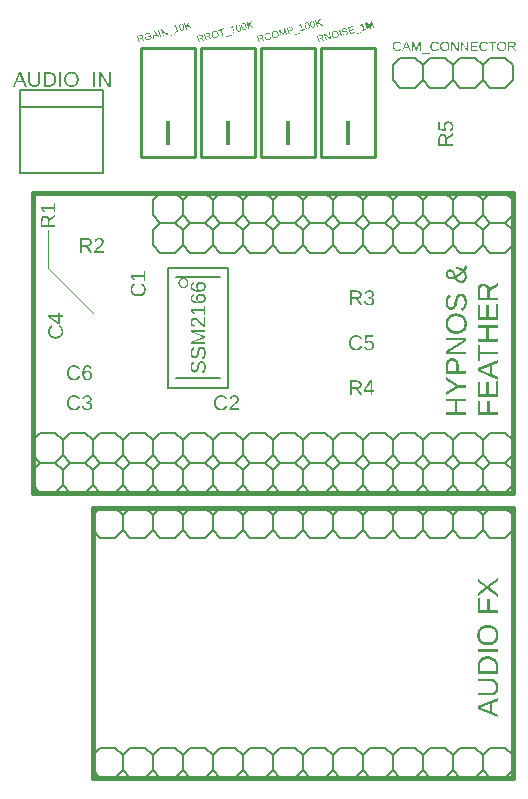
<source format=gbr>
G04 EAGLE Gerber RS-274X export*
G75*
%MOMM*%
%FSLAX34Y34*%
%LPD*%
%INSilkscreen Top*%
%IPPOS*%
%AMOC8*
5,1,8,0,0,1.08239X$1,22.5*%
G01*
G04 Define Apertures*
%ADD10C,0.406400*%
%ADD11C,0.203200*%
%ADD12C,0.101600*%
%ADD13C,0.152400*%
%ADD14C,0.127000*%
%ADD15C,0.254000*%
%ADD16R,0.300000X2.100000*%
G36*
X384378Y388518D02*
X385027Y388566D01*
X385654Y388646D01*
X386261Y388757D01*
X386846Y388900D01*
X387410Y389075D01*
X387952Y389282D01*
X388474Y389521D01*
X388969Y389790D01*
X389435Y390087D01*
X389870Y390413D01*
X390275Y390767D01*
X390651Y391151D01*
X390996Y391562D01*
X391311Y392002D01*
X391596Y392471D01*
X391849Y392966D01*
X392068Y393483D01*
X392254Y394023D01*
X392405Y394586D01*
X392524Y395172D01*
X392608Y395780D01*
X392658Y396411D01*
X392675Y397066D01*
X392658Y397714D01*
X392607Y398341D01*
X392522Y398946D01*
X392402Y399528D01*
X392249Y400089D01*
X392061Y400629D01*
X391839Y401146D01*
X391584Y401642D01*
X391296Y402112D01*
X390979Y402554D01*
X390632Y402969D01*
X390256Y403355D01*
X389850Y403712D01*
X389414Y404042D01*
X388950Y404343D01*
X388455Y404617D01*
X387936Y404860D01*
X387395Y405070D01*
X386833Y405248D01*
X386250Y405394D01*
X385646Y405507D01*
X385021Y405588D01*
X384375Y405637D01*
X383707Y405653D01*
X383038Y405637D01*
X382391Y405589D01*
X381767Y405509D01*
X381165Y405397D01*
X380586Y405253D01*
X380029Y405077D01*
X379495Y404869D01*
X378984Y404629D01*
X378499Y404358D01*
X378044Y404060D01*
X377618Y403732D01*
X377222Y403376D01*
X376856Y402991D01*
X376519Y402578D01*
X376213Y402136D01*
X375936Y401666D01*
X375690Y401171D01*
X375477Y400653D01*
X375296Y400114D01*
X375149Y399553D01*
X375034Y398970D01*
X374952Y398365D01*
X374903Y397739D01*
X374887Y397090D01*
X374896Y396591D01*
X374923Y396106D01*
X374969Y395635D01*
X375033Y395177D01*
X375115Y394734D01*
X375215Y394304D01*
X375334Y393888D01*
X375471Y393486D01*
X375626Y393098D01*
X375800Y392724D01*
X375991Y392364D01*
X376201Y392018D01*
X376430Y391686D01*
X376676Y391367D01*
X376941Y391063D01*
X377224Y390772D01*
X377523Y390497D01*
X377836Y390240D01*
X378164Y390001D01*
X378505Y389779D01*
X378861Y389575D01*
X379231Y389389D01*
X379615Y389221D01*
X380013Y389070D01*
X380426Y388937D01*
X380852Y388822D01*
X381293Y388724D01*
X381747Y388644D01*
X382216Y388582D01*
X382699Y388538D01*
X383196Y388511D01*
X383707Y388503D01*
X384378Y388518D01*
G37*
G36*
X419100Y419123D02*
X411923Y419123D01*
X411923Y424509D01*
X419100Y428999D01*
X419100Y431698D01*
X414823Y428879D01*
X411653Y426791D01*
X411552Y427271D01*
X411421Y427725D01*
X411259Y428152D01*
X411068Y428553D01*
X410938Y428771D01*
X410845Y428926D01*
X410593Y429274D01*
X410310Y429594D01*
X409997Y429888D01*
X409659Y430151D01*
X409302Y430379D01*
X408926Y430572D01*
X408531Y430730D01*
X408117Y430853D01*
X407683Y430941D01*
X407230Y430993D01*
X406758Y431011D01*
X406471Y431005D01*
X406192Y430986D01*
X405920Y430955D01*
X405657Y430911D01*
X405154Y430787D01*
X404684Y430614D01*
X404245Y430390D01*
X403838Y430117D01*
X403464Y429794D01*
X403121Y429422D01*
X402815Y429004D01*
X402549Y428544D01*
X402325Y428043D01*
X402141Y427501D01*
X401998Y426916D01*
X401896Y426290D01*
X401835Y425623D01*
X401814Y424914D01*
X401814Y416780D01*
X419100Y416780D01*
X419100Y419123D01*
G37*
G36*
X388427Y431468D02*
X388946Y431536D01*
X389433Y431649D01*
X389889Y431808D01*
X390314Y432011D01*
X390709Y432260D01*
X391073Y432554D01*
X391406Y432893D01*
X391703Y433274D01*
X391961Y433692D01*
X392179Y434147D01*
X392358Y434639D01*
X392497Y435168D01*
X392596Y435734D01*
X392656Y436338D01*
X392675Y436979D01*
X392669Y437299D01*
X392649Y437616D01*
X392615Y437929D01*
X392568Y438239D01*
X392434Y438849D01*
X392246Y439445D01*
X392008Y440017D01*
X391725Y440558D01*
X391395Y441066D01*
X391019Y441542D01*
X391384Y441924D01*
X391701Y442328D01*
X391969Y442752D01*
X392188Y443199D01*
X392358Y443666D01*
X392480Y444156D01*
X392553Y444666D01*
X392571Y444930D01*
X392577Y445198D01*
X392560Y445697D01*
X392510Y446152D01*
X392425Y446562D01*
X392307Y446928D01*
X390651Y446928D01*
X390737Y446627D01*
X390798Y446287D01*
X390835Y445909D01*
X390847Y445493D01*
X390829Y445152D01*
X390772Y444818D01*
X390732Y444676D01*
X390678Y444490D01*
X390547Y444168D01*
X390378Y443852D01*
X390171Y443542D01*
X389927Y443238D01*
X389645Y442941D01*
X388965Y443381D01*
X388273Y443789D01*
X388039Y443914D01*
X387571Y444164D01*
X386857Y444505D01*
X386132Y444814D01*
X385397Y445089D01*
X384650Y445332D01*
X383891Y445542D01*
X383364Y443763D01*
X384097Y443575D01*
X384801Y443365D01*
X385388Y443164D01*
X385474Y443134D01*
X386118Y442883D01*
X386732Y442610D01*
X387316Y442316D01*
X387870Y442001D01*
X388394Y441665D01*
X387759Y441121D01*
X387126Y440603D01*
X386493Y440113D01*
X385860Y439650D01*
X385229Y439214D01*
X384598Y438806D01*
X383969Y438425D01*
X383339Y438071D01*
X383063Y438738D01*
X382786Y439354D01*
X382508Y439918D01*
X382229Y440431D01*
X381950Y440892D01*
X381669Y441301D01*
X381388Y441659D01*
X381116Y441955D01*
X381107Y441966D01*
X380819Y442229D01*
X380522Y442457D01*
X380215Y442650D01*
X379898Y442808D01*
X379571Y442930D01*
X379234Y443018D01*
X378887Y443071D01*
X378530Y443088D01*
X378136Y443070D01*
X377764Y443017D01*
X377412Y442929D01*
X377083Y442804D01*
X376774Y442645D01*
X376488Y442450D01*
X376222Y442219D01*
X375979Y441953D01*
X375760Y441658D01*
X375571Y441341D01*
X375410Y441001D01*
X375279Y440639D01*
X375177Y440255D01*
X375104Y439848D01*
X375061Y439418D01*
X375046Y438966D01*
X375062Y438466D01*
X375109Y437994D01*
X375189Y437552D01*
X375299Y437140D01*
X375442Y436756D01*
X375615Y436402D01*
X375821Y436078D01*
X376058Y435783D01*
X376324Y435519D01*
X376616Y435291D01*
X376934Y435099D01*
X377277Y434941D01*
X377647Y434818D01*
X378042Y434730D01*
X378464Y434678D01*
X378911Y434660D01*
X379352Y434678D01*
X379815Y434734D01*
X380302Y434826D01*
X380812Y434954D01*
X381316Y435109D01*
X381784Y435277D01*
X382218Y435458D01*
X382616Y435654D01*
X382853Y435144D01*
X383103Y434668D01*
X383365Y434224D01*
X383639Y433813D01*
X383926Y433435D01*
X384224Y433090D01*
X384535Y432777D01*
X384858Y432498D01*
X385193Y432251D01*
X385540Y432038D01*
X385899Y431857D01*
X386271Y431709D01*
X386654Y431594D01*
X387050Y431512D01*
X387458Y431462D01*
X387879Y431446D01*
X388427Y431468D01*
G37*
G36*
X392430Y356810D02*
X385695Y356810D01*
X385695Y361889D01*
X385672Y362559D01*
X385604Y363192D01*
X385491Y363789D01*
X385333Y364351D01*
X385129Y364876D01*
X384881Y365366D01*
X384587Y365820D01*
X384247Y366238D01*
X383870Y366614D01*
X383461Y366939D01*
X383020Y367214D01*
X382548Y367439D01*
X382045Y367614D01*
X381510Y367739D01*
X381231Y367783D01*
X380944Y367814D01*
X380649Y367833D01*
X380346Y367839D01*
X380041Y367833D01*
X379744Y367815D01*
X379456Y367783D01*
X379177Y367740D01*
X378906Y367684D01*
X378644Y367615D01*
X378147Y367441D01*
X377684Y367216D01*
X377257Y366942D01*
X376864Y366618D01*
X376506Y366245D01*
X376187Y365825D01*
X375910Y365365D01*
X375676Y364864D01*
X375485Y364322D01*
X375336Y363738D01*
X375229Y363114D01*
X375166Y362449D01*
X375144Y361742D01*
X375144Y354467D01*
X392430Y354467D01*
X392430Y356810D01*
G37*
%LPC*%
G36*
X383304Y390889D02*
X382911Y390908D01*
X382530Y390939D01*
X382161Y390984D01*
X381803Y391041D01*
X381456Y391110D01*
X381121Y391192D01*
X380797Y391287D01*
X380484Y391395D01*
X380183Y391515D01*
X379894Y391648D01*
X379615Y391793D01*
X379348Y391952D01*
X379093Y392122D01*
X378849Y392306D01*
X378616Y392502D01*
X378396Y392710D01*
X378191Y392928D01*
X377999Y393157D01*
X377822Y393396D01*
X377659Y393646D01*
X377510Y393906D01*
X377375Y394177D01*
X377254Y394459D01*
X377148Y394751D01*
X377056Y395053D01*
X376978Y395366D01*
X376914Y395690D01*
X376864Y396024D01*
X376829Y396369D01*
X376808Y396724D01*
X376801Y397090D01*
X376808Y397453D01*
X376829Y397805D01*
X376865Y398147D01*
X376916Y398479D01*
X376980Y398800D01*
X377059Y399111D01*
X377153Y399412D01*
X377261Y399702D01*
X377383Y399981D01*
X377519Y400251D01*
X377670Y400509D01*
X377836Y400758D01*
X378015Y400996D01*
X378209Y401224D01*
X378418Y401441D01*
X378641Y401648D01*
X378876Y401843D01*
X379122Y402026D01*
X379380Y402196D01*
X379647Y402354D01*
X379926Y402498D01*
X380216Y402631D01*
X380516Y402751D01*
X380828Y402858D01*
X381150Y402952D01*
X381483Y403034D01*
X381826Y403103D01*
X382181Y403160D01*
X382546Y403204D01*
X382922Y403236D01*
X383310Y403255D01*
X383707Y403261D01*
X384123Y403255D01*
X384527Y403236D01*
X384919Y403205D01*
X385299Y403161D01*
X385667Y403105D01*
X386023Y403036D01*
X386367Y402955D01*
X386699Y402861D01*
X387020Y402754D01*
X387328Y402636D01*
X387624Y402504D01*
X387909Y402360D01*
X388181Y402204D01*
X388442Y402035D01*
X388691Y401854D01*
X388927Y401660D01*
X389151Y401454D01*
X389360Y401238D01*
X389555Y401011D01*
X389735Y400772D01*
X389901Y400523D01*
X390053Y400263D01*
X390190Y399993D01*
X390312Y399711D01*
X390420Y399418D01*
X390514Y399115D01*
X390594Y398801D01*
X390658Y398475D01*
X390709Y398139D01*
X390745Y397792D01*
X390767Y397434D01*
X390774Y397066D01*
X390766Y396707D01*
X390744Y396359D01*
X390707Y396020D01*
X390655Y395691D01*
X390588Y395372D01*
X390506Y395064D01*
X390409Y394765D01*
X390297Y394476D01*
X390170Y394196D01*
X390029Y393927D01*
X389872Y393668D01*
X389701Y393419D01*
X389514Y393179D01*
X389313Y392950D01*
X389097Y392730D01*
X388866Y392520D01*
X388622Y392322D01*
X388368Y392136D01*
X388104Y391964D01*
X387828Y391804D01*
X387543Y391657D01*
X387246Y391522D01*
X386940Y391401D01*
X386623Y391292D01*
X386295Y391196D01*
X385957Y391113D01*
X385608Y391042D01*
X385249Y390985D01*
X384879Y390940D01*
X384499Y390908D01*
X384109Y390889D01*
X383707Y390883D01*
X383304Y390889D01*
G37*
%LPD*%
G36*
X419100Y352072D02*
X414046Y354059D01*
X414046Y361935D01*
X419100Y363911D01*
X419100Y366303D01*
X401814Y359359D01*
X401814Y356697D01*
X419100Y349643D01*
X419100Y352072D01*
G37*
G36*
X392430Y373303D02*
X380947Y373303D01*
X378898Y373242D01*
X377708Y373180D01*
X392430Y382430D01*
X392430Y385252D01*
X375144Y385252D01*
X375144Y383142D01*
X386480Y383142D01*
X387103Y383151D01*
X387891Y383179D01*
X389964Y383289D01*
X375144Y373941D01*
X375144Y371217D01*
X392430Y371217D01*
X392430Y373303D01*
G37*
G36*
X419100Y348522D02*
X417186Y348522D01*
X417186Y337248D01*
X411163Y337248D01*
X411163Y347283D01*
X409273Y347283D01*
X409273Y337248D01*
X403728Y337248D01*
X403728Y348019D01*
X401814Y348019D01*
X401814Y334905D01*
X419100Y334905D01*
X419100Y348522D01*
G37*
G36*
X419100Y413647D02*
X417186Y413647D01*
X417186Y402373D01*
X411163Y402373D01*
X411163Y412408D01*
X409273Y412408D01*
X409273Y402373D01*
X403728Y402373D01*
X403728Y413144D01*
X401814Y413144D01*
X401814Y400030D01*
X419100Y400030D01*
X419100Y413647D01*
G37*
G36*
X392430Y321904D02*
X384419Y321904D01*
X384419Y331253D01*
X392430Y331253D01*
X392430Y333596D01*
X375144Y333596D01*
X375144Y331253D01*
X382456Y331253D01*
X382456Y321904D01*
X375144Y321904D01*
X375144Y319561D01*
X392430Y319561D01*
X392430Y321904D01*
G37*
G36*
X419100Y384217D02*
X411089Y384217D01*
X411089Y393565D01*
X419100Y393565D01*
X419100Y395908D01*
X401814Y395908D01*
X401814Y393565D01*
X409126Y393565D01*
X409126Y384217D01*
X401814Y384217D01*
X401814Y381874D01*
X419100Y381874D01*
X419100Y384217D01*
G37*
G36*
X388815Y408131D02*
X389313Y408319D01*
X389776Y408549D01*
X390205Y408820D01*
X390600Y409132D01*
X390960Y409486D01*
X391286Y409882D01*
X391577Y410319D01*
X391835Y410797D01*
X392058Y411317D01*
X392246Y411879D01*
X392401Y412482D01*
X392521Y413126D01*
X392607Y413812D01*
X392658Y414540D01*
X392675Y415309D01*
X392655Y416134D01*
X392593Y416912D01*
X392491Y417643D01*
X392347Y418325D01*
X392163Y418960D01*
X391937Y419547D01*
X391670Y420086D01*
X391363Y420578D01*
X391018Y421016D01*
X390639Y421396D01*
X390437Y421564D01*
X390226Y421718D01*
X390007Y421857D01*
X389780Y421981D01*
X389544Y422091D01*
X389300Y422186D01*
X389047Y422266D01*
X388786Y422332D01*
X388517Y422383D01*
X388239Y422419D01*
X387953Y422441D01*
X387658Y422449D01*
X387201Y422432D01*
X386774Y422383D01*
X386379Y422300D01*
X386014Y422185D01*
X385676Y422040D01*
X385361Y421871D01*
X385068Y421675D01*
X384799Y421455D01*
X384552Y421212D01*
X384324Y420947D01*
X384116Y420663D01*
X383928Y420357D01*
X383595Y419702D01*
X383309Y419001D01*
X383063Y418261D01*
X382855Y417486D01*
X382481Y415898D01*
X382227Y414806D01*
X381995Y413913D01*
X381782Y413218D01*
X381591Y412720D01*
X381400Y412345D01*
X381189Y412016D01*
X380959Y411734D01*
X380708Y411499D01*
X380430Y411314D01*
X380278Y411242D01*
X380117Y411182D01*
X379948Y411136D01*
X379771Y411103D01*
X379584Y411083D01*
X379389Y411076D01*
X379059Y411093D01*
X378750Y411144D01*
X378463Y411230D01*
X378196Y411349D01*
X377950Y411503D01*
X377726Y411690D01*
X377523Y411912D01*
X377340Y412168D01*
X377179Y412456D01*
X377040Y412775D01*
X376922Y413125D01*
X376825Y413505D01*
X376750Y413916D01*
X376696Y414358D01*
X376664Y414830D01*
X376653Y415333D01*
X376663Y415793D01*
X376692Y416227D01*
X376740Y416635D01*
X376808Y417017D01*
X376895Y417374D01*
X377002Y417705D01*
X377128Y418010D01*
X377273Y418290D01*
X377440Y418546D01*
X377630Y418781D01*
X377844Y418994D01*
X378081Y419185D01*
X378342Y419356D01*
X378627Y419504D01*
X378935Y419632D01*
X379266Y419737D01*
X378862Y422044D01*
X378339Y421873D01*
X377855Y421673D01*
X377412Y421444D01*
X377008Y421185D01*
X376643Y420898D01*
X376319Y420581D01*
X376034Y420235D01*
X375788Y419860D01*
X375577Y419449D01*
X375394Y418995D01*
X375239Y418497D01*
X375112Y417956D01*
X375013Y417371D01*
X374943Y416743D01*
X374901Y416072D01*
X374887Y415358D01*
X374905Y414589D01*
X374962Y413867D01*
X375056Y413190D01*
X375187Y412559D01*
X375356Y411974D01*
X375563Y411435D01*
X375807Y410941D01*
X376089Y410493D01*
X376405Y410095D01*
X376754Y409750D01*
X377134Y409458D01*
X377546Y409219D01*
X377990Y409033D01*
X378223Y408960D01*
X378465Y408901D01*
X378715Y408854D01*
X378973Y408821D01*
X379238Y408801D01*
X379512Y408794D01*
X379983Y408815D01*
X380426Y408876D01*
X380841Y408977D01*
X381229Y409119D01*
X381592Y409300D01*
X381930Y409517D01*
X382245Y409769D01*
X382536Y410058D01*
X382808Y410393D01*
X383068Y410783D01*
X383314Y411230D01*
X383548Y411733D01*
X383775Y412325D01*
X384002Y413041D01*
X384229Y413880D01*
X384456Y414843D01*
X384959Y416989D01*
X385082Y417457D01*
X385219Y417891D01*
X385371Y418291D01*
X385535Y418658D01*
X385719Y418988D01*
X385925Y419279D01*
X386154Y419531D01*
X386406Y419744D01*
X386690Y419913D01*
X387014Y420033D01*
X387190Y420076D01*
X387377Y420106D01*
X387574Y420124D01*
X387780Y420130D01*
X388146Y420111D01*
X388489Y420053D01*
X388810Y419957D01*
X389107Y419822D01*
X389382Y419648D01*
X389633Y419437D01*
X389862Y419186D01*
X390068Y418897D01*
X390251Y418573D01*
X390409Y418216D01*
X390543Y417827D01*
X390653Y417405D01*
X390738Y416951D01*
X390799Y416465D01*
X390835Y415946D01*
X390847Y415395D01*
X390836Y414860D01*
X390802Y414354D01*
X390745Y413877D01*
X390665Y413429D01*
X390562Y413009D01*
X390437Y412618D01*
X390289Y412256D01*
X390118Y411923D01*
X389922Y411618D01*
X389701Y411340D01*
X389454Y411090D01*
X389181Y410868D01*
X388882Y410673D01*
X388557Y410506D01*
X388206Y410366D01*
X387830Y410254D01*
X388283Y407985D01*
X388815Y408131D01*
G37*
G36*
X419100Y321904D02*
X412095Y321904D01*
X412095Y331547D01*
X410157Y331547D01*
X410157Y321904D01*
X403728Y321904D01*
X403728Y331841D01*
X401814Y331841D01*
X401814Y319561D01*
X419100Y319561D01*
X419100Y321904D01*
G37*
G36*
X385265Y342858D02*
X392430Y342858D01*
X392430Y345189D01*
X385265Y345189D01*
X375144Y351862D01*
X375144Y349286D01*
X383376Y344048D01*
X375144Y338785D01*
X375144Y336208D01*
X385265Y342858D01*
G37*
G36*
X403728Y370971D02*
X419100Y370971D01*
X419100Y373302D01*
X403728Y373302D01*
X403728Y379240D01*
X401814Y379240D01*
X401814Y365033D01*
X403728Y365033D01*
X403728Y370971D01*
G37*
%LPC*%
G36*
X403691Y419123D02*
X403691Y424680D01*
X403704Y425148D01*
X403741Y425587D01*
X403803Y425998D01*
X403889Y426381D01*
X404000Y426736D01*
X404136Y427062D01*
X404297Y427361D01*
X404483Y427631D01*
X404692Y427871D01*
X404923Y428079D01*
X405177Y428255D01*
X405453Y428399D01*
X405752Y428511D01*
X406073Y428591D01*
X406417Y428639D01*
X406783Y428655D01*
X407162Y428639D01*
X407519Y428592D01*
X407854Y428513D01*
X408168Y428402D01*
X408460Y428260D01*
X408730Y428086D01*
X408979Y427880D01*
X409206Y427643D01*
X409409Y427377D01*
X409584Y427085D01*
X409733Y426766D01*
X409855Y426421D01*
X409949Y426050D01*
X410017Y425652D01*
X410057Y425229D01*
X410071Y424779D01*
X410071Y419123D01*
X403691Y419123D01*
G37*
G36*
X377021Y356810D02*
X377021Y361460D01*
X377034Y361947D01*
X377074Y362403D01*
X377139Y362828D01*
X377231Y363221D01*
X377348Y363582D01*
X377492Y363912D01*
X377662Y364211D01*
X377859Y364478D01*
X378081Y364714D01*
X378330Y364918D01*
X378604Y365091D01*
X378905Y365233D01*
X379232Y365343D01*
X379586Y365421D01*
X379965Y365468D01*
X380371Y365484D01*
X380791Y365469D01*
X381184Y365423D01*
X381550Y365346D01*
X381889Y365239D01*
X382201Y365101D01*
X382486Y364932D01*
X382744Y364733D01*
X382974Y364503D01*
X383178Y364242D01*
X383354Y363951D01*
X383503Y363628D01*
X383625Y363276D01*
X383720Y362892D01*
X383788Y362478D01*
X383829Y362034D01*
X383842Y361558D01*
X383842Y356810D01*
X377021Y356810D01*
G37*
G36*
X387551Y433518D02*
X387257Y433552D01*
X386973Y433609D01*
X386699Y433688D01*
X386434Y433790D01*
X386179Y433914D01*
X385934Y434061D01*
X385698Y434231D01*
X385472Y434423D01*
X385256Y434638D01*
X385049Y434875D01*
X384852Y435135D01*
X384665Y435418D01*
X384487Y435724D01*
X384320Y436052D01*
X384161Y436402D01*
X384847Y436788D01*
X385538Y437203D01*
X386232Y437648D01*
X386931Y438123D01*
X387634Y438627D01*
X388341Y439160D01*
X389052Y439723D01*
X389768Y440316D01*
X390063Y439977D01*
X390321Y439610D01*
X390544Y439216D01*
X390731Y438794D01*
X390879Y438359D01*
X390984Y437923D01*
X391047Y437488D01*
X391068Y437052D01*
X391055Y436652D01*
X391014Y436274D01*
X390947Y435917D01*
X390852Y435582D01*
X390730Y435268D01*
X390582Y434976D01*
X390406Y434706D01*
X390203Y434458D01*
X389977Y434235D01*
X389732Y434042D01*
X389468Y433878D01*
X389184Y433745D01*
X388880Y433641D01*
X388558Y433566D01*
X388215Y433522D01*
X387854Y433507D01*
X387551Y433518D01*
G37*
G36*
X406538Y356979D02*
X405087Y357507D01*
X403924Y357887D01*
X403581Y357997D01*
X404599Y358329D01*
X405611Y358672D01*
X406513Y359016D01*
X412218Y361236D01*
X412218Y354771D01*
X406538Y356979D01*
G37*
G36*
X378639Y436547D02*
X378383Y436575D01*
X378141Y436623D01*
X377915Y436690D01*
X377704Y436777D01*
X377509Y436882D01*
X377328Y437007D01*
X377162Y437150D01*
X377014Y437313D01*
X376886Y437492D01*
X376777Y437690D01*
X376689Y437905D01*
X376619Y438138D01*
X376570Y438388D01*
X376540Y438656D01*
X376531Y438942D01*
X376539Y439198D01*
X376566Y439442D01*
X376609Y439671D01*
X376670Y439886D01*
X376749Y440088D01*
X376845Y440276D01*
X376958Y440450D01*
X377089Y440610D01*
X377233Y440754D01*
X377388Y440878D01*
X377553Y440984D01*
X377728Y441070D01*
X377914Y441137D01*
X378109Y441185D01*
X378315Y441214D01*
X378530Y441223D01*
X378855Y441199D01*
X379165Y441127D01*
X379462Y441006D01*
X379745Y440837D01*
X380016Y440621D01*
X380279Y440359D01*
X380532Y440050D01*
X380775Y439696D01*
X381025Y439266D01*
X381297Y438728D01*
X381590Y438085D01*
X381904Y437334D01*
X381508Y437148D01*
X381119Y436986D01*
X380735Y436849D01*
X380358Y436736D01*
X379987Y436649D01*
X379622Y436587D01*
X379263Y436550D01*
X378911Y436537D01*
X378639Y436547D01*
G37*
%LPD*%
G36*
X411048Y124737D02*
X411697Y124785D01*
X412324Y124864D01*
X412931Y124976D01*
X413516Y125119D01*
X414080Y125294D01*
X414622Y125501D01*
X415144Y125740D01*
X415639Y126008D01*
X416105Y126306D01*
X416540Y126632D01*
X416945Y126986D01*
X417321Y127369D01*
X417666Y127781D01*
X417981Y128221D01*
X418266Y128690D01*
X418519Y129184D01*
X418738Y129702D01*
X418924Y130242D01*
X419075Y130805D01*
X419194Y131390D01*
X419278Y131999D01*
X419328Y132630D01*
X419345Y133284D01*
X419328Y133933D01*
X419277Y134559D01*
X419192Y135164D01*
X419072Y135747D01*
X418919Y136308D01*
X418731Y136847D01*
X418509Y137365D01*
X418254Y137860D01*
X417966Y138331D01*
X417649Y138773D01*
X417302Y139187D01*
X416926Y139573D01*
X416520Y139931D01*
X416084Y140261D01*
X415620Y140562D01*
X415125Y140835D01*
X414606Y141078D01*
X414065Y141289D01*
X413503Y141467D01*
X412920Y141613D01*
X412316Y141726D01*
X411691Y141807D01*
X411045Y141856D01*
X410377Y141872D01*
X409708Y141856D01*
X409061Y141808D01*
X408437Y141728D01*
X407835Y141616D01*
X407256Y141472D01*
X406699Y141296D01*
X406165Y141088D01*
X405654Y140848D01*
X405169Y140577D01*
X404714Y140278D01*
X404288Y139951D01*
X403892Y139595D01*
X403526Y139210D01*
X403189Y138797D01*
X402883Y138355D01*
X402606Y137885D01*
X402360Y137389D01*
X402147Y136872D01*
X401966Y136333D01*
X401819Y135772D01*
X401704Y135189D01*
X401622Y134584D01*
X401573Y133957D01*
X401557Y133309D01*
X401566Y132810D01*
X401593Y132325D01*
X401639Y131853D01*
X401703Y131396D01*
X401785Y130952D01*
X401885Y130523D01*
X402004Y130107D01*
X402141Y129705D01*
X402296Y129317D01*
X402470Y128943D01*
X402661Y128583D01*
X402871Y128237D01*
X403100Y127904D01*
X403346Y127586D01*
X403611Y127281D01*
X403894Y126991D01*
X404193Y126716D01*
X404506Y126459D01*
X404834Y126220D01*
X405175Y125998D01*
X405531Y125794D01*
X405901Y125608D01*
X406285Y125439D01*
X406683Y125289D01*
X407096Y125156D01*
X407522Y125040D01*
X407963Y124943D01*
X408417Y124863D01*
X408886Y124801D01*
X409369Y124757D01*
X409866Y124730D01*
X410377Y124721D01*
X411048Y124737D01*
G37*
G36*
X419100Y106933D02*
X419083Y107549D01*
X419033Y108147D01*
X418950Y108727D01*
X418833Y109288D01*
X418683Y109831D01*
X418500Y110355D01*
X418283Y110861D01*
X418033Y111349D01*
X417751Y111814D01*
X417440Y112252D01*
X417100Y112662D01*
X416731Y113045D01*
X416332Y113401D01*
X415904Y113730D01*
X415446Y114031D01*
X414960Y114306D01*
X414448Y114550D01*
X413915Y114762D01*
X413361Y114941D01*
X412787Y115088D01*
X412191Y115202D01*
X411575Y115283D01*
X410937Y115332D01*
X410279Y115348D01*
X409779Y115339D01*
X409293Y115311D01*
X408822Y115265D01*
X408365Y115199D01*
X407923Y115115D01*
X407495Y115013D01*
X407082Y114892D01*
X406683Y114752D01*
X406299Y114593D01*
X405929Y114416D01*
X405574Y114221D01*
X405234Y114006D01*
X404908Y113773D01*
X404596Y113522D01*
X404299Y113251D01*
X404016Y112962D01*
X403750Y112656D01*
X403500Y112334D01*
X403268Y111997D01*
X403053Y111644D01*
X402855Y111275D01*
X402675Y110891D01*
X402511Y110491D01*
X402365Y110075D01*
X402236Y109643D01*
X402124Y109196D01*
X402029Y108733D01*
X401952Y108255D01*
X401892Y107761D01*
X401849Y107251D01*
X401823Y106725D01*
X401814Y106184D01*
X401814Y100467D01*
X419100Y100467D01*
X419100Y106933D01*
G37*
%LPC*%
G36*
X409974Y127108D02*
X409581Y127127D01*
X409200Y127158D01*
X408831Y127202D01*
X408473Y127259D01*
X408126Y127329D01*
X407791Y127411D01*
X407467Y127506D01*
X407154Y127614D01*
X406853Y127734D01*
X406564Y127867D01*
X406285Y128012D01*
X406018Y128170D01*
X405763Y128341D01*
X405519Y128525D01*
X405286Y128721D01*
X405066Y128928D01*
X404861Y129147D01*
X404669Y129375D01*
X404492Y129615D01*
X404329Y129865D01*
X404180Y130125D01*
X404045Y130396D01*
X403924Y130677D01*
X403818Y130969D01*
X403726Y131272D01*
X403648Y131585D01*
X403584Y131909D01*
X403534Y132243D01*
X403499Y132588D01*
X403478Y132943D01*
X403471Y133309D01*
X403478Y133672D01*
X403499Y134024D01*
X403535Y134366D01*
X403586Y134698D01*
X403650Y135019D01*
X403729Y135330D01*
X403823Y135630D01*
X403931Y135920D01*
X404053Y136200D01*
X404189Y136469D01*
X404340Y136728D01*
X404506Y136977D01*
X404685Y137215D01*
X404879Y137442D01*
X405088Y137660D01*
X405311Y137866D01*
X405546Y138062D01*
X405792Y138245D01*
X406050Y138415D01*
X406317Y138572D01*
X406596Y138717D01*
X406886Y138850D01*
X407186Y138969D01*
X407498Y139076D01*
X407820Y139171D01*
X408153Y139253D01*
X408496Y139322D01*
X408851Y139379D01*
X409216Y139423D01*
X409592Y139455D01*
X409980Y139473D01*
X410377Y139480D01*
X410793Y139473D01*
X411197Y139455D01*
X411589Y139423D01*
X411969Y139380D01*
X412337Y139323D01*
X412693Y139255D01*
X413037Y139173D01*
X413369Y139079D01*
X413690Y138973D01*
X413998Y138854D01*
X414294Y138723D01*
X414579Y138579D01*
X414851Y138423D01*
X415112Y138254D01*
X415361Y138073D01*
X415597Y137879D01*
X415821Y137673D01*
X416030Y137457D01*
X416225Y137229D01*
X416405Y136991D01*
X416571Y136742D01*
X416723Y136482D01*
X416860Y136211D01*
X416982Y135930D01*
X417090Y135637D01*
X417184Y135334D01*
X417264Y135019D01*
X417328Y134694D01*
X417379Y134358D01*
X417415Y134011D01*
X417437Y133653D01*
X417444Y133284D01*
X417436Y132926D01*
X417414Y132577D01*
X417377Y132239D01*
X417325Y131910D01*
X417258Y131591D01*
X417176Y131282D01*
X417079Y130983D01*
X416967Y130694D01*
X416840Y130415D01*
X416699Y130146D01*
X416542Y129887D01*
X416371Y129637D01*
X416184Y129398D01*
X415983Y129168D01*
X415767Y128949D01*
X415536Y128739D01*
X415292Y128541D01*
X415038Y128355D01*
X414774Y128182D01*
X414498Y128023D01*
X414213Y127875D01*
X413916Y127741D01*
X413610Y127619D01*
X413293Y127511D01*
X412965Y127415D01*
X412627Y127332D01*
X412278Y127261D01*
X411919Y127204D01*
X411549Y127159D01*
X411169Y127127D01*
X410779Y127108D01*
X410377Y127101D01*
X409974Y127108D01*
G37*
G36*
X403691Y102810D02*
X403691Y106135D01*
X403698Y106546D01*
X403718Y106945D01*
X403751Y107331D01*
X403797Y107705D01*
X403856Y108067D01*
X403929Y108416D01*
X404014Y108753D01*
X404113Y109078D01*
X404225Y109390D01*
X404350Y109690D01*
X404489Y109978D01*
X404640Y110254D01*
X404805Y110517D01*
X404983Y110768D01*
X405174Y111006D01*
X405378Y111233D01*
X405595Y111446D01*
X405824Y111645D01*
X406064Y111831D01*
X406317Y112003D01*
X406582Y112161D01*
X406858Y112305D01*
X407147Y112436D01*
X407447Y112553D01*
X407759Y112656D01*
X408083Y112745D01*
X408420Y112821D01*
X408768Y112883D01*
X409128Y112931D01*
X409500Y112965D01*
X409883Y112986D01*
X410279Y112993D01*
X410804Y112981D01*
X411311Y112945D01*
X411801Y112884D01*
X412273Y112800D01*
X412727Y112691D01*
X413164Y112558D01*
X413583Y112401D01*
X413984Y112220D01*
X414365Y112016D01*
X414723Y111792D01*
X415058Y111546D01*
X415371Y111280D01*
X415660Y110993D01*
X415926Y110685D01*
X416169Y110356D01*
X416389Y110006D01*
X416584Y109638D01*
X416754Y109256D01*
X416897Y108860D01*
X417014Y108449D01*
X417106Y108024D01*
X417171Y107585D01*
X417210Y107131D01*
X417223Y106663D01*
X417223Y102810D01*
X403691Y102810D01*
G37*
%LPD*%
G36*
X419100Y65978D02*
X414046Y67966D01*
X414046Y75842D01*
X419100Y77817D01*
X419100Y80209D01*
X401814Y73265D01*
X401814Y70603D01*
X419100Y63549D01*
X419100Y65978D01*
G37*
G36*
X413319Y82202D02*
X413802Y82243D01*
X414267Y82311D01*
X414714Y82406D01*
X415144Y82529D01*
X415556Y82678D01*
X415951Y82855D01*
X416327Y83059D01*
X416685Y83288D01*
X417020Y83539D01*
X417333Y83813D01*
X417625Y84108D01*
X417895Y84426D01*
X418142Y84766D01*
X418368Y85128D01*
X418573Y85513D01*
X418754Y85917D01*
X418911Y86338D01*
X419043Y86776D01*
X419152Y87231D01*
X419237Y87702D01*
X419297Y88191D01*
X419333Y88696D01*
X419345Y89218D01*
X419333Y89761D01*
X419295Y90286D01*
X419232Y90792D01*
X419144Y91281D01*
X419032Y91751D01*
X418893Y92203D01*
X418730Y92636D01*
X418542Y93052D01*
X418330Y93447D01*
X418095Y93818D01*
X417838Y94167D01*
X417559Y94493D01*
X417257Y94796D01*
X416933Y95076D01*
X416586Y95333D01*
X416217Y95567D01*
X415828Y95775D01*
X415420Y95956D01*
X414995Y96109D01*
X414552Y96234D01*
X414090Y96331D01*
X413611Y96401D01*
X413113Y96442D01*
X412598Y96456D01*
X401814Y96456D01*
X401814Y94125D01*
X412463Y94125D01*
X413055Y94105D01*
X413610Y94044D01*
X414129Y93943D01*
X414611Y93802D01*
X415057Y93620D01*
X415466Y93397D01*
X415838Y93134D01*
X416174Y92831D01*
X416472Y92491D01*
X416730Y92119D01*
X416948Y91714D01*
X417126Y91277D01*
X417265Y90808D01*
X417364Y90306D01*
X417424Y89772D01*
X417444Y89206D01*
X417425Y88655D01*
X417367Y88138D01*
X417271Y87654D01*
X417137Y87203D01*
X416965Y86786D01*
X416754Y86402D01*
X416505Y86051D01*
X416217Y85734D01*
X415893Y85452D01*
X415532Y85208D01*
X415136Y85001D01*
X414705Y84832D01*
X414238Y84701D01*
X413735Y84607D01*
X413197Y84550D01*
X412622Y84532D01*
X401814Y84532D01*
X401814Y82188D01*
X412819Y82188D01*
X413319Y82202D01*
G37*
G36*
X419100Y168528D02*
X411543Y173828D01*
X419100Y179017D01*
X419100Y181606D01*
X410034Y175189D01*
X401814Y181103D01*
X401814Y178514D01*
X408599Y173840D01*
X401814Y169031D01*
X401814Y166442D01*
X410120Y172515D01*
X419100Y165939D01*
X419100Y168528D01*
G37*
G36*
X419100Y154435D02*
X412095Y154435D01*
X412095Y164078D01*
X410157Y164078D01*
X410157Y154435D01*
X403728Y154435D01*
X403728Y164373D01*
X401814Y164373D01*
X401814Y152092D01*
X419100Y152092D01*
X419100Y154435D01*
G37*
G36*
X419100Y121224D02*
X401814Y121224D01*
X401814Y118881D01*
X419100Y118881D01*
X419100Y121224D01*
G37*
%LPC*%
G36*
X406538Y70885D02*
X405087Y71413D01*
X403924Y71793D01*
X403581Y71904D01*
X404599Y72235D01*
X405611Y72578D01*
X406513Y72922D01*
X412218Y75142D01*
X412218Y68677D01*
X406538Y70885D01*
G37*
%LPD*%
G36*
X114907Y420022D02*
X115375Y420056D01*
X115826Y420111D01*
X116261Y420189D01*
X116679Y420290D01*
X117081Y420412D01*
X117466Y420557D01*
X117834Y420725D01*
X118184Y420913D01*
X118513Y421122D01*
X118821Y421351D01*
X119109Y421601D01*
X119375Y421870D01*
X119621Y422160D01*
X119846Y422470D01*
X120050Y422800D01*
X120232Y423149D01*
X120389Y423513D01*
X120522Y423893D01*
X120631Y424288D01*
X120716Y424700D01*
X120777Y425127D01*
X120813Y425569D01*
X120825Y426028D01*
X120812Y426477D01*
X120773Y426911D01*
X120708Y427332D01*
X120617Y427739D01*
X120500Y428132D01*
X120357Y428512D01*
X120188Y428877D01*
X119993Y429229D01*
X119773Y429564D01*
X119529Y429880D01*
X119262Y430177D01*
X118971Y430454D01*
X118655Y430712D01*
X118316Y430951D01*
X117954Y431171D01*
X117567Y431371D01*
X116884Y430004D01*
X117195Y429836D01*
X117485Y429658D01*
X117756Y429470D01*
X118007Y429271D01*
X118237Y429063D01*
X118448Y428845D01*
X118638Y428616D01*
X118809Y428377D01*
X118959Y428129D01*
X119089Y427870D01*
X119199Y427601D01*
X119290Y427323D01*
X119360Y427034D01*
X119410Y426735D01*
X119440Y426426D01*
X119450Y426107D01*
X119429Y425614D01*
X119364Y425148D01*
X119256Y424707D01*
X119105Y424293D01*
X118911Y423905D01*
X118674Y423542D01*
X118394Y423207D01*
X118071Y422897D01*
X117712Y422619D01*
X117325Y422378D01*
X116911Y422174D01*
X116469Y422007D01*
X115999Y421877D01*
X115501Y421784D01*
X114976Y421729D01*
X114423Y421710D01*
X113864Y421728D01*
X113336Y421781D01*
X112839Y421870D01*
X112372Y421995D01*
X111936Y422155D01*
X111530Y422351D01*
X111155Y422582D01*
X110810Y422849D01*
X110501Y423148D01*
X110233Y423475D01*
X110007Y423831D01*
X109821Y424215D01*
X109677Y424628D01*
X109574Y425069D01*
X109512Y425539D01*
X109492Y426037D01*
X109501Y426357D01*
X109527Y426667D01*
X109572Y426966D01*
X109634Y427253D01*
X109714Y427529D01*
X109812Y427795D01*
X109928Y428049D01*
X110061Y428292D01*
X110211Y428522D01*
X110377Y428735D01*
X110559Y428932D01*
X110757Y429112D01*
X110971Y429276D01*
X111201Y429424D01*
X111446Y429556D01*
X111708Y429672D01*
X111182Y431257D01*
X110815Y431090D01*
X110471Y430902D01*
X110150Y430692D01*
X109853Y430460D01*
X109579Y430206D01*
X109328Y429930D01*
X109100Y429632D01*
X108896Y429312D01*
X108715Y428972D01*
X108559Y428611D01*
X108426Y428229D01*
X108318Y427828D01*
X108234Y427406D01*
X108173Y426964D01*
X108137Y426502D01*
X108125Y426019D01*
X108132Y425672D01*
X108151Y425333D01*
X108184Y425005D01*
X108230Y424686D01*
X108289Y424376D01*
X108361Y424076D01*
X108446Y423786D01*
X108544Y423506D01*
X108655Y423234D01*
X108779Y422973D01*
X108916Y422721D01*
X109066Y422479D01*
X109406Y422023D01*
X109798Y421605D01*
X110236Y421231D01*
X110715Y420908D01*
X111233Y420634D01*
X111507Y420515D01*
X111791Y420409D01*
X112085Y420316D01*
X112389Y420235D01*
X112703Y420167D01*
X113027Y420111D01*
X113361Y420067D01*
X113705Y420036D01*
X114059Y420017D01*
X114423Y420011D01*
X114907Y420022D01*
G37*
G36*
X120650Y441169D02*
X119310Y441169D01*
X119310Y438165D01*
X108309Y438165D01*
X108309Y436711D01*
X110315Y433794D01*
X111804Y433794D01*
X109816Y436579D01*
X119310Y436579D01*
X119310Y433435D01*
X120650Y433435D01*
X120650Y441169D01*
G37*
G36*
X185177Y323688D02*
X185611Y323727D01*
X186032Y323792D01*
X186439Y323883D01*
X186832Y324000D01*
X187212Y324143D01*
X187577Y324312D01*
X187929Y324507D01*
X188264Y324727D01*
X188580Y324971D01*
X188877Y325238D01*
X189154Y325529D01*
X189412Y325845D01*
X189651Y326184D01*
X189871Y326546D01*
X190071Y326933D01*
X188704Y327616D01*
X188536Y327305D01*
X188358Y327015D01*
X188170Y326744D01*
X187971Y326493D01*
X187763Y326263D01*
X187545Y326052D01*
X187316Y325862D01*
X187077Y325691D01*
X186829Y325541D01*
X186570Y325411D01*
X186301Y325301D01*
X186023Y325210D01*
X185734Y325140D01*
X185435Y325090D01*
X185126Y325060D01*
X184807Y325050D01*
X184314Y325071D01*
X183848Y325136D01*
X183407Y325244D01*
X182993Y325395D01*
X182605Y325589D01*
X182242Y325826D01*
X181907Y326106D01*
X181597Y326429D01*
X181319Y326788D01*
X181078Y327175D01*
X180874Y327589D01*
X180707Y328031D01*
X180577Y328501D01*
X180484Y328999D01*
X180429Y329524D01*
X180410Y330077D01*
X180428Y330636D01*
X180481Y331164D01*
X180570Y331661D01*
X180695Y332128D01*
X180855Y332564D01*
X181051Y332970D01*
X181282Y333345D01*
X181549Y333690D01*
X181848Y333999D01*
X182175Y334267D01*
X182531Y334493D01*
X182915Y334679D01*
X183328Y334823D01*
X183769Y334926D01*
X184239Y334988D01*
X184737Y335008D01*
X185057Y334999D01*
X185367Y334973D01*
X185666Y334928D01*
X185953Y334866D01*
X186229Y334786D01*
X186495Y334688D01*
X186749Y334573D01*
X186992Y334439D01*
X187222Y334289D01*
X187435Y334123D01*
X187632Y333941D01*
X187812Y333743D01*
X187976Y333529D01*
X188124Y333299D01*
X188256Y333054D01*
X188372Y332792D01*
X189957Y333318D01*
X189790Y333685D01*
X189602Y334029D01*
X189392Y334350D01*
X189160Y334647D01*
X188906Y334921D01*
X188630Y335172D01*
X188332Y335400D01*
X188012Y335604D01*
X187672Y335785D01*
X187311Y335941D01*
X186929Y336074D01*
X186528Y336182D01*
X186106Y336266D01*
X185664Y336327D01*
X185202Y336363D01*
X184719Y336375D01*
X184372Y336368D01*
X184033Y336349D01*
X183705Y336316D01*
X183386Y336270D01*
X183076Y336211D01*
X182776Y336139D01*
X182486Y336055D01*
X182206Y335956D01*
X181934Y335845D01*
X181673Y335721D01*
X181421Y335584D01*
X181179Y335434D01*
X180723Y335094D01*
X180305Y334702D01*
X179931Y334264D01*
X179608Y333785D01*
X179334Y333267D01*
X179215Y332993D01*
X179109Y332709D01*
X179016Y332415D01*
X178935Y332111D01*
X178867Y331797D01*
X178811Y331473D01*
X178767Y331139D01*
X178736Y330795D01*
X178717Y330441D01*
X178711Y330077D01*
X178722Y329593D01*
X178756Y329125D01*
X178811Y328674D01*
X178889Y328239D01*
X178990Y327821D01*
X179112Y327419D01*
X179257Y327034D01*
X179425Y326666D01*
X179613Y326316D01*
X179822Y325987D01*
X180051Y325679D01*
X180301Y325392D01*
X180570Y325125D01*
X180860Y324879D01*
X181170Y324654D01*
X181500Y324450D01*
X181849Y324268D01*
X182213Y324111D01*
X182593Y323978D01*
X182988Y323869D01*
X183400Y323784D01*
X183827Y323723D01*
X184269Y323687D01*
X184728Y323675D01*
X185177Y323688D01*
G37*
G36*
X199843Y325190D02*
X193405Y325190D01*
X193557Y325500D01*
X193751Y325815D01*
X193986Y326137D01*
X194263Y326464D01*
X194587Y326805D01*
X194962Y327166D01*
X195388Y327547D01*
X195866Y327949D01*
X196708Y328645D01*
X197401Y329243D01*
X197947Y329744D01*
X198345Y330147D01*
X198649Y330502D01*
X198913Y330857D01*
X199137Y331212D01*
X199321Y331566D01*
X199465Y331922D01*
X199568Y332278D01*
X199629Y332635D01*
X199650Y332994D01*
X199634Y333387D01*
X199587Y333758D01*
X199509Y334105D01*
X199399Y334429D01*
X199258Y334730D01*
X199086Y335008D01*
X198882Y335263D01*
X198647Y335494D01*
X198383Y335701D01*
X198092Y335880D01*
X197774Y336031D01*
X197429Y336155D01*
X197056Y336251D01*
X196658Y336320D01*
X196232Y336361D01*
X195779Y336375D01*
X195363Y336361D01*
X194968Y336320D01*
X194591Y336252D01*
X194234Y336156D01*
X193896Y336033D01*
X193577Y335882D01*
X193278Y335704D01*
X192998Y335499D01*
X192742Y335270D01*
X192514Y335023D01*
X192314Y334757D01*
X192143Y334472D01*
X192000Y334168D01*
X191885Y333845D01*
X191799Y333503D01*
X191741Y333143D01*
X193353Y332994D01*
X193389Y333234D01*
X193443Y333461D01*
X193514Y333674D01*
X193601Y333873D01*
X193705Y334058D01*
X193826Y334230D01*
X193964Y334387D01*
X194119Y334531D01*
X194288Y334659D01*
X194467Y334771D01*
X194658Y334865D01*
X194860Y334942D01*
X195073Y335001D01*
X195297Y335044D01*
X195532Y335070D01*
X195779Y335078D01*
X196036Y335070D01*
X196280Y335043D01*
X196508Y335000D01*
X196722Y334938D01*
X196922Y334859D01*
X197107Y334763D01*
X197278Y334649D01*
X197434Y334518D01*
X197574Y334371D01*
X197695Y334209D01*
X197797Y334033D01*
X197881Y333843D01*
X197946Y333639D01*
X197992Y333421D01*
X198020Y333188D01*
X198030Y332941D01*
X198008Y332575D01*
X197943Y332228D01*
X197835Y331900D01*
X197684Y331593D01*
X197497Y331298D01*
X197284Y331010D01*
X197044Y330729D01*
X196777Y330454D01*
X196183Y329911D01*
X195520Y329368D01*
X194821Y328802D01*
X194115Y328190D01*
X193764Y327863D01*
X193421Y327518D01*
X193087Y327154D01*
X192761Y326771D01*
X192452Y326364D01*
X192167Y325927D01*
X191907Y325460D01*
X191671Y324962D01*
X191671Y323850D01*
X199843Y323850D01*
X199843Y325190D01*
G37*
G36*
X60639Y323688D02*
X61074Y323727D01*
X61495Y323792D01*
X61902Y323883D01*
X62295Y324000D01*
X62674Y324143D01*
X63040Y324312D01*
X63392Y324507D01*
X63727Y324727D01*
X64043Y324971D01*
X64340Y325238D01*
X64617Y325529D01*
X64875Y325845D01*
X65114Y326184D01*
X65333Y326546D01*
X65533Y326933D01*
X64167Y327616D01*
X63999Y327305D01*
X63821Y327015D01*
X63632Y326744D01*
X63434Y326493D01*
X63226Y326263D01*
X63007Y326052D01*
X62779Y325862D01*
X62540Y325691D01*
X62291Y325541D01*
X62033Y325411D01*
X61764Y325301D01*
X61485Y325210D01*
X61196Y325140D01*
X60897Y325090D01*
X60588Y325060D01*
X60269Y325050D01*
X59777Y325071D01*
X59310Y325136D01*
X58870Y325244D01*
X58455Y325395D01*
X58067Y325589D01*
X57705Y325826D01*
X57369Y326106D01*
X57059Y326429D01*
X56781Y326788D01*
X56540Y327175D01*
X56336Y327589D01*
X56169Y328031D01*
X56039Y328501D01*
X55947Y328999D01*
X55891Y329524D01*
X55873Y330077D01*
X55890Y330636D01*
X55944Y331164D01*
X56033Y331661D01*
X56157Y332128D01*
X56317Y332564D01*
X56513Y332970D01*
X56744Y333345D01*
X57011Y333690D01*
X57310Y333999D01*
X57637Y334267D01*
X57993Y334493D01*
X58377Y334679D01*
X58790Y334823D01*
X59231Y334926D01*
X59701Y334988D01*
X60199Y335008D01*
X60520Y334999D01*
X60830Y334973D01*
X61128Y334928D01*
X61416Y334866D01*
X61692Y334786D01*
X61957Y334688D01*
X62211Y334573D01*
X62455Y334439D01*
X62684Y334289D01*
X62897Y334123D01*
X63094Y333941D01*
X63275Y333743D01*
X63439Y333529D01*
X63587Y333299D01*
X63719Y333054D01*
X63834Y332792D01*
X65419Y333318D01*
X65253Y333685D01*
X65065Y334029D01*
X64854Y334350D01*
X64622Y334647D01*
X64368Y334921D01*
X64092Y335172D01*
X63795Y335400D01*
X63475Y335604D01*
X63134Y335785D01*
X62773Y335941D01*
X62392Y336074D01*
X61990Y336182D01*
X61569Y336266D01*
X61127Y336327D01*
X60664Y336363D01*
X60182Y336375D01*
X59834Y336368D01*
X59496Y336349D01*
X59167Y336316D01*
X58848Y336270D01*
X58539Y336211D01*
X58239Y336139D01*
X57949Y336055D01*
X57668Y335956D01*
X57397Y335845D01*
X57135Y335721D01*
X56883Y335584D01*
X56641Y335434D01*
X56185Y335094D01*
X55767Y334702D01*
X55394Y334264D01*
X55070Y333785D01*
X54796Y333267D01*
X54678Y332993D01*
X54572Y332709D01*
X54479Y332415D01*
X54398Y332111D01*
X54329Y331797D01*
X54273Y331473D01*
X54229Y331139D01*
X54198Y330795D01*
X54180Y330441D01*
X54173Y330077D01*
X54185Y329593D01*
X54218Y329125D01*
X54274Y328674D01*
X54352Y328239D01*
X54452Y327821D01*
X54575Y327419D01*
X54720Y327034D01*
X54887Y326666D01*
X55076Y326316D01*
X55285Y325987D01*
X55514Y325679D01*
X55763Y325392D01*
X56033Y325125D01*
X56323Y324879D01*
X56633Y324654D01*
X56963Y324450D01*
X57311Y324268D01*
X57675Y324111D01*
X58055Y323978D01*
X58451Y323869D01*
X58862Y323784D01*
X59289Y323723D01*
X59732Y323687D01*
X60191Y323675D01*
X60639Y323688D01*
G37*
G36*
X71721Y323690D02*
X72182Y323733D01*
X72613Y323807D01*
X73015Y323909D01*
X73388Y324041D01*
X73732Y324202D01*
X74047Y324392D01*
X74333Y324612D01*
X74587Y324858D01*
X74808Y325129D01*
X74995Y325423D01*
X75147Y325742D01*
X75266Y326085D01*
X75351Y326451D01*
X75402Y326842D01*
X75419Y327257D01*
X75407Y327546D01*
X75371Y327823D01*
X75311Y328087D01*
X75226Y328339D01*
X75118Y328578D01*
X74985Y328804D01*
X74829Y329018D01*
X74648Y329219D01*
X74446Y329404D01*
X74225Y329569D01*
X73984Y329715D01*
X73724Y329841D01*
X73445Y329947D01*
X73147Y330034D01*
X72830Y330100D01*
X72494Y330147D01*
X72494Y330182D01*
X72800Y330256D01*
X73087Y330344D01*
X73355Y330447D01*
X73605Y330565D01*
X73836Y330697D01*
X74048Y330845D01*
X74241Y331008D01*
X74416Y331185D01*
X74571Y331377D01*
X74705Y331583D01*
X74819Y331803D01*
X74912Y332036D01*
X74984Y332283D01*
X75036Y332544D01*
X75067Y332819D01*
X75077Y333108D01*
X75061Y333483D01*
X75013Y333836D01*
X74933Y334168D01*
X74820Y334480D01*
X74675Y334770D01*
X74498Y335038D01*
X74289Y335286D01*
X74048Y335512D01*
X73778Y335714D01*
X73482Y335889D01*
X73160Y336038D01*
X72812Y336159D01*
X72439Y336253D01*
X72039Y336321D01*
X71614Y336361D01*
X71162Y336375D01*
X70747Y336361D01*
X70351Y336322D01*
X69975Y336255D01*
X69618Y336162D01*
X69280Y336043D01*
X68961Y335897D01*
X68662Y335724D01*
X68381Y335525D01*
X68125Y335302D01*
X67897Y335059D01*
X67698Y334794D01*
X67526Y334509D01*
X67383Y334203D01*
X67269Y333876D01*
X67183Y333529D01*
X67125Y333160D01*
X68710Y333038D01*
X68745Y333274D01*
X68796Y333496D01*
X68864Y333705D01*
X68950Y333900D01*
X69052Y334082D01*
X69171Y334250D01*
X69306Y334404D01*
X69459Y334544D01*
X69626Y334669D01*
X69806Y334778D01*
X69998Y334870D01*
X70202Y334945D01*
X70419Y335003D01*
X70649Y335045D01*
X70890Y335070D01*
X71145Y335078D01*
X71423Y335069D01*
X71683Y335043D01*
X71926Y334998D01*
X72151Y334935D01*
X72358Y334854D01*
X72548Y334756D01*
X72720Y334639D01*
X72875Y334505D01*
X73011Y334355D01*
X73129Y334192D01*
X73230Y334016D01*
X73311Y333827D01*
X73375Y333625D01*
X73421Y333410D01*
X73448Y333182D01*
X73457Y332941D01*
X73446Y332699D01*
X73412Y332469D01*
X73357Y332253D01*
X73279Y332051D01*
X73178Y331863D01*
X73056Y331688D01*
X72911Y331526D01*
X72743Y331378D01*
X72556Y331246D01*
X72350Y331131D01*
X72126Y331034D01*
X71884Y330954D01*
X71623Y330892D01*
X71345Y330848D01*
X71048Y330822D01*
X70733Y330813D01*
X69875Y330813D01*
X69875Y329447D01*
X70768Y329447D01*
X71123Y329438D01*
X71457Y329411D01*
X71768Y329367D01*
X72059Y329305D01*
X72328Y329226D01*
X72575Y329129D01*
X72801Y329014D01*
X73006Y328882D01*
X73188Y328734D01*
X73345Y328572D01*
X73478Y328396D01*
X73587Y328206D01*
X73672Y328003D01*
X73733Y327786D01*
X73769Y327555D01*
X73781Y327310D01*
X73771Y327029D01*
X73739Y326767D01*
X73686Y326523D01*
X73611Y326296D01*
X73516Y326087D01*
X73399Y325896D01*
X73261Y325722D01*
X73102Y325567D01*
X72925Y325429D01*
X72731Y325310D01*
X72521Y325209D01*
X72295Y325127D01*
X72054Y325062D01*
X71796Y325017D01*
X71522Y324989D01*
X71232Y324980D01*
X70944Y324988D01*
X70671Y325014D01*
X70415Y325057D01*
X70174Y325117D01*
X69950Y325194D01*
X69742Y325288D01*
X69549Y325399D01*
X69373Y325527D01*
X69213Y325673D01*
X69069Y325835D01*
X68942Y326015D01*
X68830Y326212D01*
X68734Y326425D01*
X68654Y326656D01*
X68591Y326904D01*
X68544Y327169D01*
X66914Y327021D01*
X66981Y326619D01*
X67076Y326244D01*
X67200Y325893D01*
X67351Y325568D01*
X67531Y325268D01*
X67740Y324993D01*
X67976Y324744D01*
X68241Y324520D01*
X68532Y324322D01*
X68847Y324150D01*
X69185Y324005D01*
X69547Y323886D01*
X69933Y323794D01*
X70343Y323728D01*
X70776Y323688D01*
X71232Y323675D01*
X71721Y323690D01*
G37*
G36*
X48006Y402659D02*
X50800Y402659D01*
X50800Y404148D01*
X48006Y404148D01*
X48006Y405882D01*
X46762Y405882D01*
X46762Y404148D01*
X38459Y404148D01*
X38459Y402492D01*
X46780Y396843D01*
X48006Y396843D01*
X48006Y402659D01*
G37*
G36*
X45057Y384385D02*
X45525Y384418D01*
X45976Y384474D01*
X46411Y384552D01*
X46829Y384652D01*
X47231Y384775D01*
X47616Y384920D01*
X47984Y385087D01*
X48334Y385276D01*
X48663Y385485D01*
X48971Y385714D01*
X49259Y385963D01*
X49525Y386233D01*
X49771Y386523D01*
X49996Y386833D01*
X50200Y387163D01*
X50382Y387511D01*
X50539Y387875D01*
X50672Y388255D01*
X50781Y388651D01*
X50866Y389062D01*
X50927Y389489D01*
X50963Y389932D01*
X50975Y390391D01*
X50962Y390839D01*
X50923Y391274D01*
X50858Y391695D01*
X50767Y392102D01*
X50650Y392495D01*
X50507Y392874D01*
X50338Y393240D01*
X50143Y393592D01*
X49923Y393927D01*
X49679Y394243D01*
X49412Y394540D01*
X49121Y394817D01*
X48805Y395075D01*
X48466Y395314D01*
X48104Y395533D01*
X47717Y395733D01*
X47034Y394367D01*
X47345Y394199D01*
X47635Y394021D01*
X47906Y393832D01*
X48157Y393634D01*
X48387Y393426D01*
X48598Y393207D01*
X48788Y392979D01*
X48959Y392740D01*
X49109Y392491D01*
X49239Y392233D01*
X49349Y391964D01*
X49440Y391685D01*
X49510Y391396D01*
X49560Y391097D01*
X49590Y390788D01*
X49600Y390469D01*
X49579Y389977D01*
X49514Y389510D01*
X49406Y389070D01*
X49255Y388655D01*
X49061Y388267D01*
X48824Y387905D01*
X48544Y387569D01*
X48221Y387259D01*
X47862Y386981D01*
X47475Y386740D01*
X47061Y386536D01*
X46619Y386369D01*
X46149Y386239D01*
X45651Y386147D01*
X45126Y386091D01*
X44573Y386073D01*
X44014Y386090D01*
X43486Y386144D01*
X42989Y386233D01*
X42522Y386357D01*
X42086Y386517D01*
X41680Y386713D01*
X41305Y386944D01*
X40960Y387211D01*
X40651Y387510D01*
X40383Y387837D01*
X40157Y388193D01*
X39971Y388577D01*
X39827Y388990D01*
X39724Y389431D01*
X39662Y389901D01*
X39642Y390399D01*
X39651Y390720D01*
X39677Y391030D01*
X39722Y391328D01*
X39784Y391616D01*
X39864Y391892D01*
X39962Y392157D01*
X40078Y392411D01*
X40211Y392655D01*
X40361Y392884D01*
X40527Y393097D01*
X40709Y393294D01*
X40907Y393475D01*
X41121Y393639D01*
X41351Y393787D01*
X41596Y393919D01*
X41858Y394034D01*
X41332Y395619D01*
X40965Y395453D01*
X40621Y395265D01*
X40300Y395054D01*
X40003Y394822D01*
X39729Y394568D01*
X39478Y394292D01*
X39250Y393995D01*
X39046Y393675D01*
X38865Y393334D01*
X38709Y392973D01*
X38576Y392592D01*
X38468Y392190D01*
X38384Y391769D01*
X38323Y391327D01*
X38287Y390864D01*
X38275Y390382D01*
X38282Y390034D01*
X38301Y389696D01*
X38334Y389367D01*
X38380Y389048D01*
X38439Y388739D01*
X38511Y388439D01*
X38596Y388149D01*
X38694Y387868D01*
X38805Y387597D01*
X38929Y387335D01*
X39066Y387083D01*
X39216Y386841D01*
X39556Y386385D01*
X39948Y385967D01*
X40386Y385594D01*
X40865Y385270D01*
X41383Y384996D01*
X41657Y384878D01*
X41941Y384772D01*
X42235Y384679D01*
X42539Y384598D01*
X42853Y384529D01*
X43177Y384473D01*
X43511Y384429D01*
X43855Y384398D01*
X44209Y384380D01*
X44573Y384373D01*
X45057Y384385D01*
G37*
%LPC*%
G36*
X46587Y398437D02*
X45939Y398910D01*
X41279Y402072D01*
X40701Y402413D01*
X40237Y402659D01*
X46762Y402659D01*
X46762Y398297D01*
X46587Y398437D01*
G37*
%LPD*%
G36*
X299477Y374488D02*
X299911Y374527D01*
X300332Y374592D01*
X300739Y374683D01*
X301132Y374800D01*
X301512Y374943D01*
X301877Y375112D01*
X302229Y375307D01*
X302564Y375527D01*
X302880Y375771D01*
X303177Y376038D01*
X303454Y376329D01*
X303712Y376645D01*
X303951Y376984D01*
X304171Y377346D01*
X304371Y377733D01*
X303004Y378416D01*
X302836Y378105D01*
X302658Y377815D01*
X302470Y377544D01*
X302271Y377293D01*
X302063Y377063D01*
X301845Y376852D01*
X301616Y376662D01*
X301377Y376491D01*
X301129Y376341D01*
X300870Y376211D01*
X300601Y376101D01*
X300323Y376010D01*
X300034Y375940D01*
X299735Y375890D01*
X299426Y375860D01*
X299107Y375850D01*
X298614Y375871D01*
X298148Y375936D01*
X297707Y376044D01*
X297293Y376195D01*
X296905Y376389D01*
X296542Y376626D01*
X296207Y376906D01*
X295897Y377229D01*
X295619Y377588D01*
X295378Y377975D01*
X295174Y378389D01*
X295007Y378831D01*
X294877Y379301D01*
X294784Y379799D01*
X294729Y380324D01*
X294710Y380877D01*
X294728Y381436D01*
X294781Y381964D01*
X294870Y382461D01*
X294995Y382928D01*
X295155Y383364D01*
X295351Y383770D01*
X295582Y384145D01*
X295849Y384490D01*
X296148Y384799D01*
X296475Y385067D01*
X296831Y385293D01*
X297215Y385479D01*
X297628Y385623D01*
X298069Y385726D01*
X298539Y385788D01*
X299037Y385808D01*
X299357Y385799D01*
X299667Y385773D01*
X299966Y385728D01*
X300253Y385666D01*
X300529Y385586D01*
X300795Y385488D01*
X301049Y385373D01*
X301292Y385239D01*
X301522Y385089D01*
X301735Y384923D01*
X301932Y384741D01*
X302112Y384543D01*
X302276Y384329D01*
X302424Y384099D01*
X302556Y383854D01*
X302672Y383592D01*
X304257Y384118D01*
X304090Y384485D01*
X303902Y384829D01*
X303692Y385150D01*
X303460Y385447D01*
X303206Y385721D01*
X302930Y385972D01*
X302632Y386200D01*
X302312Y386404D01*
X301972Y386585D01*
X301611Y386741D01*
X301229Y386874D01*
X300828Y386982D01*
X300406Y387066D01*
X299964Y387127D01*
X299502Y387163D01*
X299019Y387175D01*
X298672Y387168D01*
X298333Y387149D01*
X298005Y387116D01*
X297686Y387070D01*
X297376Y387011D01*
X297076Y386939D01*
X296786Y386855D01*
X296506Y386756D01*
X296234Y386645D01*
X295973Y386521D01*
X295721Y386384D01*
X295479Y386234D01*
X295023Y385894D01*
X294605Y385502D01*
X294231Y385064D01*
X293908Y384585D01*
X293634Y384067D01*
X293515Y383793D01*
X293409Y383509D01*
X293316Y383215D01*
X293235Y382911D01*
X293167Y382597D01*
X293111Y382273D01*
X293067Y381939D01*
X293036Y381595D01*
X293017Y381241D01*
X293011Y380877D01*
X293022Y380393D01*
X293056Y379925D01*
X293111Y379474D01*
X293189Y379039D01*
X293290Y378621D01*
X293412Y378219D01*
X293557Y377834D01*
X293725Y377466D01*
X293913Y377116D01*
X294122Y376787D01*
X294351Y376479D01*
X294601Y376192D01*
X294870Y375925D01*
X295160Y375679D01*
X295470Y375454D01*
X295800Y375250D01*
X296149Y375068D01*
X296513Y374911D01*
X296893Y374778D01*
X297288Y374669D01*
X297700Y374584D01*
X298127Y374523D01*
X298569Y374487D01*
X299028Y374475D01*
X299477Y374488D01*
G37*
G36*
X310413Y374492D02*
X310885Y374545D01*
X311330Y374633D01*
X311746Y374755D01*
X312134Y374913D01*
X312495Y375105D01*
X312827Y375333D01*
X313131Y375596D01*
X313403Y375889D01*
X313639Y376208D01*
X313838Y376554D01*
X314001Y376925D01*
X314128Y377322D01*
X314219Y377746D01*
X314273Y378195D01*
X314291Y378670D01*
X314275Y379089D01*
X314224Y379488D01*
X314139Y379867D01*
X314021Y380225D01*
X313869Y380563D01*
X313683Y380881D01*
X313463Y381178D01*
X313210Y381455D01*
X312928Y381706D01*
X312623Y381923D01*
X312294Y382107D01*
X311943Y382257D01*
X311569Y382374D01*
X311171Y382457D01*
X310750Y382507D01*
X310306Y382524D01*
X309933Y382512D01*
X309576Y382475D01*
X309234Y382413D01*
X308907Y382327D01*
X308596Y382216D01*
X308301Y382081D01*
X308022Y381920D01*
X307758Y381736D01*
X307994Y385651D01*
X313573Y385651D01*
X313573Y386991D01*
X306558Y386991D01*
X306146Y380352D01*
X307688Y380352D01*
X307963Y380575D01*
X308239Y380763D01*
X308515Y380917D01*
X308791Y381035D01*
X309072Y381123D01*
X309365Y381186D01*
X309668Y381224D01*
X309982Y381236D01*
X310281Y381225D01*
X310564Y381192D01*
X310831Y381135D01*
X311083Y381057D01*
X311318Y380956D01*
X311538Y380832D01*
X311743Y380687D01*
X311931Y380518D01*
X312100Y380332D01*
X312247Y380131D01*
X312371Y379917D01*
X312473Y379688D01*
X312552Y379446D01*
X312608Y379190D01*
X312642Y378919D01*
X312654Y378635D01*
X312642Y378309D01*
X312609Y378001D01*
X312553Y377711D01*
X312474Y377439D01*
X312373Y377184D01*
X312250Y376948D01*
X312104Y376729D01*
X311935Y376529D01*
X311747Y376349D01*
X311542Y376193D01*
X311319Y376062D01*
X311079Y375954D01*
X310822Y375870D01*
X310548Y375810D01*
X310256Y375774D01*
X309947Y375762D01*
X309695Y375769D01*
X309455Y375791D01*
X309227Y375827D01*
X309012Y375877D01*
X308808Y375941D01*
X308617Y376020D01*
X308439Y376113D01*
X308272Y376220D01*
X308118Y376342D01*
X307976Y376477D01*
X307846Y376628D01*
X307729Y376792D01*
X307623Y376971D01*
X307530Y377164D01*
X307450Y377371D01*
X307381Y377593D01*
X305787Y377409D01*
X305869Y377063D01*
X305976Y376737D01*
X306107Y376433D01*
X306262Y376150D01*
X306442Y375888D01*
X306646Y375647D01*
X306874Y375427D01*
X307127Y375228D01*
X307402Y375052D01*
X307699Y374899D01*
X308015Y374769D01*
X308353Y374663D01*
X308712Y374581D01*
X309091Y374522D01*
X309491Y374487D01*
X309912Y374475D01*
X310413Y374492D01*
G37*
G36*
X58401Y597537D02*
X58848Y597574D01*
X59280Y597634D01*
X59696Y597720D01*
X60097Y597829D01*
X60482Y597963D01*
X60851Y598122D01*
X61205Y598304D01*
X61541Y598510D01*
X61857Y598736D01*
X62152Y598984D01*
X62428Y599252D01*
X62683Y599542D01*
X62919Y599853D01*
X63134Y600185D01*
X63329Y600538D01*
X63502Y600909D01*
X63653Y601295D01*
X63780Y601696D01*
X63884Y602112D01*
X63965Y602543D01*
X64023Y602990D01*
X64057Y603451D01*
X64069Y603927D01*
X64058Y604405D01*
X64023Y604867D01*
X63966Y605313D01*
X63886Y605743D01*
X63783Y606156D01*
X63658Y606553D01*
X63509Y606934D01*
X63338Y607299D01*
X63145Y607646D01*
X62931Y607971D01*
X62697Y608275D01*
X62443Y608557D01*
X62169Y608819D01*
X61874Y609059D01*
X61558Y609278D01*
X61222Y609476D01*
X60869Y609651D01*
X60499Y609803D01*
X60114Y609932D01*
X59714Y610038D01*
X59298Y610119D01*
X58866Y610178D01*
X58419Y610213D01*
X57956Y610225D01*
X57599Y610218D01*
X57253Y610199D01*
X56916Y610166D01*
X56590Y610120D01*
X56273Y610062D01*
X55966Y609990D01*
X55670Y609905D01*
X55383Y609808D01*
X55106Y609697D01*
X54839Y609573D01*
X54582Y609436D01*
X54334Y609286D01*
X54097Y609123D01*
X53870Y608947D01*
X53445Y608556D01*
X53065Y608119D01*
X52736Y607641D01*
X52590Y607387D01*
X52458Y607123D01*
X52337Y606849D01*
X52230Y606565D01*
X52135Y606270D01*
X52052Y605966D01*
X51983Y605651D01*
X51926Y605327D01*
X51882Y604992D01*
X51850Y604647D01*
X51831Y604292D01*
X51825Y603927D01*
X51836Y603449D01*
X51870Y602986D01*
X51927Y602537D01*
X52006Y602104D01*
X52109Y601687D01*
X52233Y601284D01*
X52381Y600897D01*
X52552Y600525D01*
X52743Y600171D01*
X52956Y599838D01*
X53189Y599528D01*
X53442Y599238D01*
X53715Y598970D01*
X54009Y598724D01*
X54323Y598499D01*
X54658Y598296D01*
X55011Y598115D01*
X55380Y597958D01*
X55766Y597826D01*
X56168Y597718D01*
X56586Y597633D01*
X57020Y597573D01*
X57471Y597537D01*
X57938Y597525D01*
X58401Y597537D01*
G37*
G36*
X39565Y597712D02*
X39992Y597748D01*
X40406Y597807D01*
X40806Y597890D01*
X41194Y597998D01*
X41568Y598129D01*
X41930Y598283D01*
X42278Y598462D01*
X42610Y598663D01*
X42922Y598885D01*
X43215Y599128D01*
X43489Y599391D01*
X43743Y599676D01*
X43977Y599982D01*
X44193Y600308D01*
X44389Y600656D01*
X44563Y601021D01*
X44714Y601402D01*
X44842Y601797D01*
X44947Y602207D01*
X45028Y602632D01*
X45087Y603073D01*
X45121Y603528D01*
X45133Y603997D01*
X45126Y604355D01*
X45106Y604701D01*
X45073Y605038D01*
X45027Y605364D01*
X44967Y605680D01*
X44893Y605985D01*
X44807Y606280D01*
X44707Y606565D01*
X44594Y606839D01*
X44468Y607103D01*
X44328Y607356D01*
X44175Y607600D01*
X44008Y607832D01*
X43829Y608055D01*
X43636Y608267D01*
X43430Y608469D01*
X43211Y608659D01*
X42981Y608837D01*
X42740Y609003D01*
X42488Y609156D01*
X42225Y609298D01*
X41950Y609427D01*
X41665Y609543D01*
X41368Y609648D01*
X41060Y609740D01*
X40741Y609820D01*
X40410Y609887D01*
X40069Y609943D01*
X39716Y609986D01*
X39352Y610016D01*
X38977Y610035D01*
X38590Y610041D01*
X34509Y610041D01*
X34509Y597700D01*
X39125Y597700D01*
X39565Y597712D01*
G37*
%LPC*%
G36*
X57433Y598904D02*
X56957Y598968D01*
X56509Y599074D01*
X56089Y599223D01*
X55697Y599414D01*
X55334Y599649D01*
X54999Y599925D01*
X54693Y600244D01*
X54419Y600600D01*
X54181Y600985D01*
X53980Y601401D01*
X53816Y601846D01*
X53688Y602321D01*
X53597Y602827D01*
X53542Y603362D01*
X53524Y603927D01*
X53542Y604496D01*
X53596Y605031D01*
X53686Y605535D01*
X53813Y606005D01*
X53975Y606443D01*
X54174Y606849D01*
X54409Y607222D01*
X54680Y607562D01*
X54984Y607866D01*
X55318Y608129D01*
X55682Y608352D01*
X56077Y608534D01*
X56501Y608676D01*
X56956Y608777D01*
X57441Y608838D01*
X57956Y608858D01*
X58466Y608838D01*
X58947Y608776D01*
X59398Y608674D01*
X59820Y608530D01*
X60212Y608345D01*
X60574Y608119D01*
X60907Y607853D01*
X61209Y607545D01*
X61479Y607201D01*
X61713Y606826D01*
X61911Y606420D01*
X62073Y605983D01*
X62199Y605516D01*
X62289Y605017D01*
X62343Y604488D01*
X62361Y603927D01*
X62343Y603342D01*
X62290Y602791D01*
X62200Y602274D01*
X62075Y601791D01*
X61915Y601343D01*
X61718Y600928D01*
X61486Y600547D01*
X61218Y600201D01*
X60917Y599892D01*
X60584Y599624D01*
X60221Y599397D01*
X59827Y599212D01*
X59401Y599068D01*
X58944Y598965D01*
X58457Y598903D01*
X57938Y598882D01*
X57433Y598904D01*
G37*
G36*
X36182Y599040D02*
X36182Y608701D01*
X38555Y608701D01*
X39133Y608682D01*
X39676Y608625D01*
X40184Y608531D01*
X40656Y608400D01*
X41094Y608230D01*
X41496Y608023D01*
X41863Y607779D01*
X42195Y607496D01*
X42489Y607178D01*
X42744Y606826D01*
X42960Y606440D01*
X43137Y606020D01*
X43275Y605565D01*
X43373Y605077D01*
X43432Y604554D01*
X43451Y603997D01*
X43443Y603623D01*
X43417Y603261D01*
X43374Y602911D01*
X43313Y602574D01*
X43236Y602250D01*
X43141Y601938D01*
X43029Y601639D01*
X42900Y601352D01*
X42754Y601080D01*
X42594Y600825D01*
X42419Y600585D01*
X42228Y600363D01*
X42023Y600156D01*
X41803Y599966D01*
X41569Y599793D01*
X41319Y599636D01*
X41056Y599496D01*
X40784Y599375D01*
X40501Y599273D01*
X40207Y599189D01*
X39904Y599124D01*
X39590Y599077D01*
X39266Y599049D01*
X38932Y599040D01*
X36182Y599040D01*
G37*
%LPD*%
G36*
X11288Y601309D02*
X16911Y601309D01*
X18321Y597700D01*
X20029Y597700D01*
X15072Y610041D01*
X13171Y610041D01*
X8135Y597700D01*
X9869Y597700D01*
X11288Y601309D01*
G37*
G36*
X82810Y605898D02*
X82767Y607361D01*
X82723Y608210D01*
X89327Y597700D01*
X91341Y597700D01*
X91341Y610041D01*
X89835Y610041D01*
X89835Y601948D01*
X89861Y600941D01*
X89940Y599460D01*
X83266Y610041D01*
X81321Y610041D01*
X81321Y597700D01*
X82810Y597700D01*
X82810Y605898D01*
G37*
G36*
X26859Y597534D02*
X27234Y597561D01*
X27595Y597606D01*
X27944Y597668D01*
X28279Y597749D01*
X28602Y597848D01*
X28912Y597964D01*
X29208Y598099D01*
X29490Y598250D01*
X29756Y598417D01*
X30005Y598601D01*
X30237Y598800D01*
X30454Y599016D01*
X30653Y599247D01*
X30837Y599495D01*
X31004Y599758D01*
X31153Y600036D01*
X31282Y600327D01*
X31391Y600631D01*
X31480Y600947D01*
X31549Y601277D01*
X31599Y601619D01*
X31629Y601974D01*
X31639Y602342D01*
X31639Y610041D01*
X29975Y610041D01*
X29975Y602438D01*
X29960Y602016D01*
X29917Y601619D01*
X29845Y601249D01*
X29744Y600905D01*
X29614Y600586D01*
X29455Y600294D01*
X29267Y600029D01*
X29051Y599789D01*
X28808Y599576D01*
X28542Y599392D01*
X28254Y599237D01*
X27942Y599109D01*
X27607Y599010D01*
X27248Y598939D01*
X26867Y598897D01*
X26462Y598882D01*
X26069Y598896D01*
X25700Y598937D01*
X25354Y599006D01*
X25033Y599101D01*
X24735Y599225D01*
X24461Y599375D01*
X24210Y599553D01*
X23984Y599758D01*
X23783Y599990D01*
X23608Y600247D01*
X23461Y600530D01*
X23340Y600838D01*
X23246Y601171D01*
X23179Y601530D01*
X23139Y601915D01*
X23125Y602325D01*
X23125Y610041D01*
X21453Y610041D01*
X21453Y602184D01*
X21462Y601827D01*
X21491Y601483D01*
X21540Y601151D01*
X21608Y600831D01*
X21696Y600524D01*
X21802Y600230D01*
X21929Y599948D01*
X22074Y599679D01*
X22238Y599424D01*
X22417Y599185D01*
X22612Y598961D01*
X22823Y598753D01*
X23050Y598561D01*
X23293Y598384D01*
X23552Y598222D01*
X23826Y598077D01*
X24115Y597947D01*
X24415Y597835D01*
X24728Y597740D01*
X25052Y597663D01*
X25389Y597602D01*
X25738Y597559D01*
X26098Y597533D01*
X26471Y597525D01*
X26859Y597534D01*
G37*
G36*
X49334Y610041D02*
X47662Y610041D01*
X47662Y597700D01*
X49334Y597700D01*
X49334Y610041D01*
G37*
G36*
X78209Y610041D02*
X76537Y610041D01*
X76537Y597700D01*
X78209Y597700D01*
X78209Y610041D01*
G37*
%LPC*%
G36*
X11796Y602614D02*
X13373Y606669D01*
X13749Y607704D01*
X14021Y608534D01*
X14100Y608780D01*
X14336Y608053D01*
X14581Y607330D01*
X14827Y606686D01*
X16412Y602614D01*
X11796Y602614D01*
G37*
%LPD*%
G36*
X75090Y595274D02*
X64641Y595274D01*
X64641Y594135D01*
X75090Y594135D01*
X75090Y595274D01*
G37*
G36*
X374342Y627784D02*
X374628Y627807D01*
X374904Y627846D01*
X375170Y627901D01*
X375427Y627971D01*
X375673Y628056D01*
X375909Y628158D01*
X376135Y628274D01*
X376350Y628406D01*
X376552Y628551D01*
X376741Y628709D01*
X376917Y628881D01*
X377080Y629066D01*
X377231Y629265D01*
X377368Y629477D01*
X377493Y629702D01*
X377604Y629940D01*
X377700Y630186D01*
X377781Y630443D01*
X377848Y630709D01*
X377900Y630985D01*
X377937Y631270D01*
X377959Y631565D01*
X377966Y631870D01*
X377959Y632175D01*
X377937Y632471D01*
X377900Y632756D01*
X377849Y633030D01*
X377784Y633295D01*
X377703Y633549D01*
X377608Y633792D01*
X377499Y634026D01*
X377375Y634247D01*
X377239Y634455D01*
X377089Y634649D01*
X376927Y634830D01*
X376751Y634997D01*
X376563Y635151D01*
X376361Y635291D01*
X376146Y635417D01*
X375920Y635529D01*
X375684Y635627D01*
X375438Y635709D01*
X375182Y635776D01*
X374916Y635829D01*
X374639Y635866D01*
X374353Y635888D01*
X374057Y635896D01*
X373608Y635879D01*
X373184Y635829D01*
X372786Y635746D01*
X372412Y635629D01*
X372065Y635479D01*
X371742Y635296D01*
X371445Y635079D01*
X371173Y634829D01*
X370931Y634550D01*
X370720Y634244D01*
X370542Y633913D01*
X370396Y633556D01*
X370283Y633173D01*
X370202Y632764D01*
X370154Y632330D01*
X370137Y631870D01*
X370145Y631564D01*
X370166Y631267D01*
X370203Y630981D01*
X370254Y630704D01*
X370319Y630437D01*
X370399Y630180D01*
X370493Y629932D01*
X370602Y629694D01*
X370725Y629468D01*
X370861Y629255D01*
X371010Y629057D01*
X371171Y628871D01*
X371346Y628700D01*
X371534Y628543D01*
X371735Y628399D01*
X371949Y628269D01*
X372175Y628153D01*
X372411Y628053D01*
X372657Y627968D01*
X372914Y627899D01*
X373182Y627845D01*
X373459Y627807D01*
X373748Y627784D01*
X374046Y627776D01*
X374342Y627784D01*
G37*
G36*
X422530Y627784D02*
X422816Y627807D01*
X423092Y627846D01*
X423358Y627901D01*
X423614Y627971D01*
X423860Y628056D01*
X424096Y628158D01*
X424323Y628274D01*
X424537Y628406D01*
X424739Y628551D01*
X424928Y628709D01*
X425104Y628881D01*
X425268Y629066D01*
X425418Y629265D01*
X425556Y629477D01*
X425681Y629702D01*
X425791Y629940D01*
X425888Y630186D01*
X425969Y630443D01*
X426035Y630709D01*
X426087Y630985D01*
X426124Y631270D01*
X426146Y631565D01*
X426154Y631870D01*
X426146Y632175D01*
X426124Y632471D01*
X426088Y632756D01*
X426037Y633030D01*
X425971Y633295D01*
X425891Y633549D01*
X425796Y633792D01*
X425686Y634026D01*
X425563Y634247D01*
X425426Y634455D01*
X425277Y634649D01*
X425114Y634830D01*
X424939Y634997D01*
X424750Y635151D01*
X424548Y635291D01*
X424334Y635417D01*
X424108Y635529D01*
X423871Y635627D01*
X423625Y635709D01*
X423369Y635776D01*
X423103Y635829D01*
X422827Y635866D01*
X422541Y635888D01*
X422245Y635896D01*
X421796Y635879D01*
X421372Y635829D01*
X420973Y635746D01*
X420600Y635629D01*
X420252Y635479D01*
X419930Y635296D01*
X419633Y635079D01*
X419361Y634829D01*
X419118Y634550D01*
X418908Y634244D01*
X418730Y633913D01*
X418584Y633556D01*
X418471Y633173D01*
X418390Y632764D01*
X418341Y632330D01*
X418325Y631870D01*
X418332Y631564D01*
X418354Y631267D01*
X418390Y630981D01*
X418441Y630704D01*
X418507Y630437D01*
X418586Y630180D01*
X418681Y629932D01*
X418790Y629694D01*
X418912Y629468D01*
X419048Y629255D01*
X419197Y629057D01*
X419359Y628871D01*
X419534Y628700D01*
X419722Y628543D01*
X419923Y628399D01*
X420137Y628269D01*
X420362Y628153D01*
X420598Y628053D01*
X420845Y627968D01*
X421102Y627899D01*
X421369Y627845D01*
X421647Y627807D01*
X421935Y627784D01*
X422234Y627776D01*
X422530Y627784D01*
G37*
G36*
X428698Y631164D02*
X431157Y631164D01*
X433206Y627888D01*
X434438Y627888D01*
X433152Y629840D01*
X432198Y631287D01*
X432418Y631333D01*
X432625Y631393D01*
X432820Y631467D01*
X433003Y631555D01*
X433102Y631614D01*
X433173Y631656D01*
X433332Y631771D01*
X433478Y631900D01*
X433612Y632043D01*
X433732Y632197D01*
X433837Y632360D01*
X433925Y632532D01*
X433997Y632712D01*
X434053Y632902D01*
X434093Y633099D01*
X434117Y633306D01*
X434125Y633522D01*
X434113Y633780D01*
X434079Y634024D01*
X434023Y634254D01*
X433943Y634469D01*
X433841Y634669D01*
X433717Y634855D01*
X433570Y635026D01*
X433400Y635182D01*
X433209Y635322D01*
X432999Y635443D01*
X432770Y635545D01*
X432522Y635629D01*
X432256Y635694D01*
X431970Y635741D01*
X431665Y635769D01*
X431342Y635778D01*
X427629Y635778D01*
X427629Y627888D01*
X428698Y627888D01*
X428698Y631164D01*
G37*
%LPC*%
G36*
X373723Y628658D02*
X373419Y628698D01*
X373132Y628766D01*
X372864Y628862D01*
X372614Y628984D01*
X372381Y629134D01*
X372167Y629311D01*
X371971Y629515D01*
X371796Y629742D01*
X371644Y629989D01*
X371516Y630254D01*
X371411Y630539D01*
X371329Y630843D01*
X371271Y631166D01*
X371236Y631508D01*
X371224Y631870D01*
X371235Y632233D01*
X371270Y632576D01*
X371328Y632897D01*
X371409Y633198D01*
X371513Y633478D01*
X371640Y633738D01*
X371790Y633976D01*
X371963Y634194D01*
X372157Y634388D01*
X372371Y634556D01*
X372604Y634699D01*
X372856Y634815D01*
X373128Y634906D01*
X373418Y634971D01*
X373728Y635009D01*
X374057Y635022D01*
X374384Y635009D01*
X374691Y634970D01*
X374980Y634904D01*
X375250Y634812D01*
X375500Y634694D01*
X375732Y634550D01*
X375944Y634379D01*
X376138Y634182D01*
X376310Y633962D01*
X376460Y633723D01*
X376587Y633463D01*
X376690Y633184D01*
X376771Y632885D01*
X376828Y632566D01*
X376863Y632228D01*
X376874Y631870D01*
X376863Y631495D01*
X376829Y631143D01*
X376771Y630813D01*
X376692Y630504D01*
X376589Y630217D01*
X376463Y629952D01*
X376315Y629708D01*
X376143Y629487D01*
X375951Y629289D01*
X375738Y629118D01*
X375506Y628973D01*
X375254Y628855D01*
X374982Y628763D01*
X374690Y628697D01*
X374378Y628657D01*
X374046Y628644D01*
X373723Y628658D01*
G37*
G36*
X421911Y628658D02*
X421606Y628698D01*
X421320Y628766D01*
X421051Y628862D01*
X420801Y628984D01*
X420569Y629134D01*
X420355Y629311D01*
X420159Y629515D01*
X419984Y629742D01*
X419832Y629989D01*
X419703Y630254D01*
X419598Y630539D01*
X419516Y630843D01*
X419458Y631166D01*
X419423Y631508D01*
X419411Y631870D01*
X419423Y632233D01*
X419458Y632576D01*
X419515Y632897D01*
X419596Y633198D01*
X419700Y633478D01*
X419827Y633738D01*
X419977Y633976D01*
X420151Y634194D01*
X420345Y634388D01*
X420559Y634556D01*
X420792Y634699D01*
X421044Y634815D01*
X421315Y634906D01*
X421606Y634971D01*
X421916Y635009D01*
X422245Y635022D01*
X422571Y635009D01*
X422879Y634970D01*
X423167Y634904D01*
X423437Y634812D01*
X423688Y634694D01*
X423919Y634550D01*
X424132Y634379D01*
X424325Y634182D01*
X424498Y633962D01*
X424647Y633723D01*
X424774Y633463D01*
X424878Y633184D01*
X424958Y632885D01*
X425016Y632566D01*
X425050Y632228D01*
X425062Y631870D01*
X425050Y631495D01*
X425016Y631143D01*
X424959Y630813D01*
X424879Y630504D01*
X424776Y630217D01*
X424651Y629952D01*
X424502Y629708D01*
X424331Y629487D01*
X424138Y629289D01*
X423926Y629118D01*
X423693Y628973D01*
X423441Y628855D01*
X423169Y628763D01*
X422877Y628697D01*
X422565Y628657D01*
X422234Y628644D01*
X421911Y628658D01*
G37*
%LPD*%
G36*
X347268Y633152D02*
X347246Y634210D01*
X347229Y634832D01*
X347414Y634216D01*
X347727Y633264D01*
X349794Y627888D01*
X350544Y627888D01*
X352583Y633264D01*
X352815Y633939D01*
X353075Y634832D01*
X353038Y634009D01*
X353025Y633152D01*
X353025Y627888D01*
X353988Y627888D01*
X353988Y635778D01*
X352616Y635778D01*
X350555Y630307D01*
X350362Y629733D01*
X350244Y629335D01*
X350175Y629053D01*
X350037Y629599D01*
X349822Y630307D01*
X347722Y635778D01*
X346316Y635778D01*
X346316Y627888D01*
X347268Y627888D01*
X347268Y633152D01*
G37*
G36*
X339758Y630195D02*
X343353Y630195D01*
X344254Y627888D01*
X345346Y627888D01*
X342177Y635778D01*
X340962Y635778D01*
X337742Y627888D01*
X338850Y627888D01*
X339758Y630195D01*
G37*
G36*
X380393Y633130D02*
X380365Y634065D01*
X380337Y634608D01*
X384560Y627888D01*
X385848Y627888D01*
X385848Y635778D01*
X384884Y635778D01*
X384884Y630604D01*
X384901Y629960D01*
X384952Y629014D01*
X380684Y635778D01*
X379441Y635778D01*
X379441Y627888D01*
X380393Y627888D01*
X380393Y633130D01*
G37*
G36*
X388675Y633130D02*
X388647Y634065D01*
X388619Y634608D01*
X392841Y627888D01*
X394129Y627888D01*
X394129Y635778D01*
X393166Y635778D01*
X393166Y630604D01*
X393183Y629960D01*
X393233Y629014D01*
X388966Y635778D01*
X387723Y635778D01*
X387723Y627888D01*
X388675Y627888D01*
X388675Y633130D01*
G37*
G36*
X402220Y628762D02*
X397073Y628762D01*
X397073Y631511D01*
X401654Y631511D01*
X401654Y632374D01*
X397073Y632374D01*
X397073Y634905D01*
X401990Y634905D01*
X401990Y635778D01*
X396004Y635778D01*
X396004Y627888D01*
X402220Y627888D01*
X402220Y628762D01*
G37*
G36*
X334154Y627784D02*
X334432Y627809D01*
X334701Y627851D01*
X334962Y627909D01*
X335213Y627984D01*
X335456Y628075D01*
X335689Y628183D01*
X335914Y628308D01*
X336129Y628449D01*
X336331Y628604D01*
X336520Y628776D01*
X336698Y628962D01*
X336863Y629163D01*
X337015Y629380D01*
X337156Y629612D01*
X337284Y629859D01*
X336410Y630296D01*
X336189Y629911D01*
X335941Y629578D01*
X335668Y629296D01*
X335370Y629065D01*
X335045Y628886D01*
X334695Y628758D01*
X334511Y628713D01*
X334320Y628681D01*
X334122Y628662D01*
X333918Y628655D01*
X333603Y628669D01*
X333305Y628710D01*
X333023Y628779D01*
X332758Y628876D01*
X332510Y629000D01*
X332278Y629151D01*
X332064Y629330D01*
X331866Y629537D01*
X331688Y629767D01*
X331534Y630014D01*
X331403Y630279D01*
X331296Y630561D01*
X331213Y630862D01*
X331154Y631180D01*
X331119Y631516D01*
X331107Y631870D01*
X331118Y632227D01*
X331152Y632564D01*
X331209Y632882D01*
X331289Y633181D01*
X331391Y633460D01*
X331516Y633719D01*
X331664Y633959D01*
X331835Y634180D01*
X332026Y634377D01*
X332235Y634548D01*
X332463Y634693D01*
X332708Y634812D01*
X332972Y634904D01*
X333254Y634970D01*
X333555Y635009D01*
X333873Y635022D01*
X334276Y635000D01*
X334651Y634931D01*
X334997Y634818D01*
X335315Y634658D01*
X335598Y634456D01*
X335839Y634213D01*
X336039Y633930D01*
X336197Y633606D01*
X337211Y633942D01*
X337104Y634176D01*
X336984Y634396D01*
X336850Y634601D01*
X336701Y634791D01*
X336539Y634967D01*
X336362Y635127D01*
X336172Y635273D01*
X335968Y635403D01*
X335750Y635519D01*
X335519Y635619D01*
X335275Y635703D01*
X335018Y635773D01*
X334749Y635827D01*
X334466Y635865D01*
X334171Y635888D01*
X333862Y635896D01*
X333423Y635879D01*
X333009Y635829D01*
X332620Y635746D01*
X332255Y635629D01*
X331914Y635478D01*
X331598Y635294D01*
X331307Y635077D01*
X331040Y634826D01*
X330801Y634546D01*
X330594Y634240D01*
X330419Y633909D01*
X330275Y633552D01*
X330164Y633170D01*
X330084Y632762D01*
X330036Y632329D01*
X330020Y631870D01*
X330028Y631560D01*
X330049Y631261D01*
X330085Y630972D01*
X330134Y630694D01*
X330199Y630427D01*
X330277Y630170D01*
X330370Y629924D01*
X330477Y629688D01*
X330597Y629465D01*
X330731Y629254D01*
X330877Y629057D01*
X331037Y628874D01*
X331209Y628703D01*
X331394Y628546D01*
X331593Y628402D01*
X331804Y628272D01*
X332027Y628155D01*
X332260Y628055D01*
X332502Y627970D01*
X332755Y627900D01*
X333018Y627846D01*
X333291Y627807D01*
X333574Y627784D01*
X333868Y627776D01*
X334154Y627784D01*
G37*
G36*
X366029Y627784D02*
X366307Y627809D01*
X366576Y627851D01*
X366837Y627909D01*
X367088Y627984D01*
X367331Y628075D01*
X367564Y628183D01*
X367789Y628308D01*
X368004Y628449D01*
X368206Y628604D01*
X368395Y628776D01*
X368573Y628962D01*
X368738Y629163D01*
X368890Y629380D01*
X369031Y629612D01*
X369159Y629859D01*
X368285Y630296D01*
X368064Y629911D01*
X367816Y629578D01*
X367543Y629296D01*
X367245Y629065D01*
X366920Y628886D01*
X366570Y628758D01*
X366386Y628713D01*
X366195Y628681D01*
X365997Y628662D01*
X365793Y628655D01*
X365478Y628669D01*
X365180Y628710D01*
X364898Y628779D01*
X364633Y628876D01*
X364385Y629000D01*
X364153Y629151D01*
X363939Y629330D01*
X363741Y629537D01*
X363563Y629767D01*
X363409Y630014D01*
X363278Y630279D01*
X363171Y630561D01*
X363088Y630862D01*
X363029Y631180D01*
X362994Y631516D01*
X362982Y631870D01*
X362993Y632227D01*
X363027Y632564D01*
X363084Y632882D01*
X363164Y633181D01*
X363266Y633460D01*
X363391Y633719D01*
X363539Y633959D01*
X363710Y634180D01*
X363901Y634377D01*
X364110Y634548D01*
X364338Y634693D01*
X364583Y634812D01*
X364847Y634904D01*
X365129Y634970D01*
X365430Y635009D01*
X365748Y635022D01*
X366151Y635000D01*
X366526Y634931D01*
X366872Y634818D01*
X367190Y634658D01*
X367473Y634456D01*
X367714Y634213D01*
X367914Y633930D01*
X368072Y633606D01*
X369086Y633942D01*
X368979Y634176D01*
X368859Y634396D01*
X368725Y634601D01*
X368576Y634791D01*
X368414Y634967D01*
X368237Y635127D01*
X368047Y635273D01*
X367843Y635403D01*
X367625Y635519D01*
X367394Y635619D01*
X367150Y635703D01*
X366893Y635773D01*
X366624Y635827D01*
X366341Y635865D01*
X366046Y635888D01*
X365737Y635896D01*
X365298Y635879D01*
X364884Y635829D01*
X364495Y635746D01*
X364130Y635629D01*
X363789Y635478D01*
X363473Y635294D01*
X363182Y635077D01*
X362915Y634826D01*
X362676Y634546D01*
X362469Y634240D01*
X362294Y633909D01*
X362150Y633552D01*
X362039Y633170D01*
X361959Y632762D01*
X361911Y632329D01*
X361895Y631870D01*
X361903Y631560D01*
X361924Y631261D01*
X361960Y630972D01*
X362009Y630694D01*
X362074Y630427D01*
X362152Y630170D01*
X362245Y629924D01*
X362352Y629688D01*
X362472Y629465D01*
X362606Y629254D01*
X362752Y629057D01*
X362912Y628874D01*
X363084Y628703D01*
X363269Y628546D01*
X363468Y628402D01*
X363679Y628272D01*
X363902Y628155D01*
X364135Y628055D01*
X364377Y627970D01*
X364630Y627900D01*
X364893Y627846D01*
X365166Y627807D01*
X365449Y627784D01*
X365743Y627776D01*
X366029Y627784D01*
G37*
G36*
X407436Y627784D02*
X407714Y627809D01*
X407983Y627851D01*
X408243Y627909D01*
X408494Y627984D01*
X408737Y628075D01*
X408971Y628183D01*
X409196Y628308D01*
X409410Y628449D01*
X409612Y628604D01*
X409802Y628776D01*
X409979Y628962D01*
X410144Y629163D01*
X410297Y629380D01*
X410437Y629612D01*
X410565Y629859D01*
X409691Y630296D01*
X409470Y629911D01*
X409223Y629578D01*
X408950Y629296D01*
X408651Y629065D01*
X408327Y628886D01*
X407977Y628758D01*
X407792Y628713D01*
X407601Y628681D01*
X407403Y628662D01*
X407199Y628655D01*
X406884Y628669D01*
X406586Y628710D01*
X406304Y628779D01*
X406039Y628876D01*
X405791Y629000D01*
X405560Y629151D01*
X405345Y629330D01*
X405147Y629537D01*
X404969Y629767D01*
X404815Y630014D01*
X404684Y630279D01*
X404578Y630561D01*
X404495Y630862D01*
X404435Y631180D01*
X404400Y631516D01*
X404388Y631870D01*
X404399Y632227D01*
X404434Y632564D01*
X404490Y632882D01*
X404570Y633181D01*
X404672Y633460D01*
X404798Y633719D01*
X404945Y633959D01*
X405116Y634180D01*
X405307Y634377D01*
X405516Y634548D01*
X405744Y634693D01*
X405990Y634812D01*
X406254Y634904D01*
X406536Y634970D01*
X406836Y635009D01*
X407154Y635022D01*
X407557Y635000D01*
X407932Y634931D01*
X408278Y634818D01*
X408596Y634658D01*
X408879Y634456D01*
X409121Y634213D01*
X409320Y633930D01*
X409478Y633606D01*
X410492Y633942D01*
X410386Y634176D01*
X410265Y634396D01*
X410131Y634601D01*
X409982Y634791D01*
X409820Y634967D01*
X409644Y635127D01*
X409453Y635273D01*
X409249Y635403D01*
X409031Y635519D01*
X408800Y635619D01*
X408556Y635703D01*
X408300Y635773D01*
X408030Y635827D01*
X407747Y635865D01*
X407452Y635888D01*
X407143Y635896D01*
X406705Y635879D01*
X406291Y635829D01*
X405901Y635746D01*
X405536Y635629D01*
X405195Y635478D01*
X404879Y635294D01*
X404588Y635077D01*
X404321Y634826D01*
X404082Y634546D01*
X403875Y634240D01*
X403700Y633909D01*
X403556Y633552D01*
X403445Y633170D01*
X403365Y632762D01*
X403318Y632329D01*
X403302Y631870D01*
X403309Y631560D01*
X403330Y631261D01*
X403366Y630972D01*
X403416Y630694D01*
X403480Y630427D01*
X403558Y630170D01*
X403651Y629924D01*
X403758Y629688D01*
X403879Y629465D01*
X404012Y629254D01*
X404159Y629057D01*
X404318Y628874D01*
X404490Y628703D01*
X404676Y628546D01*
X404874Y628402D01*
X405085Y628272D01*
X405308Y628155D01*
X405541Y628055D01*
X405784Y627970D01*
X406037Y627900D01*
X406300Y627846D01*
X406573Y627807D01*
X406856Y627784D01*
X407149Y627776D01*
X407436Y627784D01*
G37*
G36*
X415032Y634905D02*
X417743Y634905D01*
X417743Y635778D01*
X411258Y635778D01*
X411258Y634905D01*
X413968Y634905D01*
X413968Y627888D01*
X415032Y627888D01*
X415032Y634905D01*
G37*
%LPC*%
G36*
X428698Y632010D02*
X428698Y634922D01*
X431235Y634922D01*
X431649Y634899D01*
X432011Y634831D01*
X432322Y634718D01*
X432459Y634645D01*
X432582Y634560D01*
X432692Y634465D01*
X432787Y634359D01*
X432867Y634243D01*
X432933Y634117D01*
X432984Y633981D01*
X433020Y633834D01*
X433042Y633677D01*
X433050Y633510D01*
X433042Y633338D01*
X433021Y633175D01*
X432985Y633021D01*
X432934Y632878D01*
X432869Y632745D01*
X432790Y632622D01*
X432696Y632508D01*
X432588Y632404D01*
X432466Y632312D01*
X432333Y632232D01*
X432187Y632164D01*
X432030Y632108D01*
X431860Y632065D01*
X431679Y632034D01*
X431485Y632016D01*
X431280Y632010D01*
X428698Y632010D01*
G37*
G36*
X340082Y631030D02*
X341090Y633622D01*
X341331Y634285D01*
X341505Y634815D01*
X341555Y634972D01*
X341706Y634507D01*
X341863Y634045D01*
X342020Y633634D01*
X343034Y631030D01*
X340082Y631030D01*
G37*
%LPD*%
G36*
X361445Y626337D02*
X354764Y626337D01*
X354764Y625609D01*
X361445Y625609D01*
X361445Y626337D01*
G37*
G36*
X166277Y414114D02*
X166952Y414166D01*
X167583Y414252D01*
X168170Y414373D01*
X168713Y414529D01*
X169211Y414719D01*
X169666Y414943D01*
X170076Y415202D01*
X170440Y415494D01*
X170755Y415817D01*
X171022Y416170D01*
X171241Y416554D01*
X171411Y416968D01*
X171532Y417413D01*
X171605Y417889D01*
X171623Y418139D01*
X171629Y418396D01*
X171611Y418851D01*
X171558Y419280D01*
X171470Y419684D01*
X171346Y420063D01*
X171187Y420417D01*
X170992Y420745D01*
X170762Y421048D01*
X170497Y421326D01*
X170201Y421575D01*
X169880Y421791D01*
X169532Y421973D01*
X169159Y422123D01*
X168760Y422239D01*
X168336Y422322D01*
X167885Y422372D01*
X167409Y422388D01*
X166969Y422372D01*
X166551Y422325D01*
X166157Y422247D01*
X165786Y422137D01*
X165437Y421996D01*
X165112Y421823D01*
X164810Y421619D01*
X164531Y421383D01*
X164280Y421121D01*
X164063Y420837D01*
X163879Y420531D01*
X163728Y420202D01*
X163611Y419852D01*
X163528Y419479D01*
X163477Y419085D01*
X163461Y418668D01*
X163467Y418419D01*
X163487Y418178D01*
X163519Y417943D01*
X163565Y417716D01*
X163695Y417283D01*
X163877Y416878D01*
X164110Y416510D01*
X164390Y416185D01*
X164717Y415904D01*
X165093Y415667D01*
X164514Y415679D01*
X163970Y415714D01*
X163461Y415772D01*
X162988Y415853D01*
X162550Y415957D01*
X162147Y416084D01*
X161779Y416235D01*
X161447Y416409D01*
X161152Y416604D01*
X160896Y416818D01*
X160680Y417051D01*
X160503Y417303D01*
X160365Y417574D01*
X160267Y417864D01*
X160208Y418173D01*
X160188Y418501D01*
X160212Y418877D01*
X160282Y419217D01*
X160400Y419524D01*
X160565Y419795D01*
X160777Y420033D01*
X161037Y420235D01*
X161343Y420403D01*
X161697Y420537D01*
X161425Y422046D01*
X161120Y421947D01*
X160835Y421832D01*
X160569Y421700D01*
X160323Y421552D01*
X160097Y421389D01*
X159891Y421209D01*
X159704Y421012D01*
X159537Y420800D01*
X159389Y420572D01*
X159261Y420327D01*
X159153Y420066D01*
X159064Y419789D01*
X158996Y419496D01*
X158946Y419186D01*
X158917Y418861D01*
X158907Y418519D01*
X158914Y418257D01*
X158934Y418003D01*
X158967Y417757D01*
X159015Y417518D01*
X159075Y417287D01*
X159149Y417063D01*
X159337Y416639D01*
X159579Y416245D01*
X159874Y415882D01*
X160224Y415549D01*
X160627Y415246D01*
X161080Y414977D01*
X161580Y414743D01*
X162126Y414546D01*
X162719Y414384D01*
X163359Y414258D01*
X164045Y414169D01*
X164778Y414115D01*
X165558Y414097D01*
X166277Y414114D01*
G37*
G36*
X166277Y424114D02*
X166952Y424166D01*
X167583Y424252D01*
X168170Y424373D01*
X168713Y424529D01*
X169211Y424719D01*
X169666Y424943D01*
X170076Y425202D01*
X170440Y425494D01*
X170755Y425817D01*
X171022Y426170D01*
X171241Y426554D01*
X171411Y426968D01*
X171532Y427413D01*
X171605Y427889D01*
X171623Y428139D01*
X171629Y428396D01*
X171611Y428851D01*
X171558Y429280D01*
X171470Y429684D01*
X171346Y430063D01*
X171187Y430417D01*
X170992Y430745D01*
X170762Y431048D01*
X170497Y431326D01*
X170201Y431575D01*
X169880Y431791D01*
X169532Y431973D01*
X169159Y432123D01*
X168760Y432239D01*
X168336Y432322D01*
X167885Y432372D01*
X167409Y432388D01*
X166969Y432372D01*
X166551Y432325D01*
X166157Y432247D01*
X165786Y432137D01*
X165437Y431996D01*
X165112Y431823D01*
X164810Y431619D01*
X164531Y431383D01*
X164280Y431121D01*
X164063Y430837D01*
X163879Y430531D01*
X163728Y430202D01*
X163611Y429852D01*
X163528Y429479D01*
X163477Y429085D01*
X163461Y428668D01*
X163467Y428419D01*
X163487Y428178D01*
X163519Y427943D01*
X163565Y427716D01*
X163695Y427283D01*
X163877Y426878D01*
X164110Y426510D01*
X164390Y426185D01*
X164717Y425904D01*
X165093Y425667D01*
X164514Y425679D01*
X163970Y425714D01*
X163461Y425772D01*
X162988Y425853D01*
X162550Y425957D01*
X162147Y426084D01*
X161779Y426235D01*
X161447Y426409D01*
X161152Y426604D01*
X160896Y426818D01*
X160680Y427051D01*
X160503Y427303D01*
X160365Y427574D01*
X160267Y427864D01*
X160208Y428173D01*
X160188Y428501D01*
X160212Y428877D01*
X160282Y429217D01*
X160400Y429524D01*
X160565Y429795D01*
X160777Y430033D01*
X161037Y430235D01*
X161343Y430403D01*
X161697Y430537D01*
X161425Y432046D01*
X161120Y431947D01*
X160835Y431832D01*
X160569Y431700D01*
X160323Y431552D01*
X160097Y431389D01*
X159891Y431209D01*
X159704Y431012D01*
X159537Y430800D01*
X159389Y430572D01*
X159261Y430327D01*
X159153Y430066D01*
X159064Y429789D01*
X158996Y429496D01*
X158946Y429186D01*
X158917Y428861D01*
X158907Y428519D01*
X158914Y428257D01*
X158934Y428003D01*
X158967Y427757D01*
X159015Y427518D01*
X159075Y427287D01*
X159149Y427063D01*
X159337Y426639D01*
X159579Y426245D01*
X159874Y425882D01*
X160224Y425549D01*
X160627Y425246D01*
X161080Y424977D01*
X161580Y424743D01*
X162126Y424546D01*
X162719Y424384D01*
X163359Y424258D01*
X164045Y424169D01*
X164778Y424115D01*
X165558Y424097D01*
X166277Y424114D01*
G37*
G36*
X171454Y381181D02*
X163206Y381181D01*
X161548Y381146D01*
X160574Y381120D01*
X161539Y381409D01*
X163031Y381901D01*
X171454Y385138D01*
X171454Y386314D01*
X163031Y389508D01*
X162545Y389684D01*
X161973Y389872D01*
X160574Y390280D01*
X161864Y390220D01*
X163206Y390201D01*
X171454Y390201D01*
X171454Y391710D01*
X159091Y391710D01*
X159091Y389560D01*
X167663Y386331D01*
X167980Y386216D01*
X168563Y386029D01*
X169187Y385843D01*
X169629Y385735D01*
X168773Y385520D01*
X168200Y385354D01*
X167663Y385182D01*
X159091Y381892D01*
X159091Y379690D01*
X171454Y379690D01*
X171454Y381181D01*
G37*
G36*
X168868Y355136D02*
X169224Y355271D01*
X169555Y355435D01*
X169862Y355629D01*
X170144Y355852D01*
X170402Y356105D01*
X170635Y356388D01*
X170844Y356701D01*
X171028Y357043D01*
X171187Y357415D01*
X171322Y357816D01*
X171433Y358248D01*
X171519Y358709D01*
X171580Y359199D01*
X171617Y359720D01*
X171629Y360270D01*
X171614Y360860D01*
X171570Y361416D01*
X171497Y361939D01*
X171394Y362427D01*
X171262Y362881D01*
X171101Y363301D01*
X170910Y363686D01*
X170690Y364038D01*
X170443Y364351D01*
X170173Y364623D01*
X169878Y364853D01*
X169558Y365041D01*
X169215Y365188D01*
X168848Y365292D01*
X168456Y365355D01*
X168041Y365376D01*
X167714Y365364D01*
X167409Y365329D01*
X167126Y365270D01*
X166865Y365187D01*
X166623Y365084D01*
X166398Y364962D01*
X166189Y364823D01*
X165996Y364665D01*
X165819Y364491D01*
X165656Y364302D01*
X165508Y364098D01*
X165373Y363880D01*
X165135Y363412D01*
X164930Y362910D01*
X164755Y362381D01*
X164606Y361827D01*
X164338Y360691D01*
X164157Y359910D01*
X163990Y359272D01*
X163839Y358774D01*
X163702Y358418D01*
X163565Y358150D01*
X163415Y357915D01*
X163250Y357713D01*
X163070Y357545D01*
X162871Y357413D01*
X162648Y357318D01*
X162400Y357262D01*
X162127Y357243D01*
X161891Y357255D01*
X161670Y357291D01*
X161464Y357352D01*
X161274Y357438D01*
X161098Y357548D01*
X160938Y357682D01*
X160792Y357840D01*
X160662Y358023D01*
X160547Y358230D01*
X160447Y358458D01*
X160362Y358708D01*
X160293Y358980D01*
X160240Y359274D01*
X160201Y359590D01*
X160178Y359927D01*
X160170Y360287D01*
X160177Y360616D01*
X160198Y360926D01*
X160233Y361218D01*
X160281Y361491D01*
X160344Y361746D01*
X160420Y361983D01*
X160510Y362202D01*
X160614Y362402D01*
X160733Y362585D01*
X160869Y362753D01*
X161022Y362905D01*
X161192Y363042D01*
X161378Y363164D01*
X161582Y363270D01*
X161802Y363361D01*
X162039Y363437D01*
X161750Y365086D01*
X161376Y364964D01*
X161030Y364821D01*
X160713Y364657D01*
X160424Y364472D01*
X160163Y364267D01*
X159931Y364040D01*
X159727Y363793D01*
X159552Y363525D01*
X159401Y363231D01*
X159270Y362906D01*
X159159Y362550D01*
X159068Y362162D01*
X158998Y361745D01*
X158947Y361296D01*
X158917Y360816D01*
X158907Y360305D01*
X158920Y359755D01*
X158961Y359238D01*
X159028Y358754D01*
X159122Y358303D01*
X159243Y357885D01*
X159391Y357499D01*
X159565Y357146D01*
X159767Y356826D01*
X159993Y356541D01*
X160242Y356294D01*
X160514Y356085D01*
X160809Y355914D01*
X161126Y355782D01*
X161466Y355687D01*
X161829Y355630D01*
X162215Y355611D01*
X162551Y355625D01*
X162868Y355669D01*
X163166Y355741D01*
X163443Y355843D01*
X163702Y355972D01*
X163944Y356127D01*
X164169Y356308D01*
X164377Y356514D01*
X164572Y356754D01*
X164758Y357033D01*
X164934Y357353D01*
X165101Y357712D01*
X165264Y358136D01*
X165426Y358647D01*
X165588Y359248D01*
X165751Y359936D01*
X166110Y361472D01*
X166199Y361806D01*
X166297Y362116D01*
X166405Y362403D01*
X166523Y362665D01*
X166654Y362901D01*
X166801Y363109D01*
X166965Y363289D01*
X167146Y363441D01*
X167349Y363562D01*
X167580Y363649D01*
X167840Y363700D01*
X168128Y363718D01*
X168390Y363704D01*
X168635Y363663D01*
X168864Y363594D01*
X169077Y363497D01*
X169273Y363373D01*
X169453Y363222D01*
X169617Y363043D01*
X169765Y362836D01*
X169895Y362604D01*
X170008Y362349D01*
X170104Y362070D01*
X170182Y361769D01*
X170243Y361444D01*
X170287Y361096D01*
X170313Y360725D01*
X170322Y360331D01*
X170314Y359949D01*
X170289Y359587D01*
X170248Y359246D01*
X170191Y358925D01*
X170118Y358625D01*
X170028Y358345D01*
X169922Y358086D01*
X169800Y357848D01*
X169660Y357630D01*
X169502Y357431D01*
X169325Y357252D01*
X169130Y357093D01*
X168916Y356954D01*
X168684Y356835D01*
X168433Y356735D01*
X168163Y356655D01*
X168488Y355032D01*
X168868Y355136D01*
G37*
G36*
X168868Y367136D02*
X169224Y367271D01*
X169555Y367435D01*
X169862Y367629D01*
X170144Y367852D01*
X170402Y368105D01*
X170635Y368388D01*
X170844Y368701D01*
X171028Y369043D01*
X171187Y369415D01*
X171322Y369816D01*
X171433Y370248D01*
X171519Y370709D01*
X171580Y371199D01*
X171617Y371720D01*
X171629Y372270D01*
X171614Y372860D01*
X171570Y373416D01*
X171497Y373939D01*
X171394Y374427D01*
X171262Y374881D01*
X171101Y375301D01*
X170910Y375686D01*
X170690Y376038D01*
X170443Y376351D01*
X170173Y376623D01*
X169878Y376853D01*
X169558Y377041D01*
X169215Y377188D01*
X168848Y377292D01*
X168456Y377355D01*
X168041Y377376D01*
X167714Y377364D01*
X167409Y377329D01*
X167126Y377270D01*
X166865Y377187D01*
X166623Y377084D01*
X166398Y376962D01*
X166189Y376823D01*
X165996Y376665D01*
X165819Y376491D01*
X165656Y376302D01*
X165508Y376098D01*
X165373Y375880D01*
X165135Y375412D01*
X164930Y374910D01*
X164755Y374381D01*
X164606Y373827D01*
X164338Y372691D01*
X164157Y371910D01*
X163990Y371272D01*
X163839Y370774D01*
X163702Y370418D01*
X163565Y370150D01*
X163415Y369915D01*
X163250Y369713D01*
X163070Y369545D01*
X162871Y369413D01*
X162648Y369318D01*
X162400Y369262D01*
X162127Y369243D01*
X161891Y369255D01*
X161670Y369291D01*
X161464Y369352D01*
X161274Y369438D01*
X161098Y369548D01*
X160938Y369682D01*
X160792Y369840D01*
X160662Y370023D01*
X160547Y370230D01*
X160447Y370458D01*
X160362Y370708D01*
X160293Y370980D01*
X160240Y371274D01*
X160201Y371590D01*
X160178Y371927D01*
X160170Y372287D01*
X160177Y372616D01*
X160198Y372926D01*
X160233Y373218D01*
X160281Y373491D01*
X160344Y373746D01*
X160420Y373983D01*
X160510Y374202D01*
X160614Y374402D01*
X160733Y374585D01*
X160869Y374753D01*
X161022Y374905D01*
X161192Y375042D01*
X161378Y375164D01*
X161582Y375270D01*
X161802Y375361D01*
X162039Y375437D01*
X161750Y377086D01*
X161376Y376964D01*
X161030Y376821D01*
X160713Y376657D01*
X160424Y376472D01*
X160163Y376267D01*
X159931Y376040D01*
X159727Y375793D01*
X159552Y375525D01*
X159401Y375231D01*
X159270Y374906D01*
X159159Y374550D01*
X159068Y374162D01*
X158998Y373745D01*
X158947Y373296D01*
X158917Y372816D01*
X158907Y372305D01*
X158920Y371755D01*
X158961Y371238D01*
X159028Y370754D01*
X159122Y370303D01*
X159243Y369885D01*
X159391Y369499D01*
X159565Y369146D01*
X159767Y368826D01*
X159993Y368541D01*
X160242Y368294D01*
X160514Y368085D01*
X160809Y367914D01*
X161126Y367782D01*
X161466Y367687D01*
X161829Y367630D01*
X162215Y367611D01*
X162551Y367625D01*
X162868Y367669D01*
X163166Y367741D01*
X163443Y367843D01*
X163702Y367972D01*
X163944Y368127D01*
X164169Y368308D01*
X164377Y368514D01*
X164572Y368754D01*
X164758Y369033D01*
X164934Y369353D01*
X165101Y369712D01*
X165264Y370136D01*
X165426Y370647D01*
X165588Y371248D01*
X165751Y371936D01*
X166110Y373472D01*
X166199Y373806D01*
X166297Y374116D01*
X166405Y374403D01*
X166523Y374665D01*
X166654Y374901D01*
X166801Y375109D01*
X166965Y375289D01*
X167146Y375441D01*
X167349Y375562D01*
X167580Y375649D01*
X167840Y375700D01*
X168128Y375718D01*
X168390Y375704D01*
X168635Y375663D01*
X168864Y375594D01*
X169077Y375497D01*
X169273Y375373D01*
X169453Y375222D01*
X169617Y375043D01*
X169765Y374836D01*
X169895Y374604D01*
X170008Y374349D01*
X170104Y374070D01*
X170182Y373769D01*
X170243Y373444D01*
X170287Y373096D01*
X170313Y372725D01*
X170322Y372331D01*
X170314Y371949D01*
X170289Y371587D01*
X170248Y371246D01*
X170191Y370925D01*
X170118Y370625D01*
X170028Y370345D01*
X169922Y370086D01*
X169800Y369848D01*
X169660Y369630D01*
X169502Y369431D01*
X169325Y369252D01*
X169130Y369093D01*
X168916Y368954D01*
X168684Y368835D01*
X168433Y368735D01*
X168163Y368655D01*
X168488Y367032D01*
X168868Y367136D01*
G37*
G36*
X171454Y402274D02*
X170111Y402274D01*
X170111Y395825D01*
X169801Y395978D01*
X169485Y396172D01*
X169163Y396408D01*
X168835Y396685D01*
X168493Y397009D01*
X168132Y397385D01*
X167750Y397812D01*
X167347Y398291D01*
X166650Y399134D01*
X166051Y399828D01*
X165549Y400375D01*
X165145Y400774D01*
X164790Y401078D01*
X164435Y401343D01*
X164079Y401567D01*
X163724Y401752D01*
X163368Y401896D01*
X163011Y401999D01*
X162653Y402060D01*
X162294Y402081D01*
X161900Y402065D01*
X161528Y402018D01*
X161181Y401940D01*
X160856Y401830D01*
X160554Y401689D01*
X160276Y401516D01*
X160021Y401312D01*
X159789Y401076D01*
X159582Y400812D01*
X159403Y400520D01*
X159251Y400201D01*
X159127Y399856D01*
X159031Y399483D01*
X158962Y399083D01*
X158921Y398657D01*
X158907Y398203D01*
X158921Y397787D01*
X158962Y397391D01*
X159030Y397013D01*
X159126Y396656D01*
X159250Y396317D01*
X159401Y395998D01*
X159579Y395698D01*
X159784Y395417D01*
X160013Y395161D01*
X160261Y394932D01*
X160528Y394732D01*
X160813Y394561D01*
X161118Y394418D01*
X161441Y394303D01*
X161783Y394216D01*
X162145Y394158D01*
X162294Y395773D01*
X162053Y395810D01*
X161826Y395863D01*
X161612Y395934D01*
X161413Y396022D01*
X161227Y396126D01*
X161056Y396247D01*
X160898Y396385D01*
X160754Y396540D01*
X160625Y396709D01*
X160514Y396889D01*
X160420Y397081D01*
X160343Y397283D01*
X160283Y397496D01*
X160240Y397721D01*
X160214Y397956D01*
X160206Y398203D01*
X160214Y398461D01*
X160241Y398705D01*
X160285Y398934D01*
X160346Y399148D01*
X160425Y399348D01*
X160521Y399534D01*
X160635Y399705D01*
X160767Y399861D01*
X160915Y400001D01*
X161076Y400122D01*
X161252Y400225D01*
X161443Y400309D01*
X161647Y400374D01*
X161866Y400421D01*
X162099Y400449D01*
X162346Y400458D01*
X162714Y400436D01*
X163061Y400371D01*
X163389Y400263D01*
X163698Y400111D01*
X163993Y399925D01*
X164281Y399711D01*
X164563Y399471D01*
X164838Y399203D01*
X165382Y398608D01*
X165926Y397944D01*
X166493Y397243D01*
X167106Y396536D01*
X167434Y396185D01*
X167780Y395842D01*
X168144Y395507D01*
X168527Y395180D01*
X168935Y394870D01*
X169373Y394585D01*
X169841Y394324D01*
X170339Y394088D01*
X171454Y394088D01*
X171454Y402274D01*
G37*
G36*
X171454Y412300D02*
X170111Y412300D01*
X170111Y409291D01*
X159091Y409291D01*
X159091Y407834D01*
X161100Y404913D01*
X162592Y404913D01*
X160600Y407703D01*
X170111Y407703D01*
X170111Y404553D01*
X171454Y404553D01*
X171454Y412300D01*
G37*
%LPC*%
G36*
X166826Y415836D02*
X166566Y415868D01*
X166321Y415921D01*
X166092Y415995D01*
X165877Y416091D01*
X165678Y416208D01*
X165494Y416346D01*
X165325Y416505D01*
X165174Y416682D01*
X165043Y416872D01*
X164932Y417075D01*
X164841Y417292D01*
X164771Y417521D01*
X164720Y417765D01*
X164690Y418021D01*
X164680Y418291D01*
X164692Y418577D01*
X164726Y418846D01*
X164783Y419100D01*
X164862Y419337D01*
X164965Y419558D01*
X165090Y419763D01*
X165238Y419952D01*
X165408Y420124D01*
X165600Y420279D01*
X165811Y420412D01*
X166041Y420525D01*
X166290Y420618D01*
X166559Y420690D01*
X166846Y420741D01*
X167153Y420772D01*
X167479Y420782D01*
X167806Y420772D01*
X168114Y420742D01*
X168405Y420691D01*
X168678Y420620D01*
X168933Y420529D01*
X169169Y420417D01*
X169388Y420285D01*
X169589Y420133D01*
X169769Y419963D01*
X169925Y419778D01*
X170057Y419577D01*
X170165Y419361D01*
X170249Y419130D01*
X170309Y418883D01*
X170345Y418621D01*
X170357Y418343D01*
X170343Y418073D01*
X170300Y417816D01*
X170229Y417570D01*
X170129Y417338D01*
X170000Y417117D01*
X169844Y416910D01*
X169658Y416714D01*
X169444Y416532D01*
X169208Y416366D01*
X168956Y416223D01*
X168687Y416101D01*
X168402Y416002D01*
X168102Y415925D01*
X167784Y415869D01*
X167451Y415836D01*
X167102Y415825D01*
X166826Y415836D01*
G37*
G36*
X166826Y425836D02*
X166566Y425868D01*
X166321Y425921D01*
X166092Y425995D01*
X165877Y426091D01*
X165678Y426208D01*
X165494Y426346D01*
X165325Y426505D01*
X165174Y426682D01*
X165043Y426872D01*
X164932Y427075D01*
X164841Y427292D01*
X164771Y427521D01*
X164720Y427765D01*
X164690Y428021D01*
X164680Y428291D01*
X164692Y428577D01*
X164726Y428846D01*
X164783Y429100D01*
X164862Y429337D01*
X164965Y429558D01*
X165090Y429763D01*
X165238Y429952D01*
X165408Y430124D01*
X165600Y430279D01*
X165811Y430412D01*
X166041Y430525D01*
X166290Y430618D01*
X166559Y430690D01*
X166846Y430741D01*
X167153Y430772D01*
X167479Y430782D01*
X167806Y430772D01*
X168114Y430742D01*
X168405Y430691D01*
X168678Y430620D01*
X168933Y430529D01*
X169169Y430417D01*
X169388Y430285D01*
X169589Y430133D01*
X169769Y429963D01*
X169925Y429778D01*
X170057Y429577D01*
X170165Y429361D01*
X170249Y429130D01*
X170309Y428883D01*
X170345Y428621D01*
X170357Y428343D01*
X170343Y428073D01*
X170300Y427816D01*
X170229Y427570D01*
X170129Y427338D01*
X170000Y427117D01*
X169844Y426910D01*
X169658Y426714D01*
X169444Y426532D01*
X169208Y426366D01*
X168956Y426223D01*
X168687Y426101D01*
X168402Y426002D01*
X168102Y425925D01*
X167784Y425869D01*
X167451Y425836D01*
X167102Y425825D01*
X166826Y425836D01*
G37*
%LPD*%
G36*
X44450Y480120D02*
X39326Y480120D01*
X39326Y483965D01*
X44450Y487170D01*
X44450Y489097D01*
X41397Y487085D01*
X39134Y485594D01*
X39061Y485937D01*
X38968Y486261D01*
X38852Y486566D01*
X38715Y486852D01*
X38623Y487008D01*
X38557Y487119D01*
X38377Y487366D01*
X38175Y487595D01*
X37951Y487805D01*
X37710Y487993D01*
X37455Y488156D01*
X37187Y488294D01*
X36905Y488406D01*
X36609Y488494D01*
X36299Y488557D01*
X35976Y488594D01*
X35639Y488607D01*
X35234Y488589D01*
X34853Y488536D01*
X34494Y488447D01*
X34158Y488323D01*
X33844Y488164D01*
X33554Y487969D01*
X33287Y487738D01*
X33042Y487472D01*
X32823Y487174D01*
X32634Y486846D01*
X32474Y486488D01*
X32342Y486101D01*
X32240Y485683D01*
X32168Y485236D01*
X32124Y484760D01*
X32109Y484254D01*
X32109Y478447D01*
X44450Y478447D01*
X44450Y480120D01*
G37*
G36*
X44450Y499044D02*
X43110Y499044D01*
X43110Y496040D01*
X32109Y496040D01*
X32109Y494586D01*
X34115Y491669D01*
X35604Y491669D01*
X33616Y494455D01*
X43110Y494455D01*
X43110Y491310D01*
X44450Y491310D01*
X44450Y499044D01*
G37*
%LPC*%
G36*
X33449Y480120D02*
X33449Y484087D01*
X33458Y484421D01*
X33485Y484734D01*
X33529Y485028D01*
X33591Y485301D01*
X33670Y485555D01*
X33767Y485788D01*
X33882Y486001D01*
X34014Y486194D01*
X34163Y486365D01*
X34329Y486514D01*
X34510Y486639D01*
X34707Y486742D01*
X34921Y486822D01*
X35150Y486879D01*
X35395Y486914D01*
X35656Y486925D01*
X35927Y486914D01*
X36182Y486880D01*
X36421Y486823D01*
X36645Y486744D01*
X36854Y486643D01*
X37047Y486519D01*
X37224Y486372D01*
X37386Y486202D01*
X37531Y486012D01*
X37656Y485804D01*
X37763Y485576D01*
X37849Y485330D01*
X37917Y485065D01*
X37965Y484781D01*
X37994Y484479D01*
X38004Y484157D01*
X38004Y480120D01*
X33449Y480120D01*
G37*
%LPD*%
G36*
X66644Y462324D02*
X70489Y462324D01*
X73695Y457200D01*
X75622Y457200D01*
X73610Y460253D01*
X72118Y462516D01*
X72461Y462589D01*
X72785Y462682D01*
X73090Y462798D01*
X73376Y462935D01*
X73532Y463027D01*
X73643Y463093D01*
X73891Y463274D01*
X74120Y463475D01*
X74330Y463699D01*
X74518Y463940D01*
X74681Y464195D01*
X74818Y464463D01*
X74931Y464745D01*
X75019Y465041D01*
X75081Y465351D01*
X75119Y465674D01*
X75131Y466011D01*
X75114Y466416D01*
X75060Y466797D01*
X74972Y467156D01*
X74848Y467492D01*
X74688Y467806D01*
X74493Y468096D01*
X74263Y468363D01*
X73997Y468608D01*
X73699Y468827D01*
X73371Y469016D01*
X73013Y469176D01*
X72625Y469308D01*
X72208Y469410D01*
X71761Y469482D01*
X71285Y469526D01*
X70778Y469541D01*
X64971Y469541D01*
X64971Y457200D01*
X66644Y457200D01*
X66644Y462324D01*
G37*
G36*
X85543Y458540D02*
X79105Y458540D01*
X79257Y458850D01*
X79451Y459165D01*
X79686Y459487D01*
X79963Y459814D01*
X80287Y460155D01*
X80662Y460516D01*
X81088Y460897D01*
X81566Y461299D01*
X82408Y461995D01*
X83101Y462593D01*
X83647Y463094D01*
X84045Y463497D01*
X84349Y463852D01*
X84613Y464207D01*
X84837Y464562D01*
X85021Y464916D01*
X85165Y465272D01*
X85268Y465628D01*
X85329Y465985D01*
X85350Y466344D01*
X85334Y466737D01*
X85287Y467108D01*
X85209Y467455D01*
X85099Y467779D01*
X84958Y468080D01*
X84786Y468358D01*
X84582Y468613D01*
X84347Y468844D01*
X84083Y469051D01*
X83792Y469230D01*
X83474Y469381D01*
X83129Y469505D01*
X82756Y469601D01*
X82358Y469670D01*
X81932Y469711D01*
X81479Y469725D01*
X81063Y469711D01*
X80668Y469670D01*
X80291Y469602D01*
X79934Y469506D01*
X79596Y469383D01*
X79277Y469232D01*
X78978Y469054D01*
X78698Y468849D01*
X78442Y468620D01*
X78214Y468373D01*
X78014Y468107D01*
X77843Y467822D01*
X77700Y467518D01*
X77585Y467195D01*
X77499Y466853D01*
X77441Y466493D01*
X79053Y466344D01*
X79089Y466584D01*
X79143Y466811D01*
X79214Y467024D01*
X79301Y467223D01*
X79405Y467408D01*
X79526Y467580D01*
X79664Y467737D01*
X79819Y467881D01*
X79988Y468009D01*
X80167Y468121D01*
X80358Y468215D01*
X80560Y468292D01*
X80773Y468351D01*
X80997Y468394D01*
X81232Y468420D01*
X81479Y468428D01*
X81736Y468420D01*
X81980Y468393D01*
X82208Y468350D01*
X82422Y468288D01*
X82622Y468209D01*
X82807Y468113D01*
X82978Y467999D01*
X83134Y467868D01*
X83274Y467721D01*
X83395Y467559D01*
X83497Y467383D01*
X83581Y467193D01*
X83646Y466989D01*
X83692Y466771D01*
X83720Y466538D01*
X83730Y466291D01*
X83708Y465925D01*
X83643Y465578D01*
X83535Y465250D01*
X83384Y464943D01*
X83197Y464648D01*
X82984Y464360D01*
X82744Y464079D01*
X82477Y463804D01*
X81883Y463261D01*
X81220Y462718D01*
X80521Y462152D01*
X79815Y461540D01*
X79464Y461213D01*
X79121Y460868D01*
X78787Y460504D01*
X78461Y460121D01*
X78152Y459714D01*
X77867Y459277D01*
X77607Y458810D01*
X77371Y458312D01*
X77371Y457200D01*
X85543Y457200D01*
X85543Y458540D01*
G37*
%LPC*%
G36*
X66644Y463646D02*
X66644Y468201D01*
X70612Y468201D01*
X70946Y468192D01*
X71259Y468165D01*
X71553Y468121D01*
X71826Y468060D01*
X72079Y467980D01*
X72312Y467883D01*
X72525Y467768D01*
X72718Y467636D01*
X72890Y467487D01*
X73038Y467321D01*
X73164Y467140D01*
X73267Y466943D01*
X73347Y466730D01*
X73404Y466500D01*
X73438Y466255D01*
X73450Y465994D01*
X73438Y465723D01*
X73405Y465468D01*
X73348Y465229D01*
X73269Y465005D01*
X73167Y464796D01*
X73043Y464603D01*
X72896Y464426D01*
X72727Y464264D01*
X72537Y464119D01*
X72328Y463994D01*
X72101Y463887D01*
X71855Y463801D01*
X71590Y463733D01*
X71306Y463685D01*
X71003Y463656D01*
X70682Y463646D01*
X66644Y463646D01*
G37*
%LPD*%
G36*
X295244Y417874D02*
X299089Y417874D01*
X302295Y412750D01*
X304222Y412750D01*
X302210Y415803D01*
X300718Y418066D01*
X301061Y418139D01*
X301385Y418232D01*
X301690Y418348D01*
X301976Y418485D01*
X302132Y418577D01*
X302243Y418643D01*
X302491Y418824D01*
X302720Y419025D01*
X302930Y419249D01*
X303118Y419490D01*
X303281Y419745D01*
X303418Y420013D01*
X303531Y420295D01*
X303619Y420591D01*
X303681Y420901D01*
X303719Y421224D01*
X303731Y421561D01*
X303714Y421966D01*
X303660Y422347D01*
X303572Y422706D01*
X303448Y423042D01*
X303288Y423356D01*
X303093Y423646D01*
X302863Y423913D01*
X302597Y424158D01*
X302299Y424377D01*
X301971Y424566D01*
X301613Y424726D01*
X301225Y424858D01*
X300808Y424960D01*
X300361Y425032D01*
X299885Y425076D01*
X299378Y425091D01*
X293571Y425091D01*
X293571Y412750D01*
X295244Y412750D01*
X295244Y417874D01*
G37*
G36*
X310559Y412590D02*
X311019Y412633D01*
X311450Y412707D01*
X311852Y412809D01*
X312225Y412941D01*
X312569Y413102D01*
X312884Y413292D01*
X313170Y413512D01*
X313425Y413758D01*
X313646Y414029D01*
X313832Y414323D01*
X313985Y414642D01*
X314104Y414985D01*
X314189Y415351D01*
X314239Y415742D01*
X314256Y416157D01*
X314244Y416446D01*
X314208Y416723D01*
X314148Y416987D01*
X314064Y417239D01*
X313955Y417478D01*
X313823Y417704D01*
X313666Y417918D01*
X313486Y418119D01*
X313283Y418304D01*
X313062Y418469D01*
X312821Y418615D01*
X312562Y418741D01*
X312283Y418847D01*
X311985Y418934D01*
X311667Y419000D01*
X311331Y419047D01*
X311331Y419082D01*
X311637Y419156D01*
X311924Y419244D01*
X312193Y419347D01*
X312442Y419465D01*
X312673Y419597D01*
X312885Y419745D01*
X313079Y419908D01*
X313254Y420085D01*
X313409Y420277D01*
X313543Y420483D01*
X313657Y420703D01*
X313750Y420936D01*
X313822Y421183D01*
X313874Y421444D01*
X313905Y421719D01*
X313915Y422008D01*
X313899Y422383D01*
X313851Y422736D01*
X313770Y423068D01*
X313658Y423380D01*
X313513Y423670D01*
X313336Y423938D01*
X313127Y424186D01*
X312886Y424412D01*
X312616Y424614D01*
X312319Y424789D01*
X311998Y424938D01*
X311650Y425059D01*
X311276Y425153D01*
X310876Y425221D01*
X310451Y425261D01*
X310000Y425275D01*
X309585Y425261D01*
X309189Y425222D01*
X308812Y425155D01*
X308455Y425062D01*
X308117Y424943D01*
X307798Y424797D01*
X307499Y424624D01*
X307219Y424425D01*
X306963Y424202D01*
X306735Y423959D01*
X306535Y423694D01*
X306364Y423409D01*
X306221Y423103D01*
X306106Y422776D01*
X306020Y422429D01*
X305962Y422060D01*
X307547Y421938D01*
X307582Y422174D01*
X307634Y422396D01*
X307702Y422605D01*
X307787Y422800D01*
X307889Y422982D01*
X308008Y423150D01*
X308144Y423304D01*
X308296Y423444D01*
X308463Y423569D01*
X308643Y423678D01*
X308835Y423770D01*
X309040Y423845D01*
X309257Y423903D01*
X309486Y423945D01*
X309728Y423970D01*
X309982Y423978D01*
X310260Y423969D01*
X310521Y423943D01*
X310763Y423898D01*
X310988Y423835D01*
X311196Y423754D01*
X311386Y423656D01*
X311558Y423539D01*
X311712Y423405D01*
X311849Y423255D01*
X311967Y423092D01*
X312067Y422916D01*
X312149Y422727D01*
X312213Y422525D01*
X312258Y422310D01*
X312285Y422082D01*
X312295Y421841D01*
X312283Y421599D01*
X312250Y421369D01*
X312194Y421153D01*
X312116Y420951D01*
X312016Y420763D01*
X311893Y420588D01*
X311748Y420426D01*
X311581Y420278D01*
X311393Y420146D01*
X311187Y420031D01*
X310963Y419934D01*
X310721Y419854D01*
X310461Y419792D01*
X310182Y419748D01*
X309886Y419722D01*
X309571Y419713D01*
X308712Y419713D01*
X308712Y418347D01*
X309606Y418347D01*
X309961Y418338D01*
X310294Y418311D01*
X310606Y418267D01*
X310896Y418205D01*
X311165Y418126D01*
X311413Y418029D01*
X311639Y417914D01*
X311843Y417782D01*
X312025Y417634D01*
X312183Y417472D01*
X312316Y417296D01*
X312425Y417106D01*
X312510Y416903D01*
X312570Y416686D01*
X312607Y416455D01*
X312619Y416210D01*
X312608Y415929D01*
X312576Y415667D01*
X312523Y415423D01*
X312449Y415196D01*
X312353Y414987D01*
X312237Y414796D01*
X312099Y414622D01*
X311940Y414467D01*
X311762Y414329D01*
X311568Y414210D01*
X311359Y414109D01*
X311133Y414027D01*
X310891Y413962D01*
X310633Y413917D01*
X310360Y413889D01*
X310070Y413880D01*
X309781Y413888D01*
X309509Y413914D01*
X309252Y413957D01*
X309012Y414017D01*
X308787Y414094D01*
X308579Y414188D01*
X308387Y414299D01*
X308211Y414427D01*
X308051Y414573D01*
X307907Y414735D01*
X307779Y414915D01*
X307667Y415112D01*
X307572Y415325D01*
X307492Y415556D01*
X307428Y415804D01*
X307381Y416069D01*
X305752Y415921D01*
X305819Y415519D01*
X305914Y415144D01*
X306037Y414793D01*
X306189Y414468D01*
X306369Y414168D01*
X306577Y413893D01*
X306814Y413644D01*
X307079Y413420D01*
X307370Y413222D01*
X307685Y413050D01*
X308023Y412905D01*
X308385Y412786D01*
X308771Y412694D01*
X309180Y412628D01*
X309613Y412588D01*
X310070Y412575D01*
X310559Y412590D01*
G37*
%LPC*%
G36*
X295244Y419196D02*
X295244Y423751D01*
X299212Y423751D01*
X299546Y423742D01*
X299859Y423715D01*
X300153Y423671D01*
X300426Y423610D01*
X300679Y423530D01*
X300912Y423433D01*
X301125Y423318D01*
X301318Y423186D01*
X301490Y423037D01*
X301638Y422871D01*
X301764Y422690D01*
X301867Y422493D01*
X301947Y422280D01*
X302004Y422050D01*
X302038Y421805D01*
X302050Y421544D01*
X302038Y421273D01*
X302005Y421018D01*
X301948Y420779D01*
X301869Y420555D01*
X301767Y420346D01*
X301643Y420153D01*
X301496Y419976D01*
X301327Y419814D01*
X301137Y419669D01*
X300928Y419544D01*
X300701Y419437D01*
X300455Y419351D01*
X300190Y419283D01*
X299906Y419235D01*
X299603Y419206D01*
X299282Y419196D01*
X295244Y419196D01*
G37*
%LPD*%
G36*
X295244Y341674D02*
X299089Y341674D01*
X302295Y336550D01*
X304222Y336550D01*
X302210Y339603D01*
X300718Y341866D01*
X301061Y341939D01*
X301385Y342032D01*
X301690Y342148D01*
X301976Y342285D01*
X302132Y342377D01*
X302243Y342443D01*
X302491Y342624D01*
X302720Y342825D01*
X302930Y343049D01*
X303118Y343290D01*
X303281Y343545D01*
X303418Y343813D01*
X303531Y344095D01*
X303619Y344391D01*
X303681Y344701D01*
X303719Y345024D01*
X303731Y345361D01*
X303714Y345766D01*
X303660Y346147D01*
X303572Y346506D01*
X303448Y346842D01*
X303288Y347156D01*
X303093Y347446D01*
X302863Y347713D01*
X302597Y347958D01*
X302299Y348177D01*
X301971Y348366D01*
X301613Y348526D01*
X301225Y348658D01*
X300808Y348760D01*
X300361Y348832D01*
X299885Y348876D01*
X299378Y348891D01*
X293571Y348891D01*
X293571Y336550D01*
X295244Y336550D01*
X295244Y341674D01*
G37*
G36*
X312785Y339344D02*
X314519Y339344D01*
X314519Y340588D01*
X312785Y340588D01*
X312785Y348891D01*
X311130Y348891D01*
X305480Y340570D01*
X305480Y339344D01*
X311296Y339344D01*
X311296Y336550D01*
X312785Y336550D01*
X312785Y339344D01*
G37*
%LPC*%
G36*
X295244Y342996D02*
X295244Y347551D01*
X299212Y347551D01*
X299546Y347542D01*
X299859Y347515D01*
X300153Y347471D01*
X300426Y347410D01*
X300679Y347330D01*
X300912Y347233D01*
X301125Y347118D01*
X301318Y346986D01*
X301490Y346837D01*
X301638Y346671D01*
X301764Y346490D01*
X301867Y346293D01*
X301947Y346080D01*
X302004Y345850D01*
X302038Y345605D01*
X302050Y345344D01*
X302038Y345073D01*
X302005Y344818D01*
X301948Y344579D01*
X301869Y344355D01*
X301767Y344146D01*
X301643Y343953D01*
X301496Y343776D01*
X301327Y343614D01*
X301137Y343469D01*
X300928Y343344D01*
X300701Y343237D01*
X300455Y343151D01*
X300190Y343083D01*
X299906Y343035D01*
X299603Y343006D01*
X299282Y342996D01*
X295244Y342996D01*
G37*
G36*
X306934Y340588D02*
X307074Y340763D01*
X307547Y341411D01*
X310709Y346071D01*
X311051Y346649D01*
X311296Y347113D01*
X311296Y340588D01*
X306934Y340588D01*
G37*
%LPD*%
G36*
X230727Y638910D02*
X231158Y639001D01*
X231573Y639137D01*
X231947Y639310D01*
X232281Y639520D01*
X232573Y639767D01*
X232821Y640048D01*
X233021Y640358D01*
X233174Y640696D01*
X233279Y641064D01*
X233335Y641455D01*
X233340Y641862D01*
X233296Y642285D01*
X233201Y642725D01*
X233063Y643154D01*
X232891Y643542D01*
X232685Y643889D01*
X232444Y644194D01*
X232173Y644455D01*
X231875Y644666D01*
X231549Y644827D01*
X231196Y644939D01*
X230820Y645001D01*
X230428Y645012D01*
X230018Y644972D01*
X229591Y644881D01*
X229269Y644781D01*
X228972Y644663D01*
X228700Y644525D01*
X228452Y644369D01*
X228229Y644193D01*
X228032Y643997D01*
X227859Y643783D01*
X227711Y643549D01*
X227589Y643300D01*
X227496Y643038D01*
X227431Y642764D01*
X227395Y642477D01*
X227387Y642178D01*
X227408Y641866D01*
X227457Y641543D01*
X227535Y641206D01*
X227672Y640776D01*
X227845Y640385D01*
X228052Y640034D01*
X228293Y639722D01*
X228565Y639454D01*
X228864Y639237D01*
X229191Y639069D01*
X229544Y638951D01*
X229920Y638885D01*
X230315Y638871D01*
X230727Y638910D01*
G37*
G36*
X262743Y647477D02*
X262984Y647529D01*
X263220Y647605D01*
X263434Y647700D01*
X263627Y647815D01*
X263799Y647950D01*
X263949Y648103D01*
X264078Y648277D01*
X264186Y648470D01*
X264272Y648682D01*
X264337Y648913D01*
X264380Y649161D01*
X264403Y649425D01*
X264403Y649707D01*
X264382Y650005D01*
X264340Y650321D01*
X264276Y650653D01*
X264191Y651002D01*
X264089Y651353D01*
X263978Y651677D01*
X263858Y651975D01*
X263729Y652247D01*
X263591Y652492D01*
X263444Y652711D01*
X263288Y652904D01*
X263122Y653070D01*
X262947Y653210D01*
X262762Y653322D01*
X262567Y653406D01*
X262361Y653463D01*
X262145Y653492D01*
X261918Y653493D01*
X261681Y653467D01*
X261434Y653413D01*
X261186Y653334D01*
X260962Y653237D01*
X260762Y653122D01*
X260585Y652989D01*
X260432Y652837D01*
X260302Y652667D01*
X260195Y652479D01*
X260113Y652273D01*
X260052Y652048D01*
X260013Y651803D01*
X259995Y651540D01*
X259998Y651258D01*
X260023Y650957D01*
X260068Y650637D01*
X260135Y650297D01*
X260223Y649939D01*
X260324Y649592D01*
X260435Y649271D01*
X260556Y648975D01*
X260686Y648705D01*
X260826Y648461D01*
X260976Y648243D01*
X261135Y648050D01*
X261304Y647883D01*
X261483Y647742D01*
X261670Y647629D01*
X261866Y647544D01*
X262072Y647486D01*
X262287Y647455D01*
X262510Y647453D01*
X262743Y647477D01*
G37*
G36*
X258124Y646240D02*
X258366Y646292D01*
X258602Y646368D01*
X258816Y646463D01*
X259009Y646578D01*
X259180Y646712D01*
X259331Y646866D01*
X259460Y647039D01*
X259567Y647232D01*
X259654Y647445D01*
X259719Y647676D01*
X259762Y647923D01*
X259784Y648188D01*
X259785Y648469D01*
X259764Y648768D01*
X259722Y649083D01*
X259658Y649416D01*
X259573Y649765D01*
X259471Y650115D01*
X259360Y650440D01*
X259240Y650738D01*
X259111Y651009D01*
X258973Y651255D01*
X258825Y651474D01*
X258669Y651666D01*
X258504Y651833D01*
X258329Y651972D01*
X258144Y652084D01*
X257948Y652168D01*
X257742Y652225D01*
X257526Y652254D01*
X257300Y652255D01*
X257063Y652229D01*
X256816Y652176D01*
X256568Y652097D01*
X256344Y652000D01*
X256144Y651885D01*
X255967Y651751D01*
X255813Y651600D01*
X255683Y651430D01*
X255577Y651242D01*
X255494Y651035D01*
X255434Y650810D01*
X255395Y650566D01*
X255377Y650303D01*
X255380Y650021D01*
X255405Y649719D01*
X255450Y649399D01*
X255517Y649060D01*
X255605Y648702D01*
X255706Y648355D01*
X255817Y648033D01*
X255938Y647738D01*
X256068Y647468D01*
X256208Y647224D01*
X256357Y647005D01*
X256517Y646812D01*
X256686Y646645D01*
X256864Y646505D01*
X257052Y646392D01*
X257248Y646306D01*
X257454Y646248D01*
X257668Y646218D01*
X257892Y646215D01*
X258124Y646240D01*
G37*
G36*
X217355Y635390D02*
X216720Y637761D01*
X218499Y638238D01*
X220618Y636264D01*
X221510Y636503D01*
X220200Y637667D01*
X219229Y638529D01*
X219517Y638688D01*
X219759Y638878D01*
X219819Y638945D01*
X219956Y639099D01*
X220106Y639350D01*
X220207Y639623D01*
X220254Y639909D01*
X220249Y640208D01*
X220190Y640520D01*
X220132Y640705D01*
X220060Y640875D01*
X219974Y641030D01*
X219875Y641170D01*
X219762Y641295D01*
X219636Y641405D01*
X219496Y641501D01*
X219343Y641581D01*
X219178Y641645D01*
X219003Y641692D01*
X218817Y641722D01*
X218622Y641735D01*
X218416Y641730D01*
X218200Y641708D01*
X217974Y641669D01*
X217738Y641613D01*
X215051Y640893D01*
X216581Y635182D01*
X217355Y635390D01*
G37*
G36*
X242741Y642192D02*
X242145Y644417D01*
X243823Y644867D01*
X244042Y644933D01*
X244245Y645012D01*
X244432Y645102D01*
X244604Y645204D01*
X244759Y645318D01*
X244899Y645444D01*
X245023Y645581D01*
X245131Y645730D01*
X245222Y645888D01*
X245293Y646052D01*
X245345Y646222D01*
X245378Y646398D01*
X245391Y646580D01*
X245385Y646767D01*
X245360Y646961D01*
X245315Y647161D01*
X245253Y647357D01*
X245178Y647538D01*
X245090Y647703D01*
X244988Y647852D01*
X244873Y647985D01*
X244745Y648102D01*
X244603Y648203D01*
X244448Y648288D01*
X244281Y648357D01*
X244105Y648407D01*
X243918Y648440D01*
X243722Y648455D01*
X243516Y648453D01*
X243301Y648433D01*
X243075Y648395D01*
X242840Y648339D01*
X240436Y647695D01*
X241967Y641985D01*
X242741Y642192D01*
G37*
%LPC*%
G36*
X230091Y639558D02*
X229887Y639598D01*
X229689Y639661D01*
X229500Y639748D01*
X229319Y639858D01*
X229148Y639988D01*
X228990Y640137D01*
X228846Y640304D01*
X228714Y640490D01*
X228596Y640694D01*
X228491Y640917D01*
X228400Y641158D01*
X228321Y641417D01*
X228259Y641682D01*
X228218Y641937D01*
X228197Y642181D01*
X228197Y642414D01*
X228218Y642637D01*
X228260Y642850D01*
X228322Y643051D01*
X228405Y643242D01*
X228508Y643421D01*
X228630Y643584D01*
X228771Y643732D01*
X228931Y643865D01*
X229110Y643984D01*
X229308Y644087D01*
X229525Y644175D01*
X229760Y644248D01*
X229999Y644302D01*
X230230Y644333D01*
X230451Y644342D01*
X230664Y644328D01*
X230868Y644291D01*
X231064Y644231D01*
X231251Y644149D01*
X231429Y644044D01*
X231597Y643918D01*
X231751Y643774D01*
X231893Y643611D01*
X232022Y643428D01*
X232139Y643228D01*
X232242Y643008D01*
X232333Y642770D01*
X232411Y642513D01*
X232475Y642240D01*
X232518Y641978D01*
X232541Y641728D01*
X232543Y641489D01*
X232525Y641261D01*
X232485Y641045D01*
X232425Y640840D01*
X232344Y640646D01*
X232243Y640466D01*
X232122Y640301D01*
X231982Y640151D01*
X231822Y640016D01*
X231643Y639897D01*
X231445Y639793D01*
X231227Y639703D01*
X230989Y639630D01*
X230753Y639577D01*
X230525Y639547D01*
X230304Y639541D01*
X230091Y639558D01*
G37*
%LPD*%
G36*
X235743Y640317D02*
X234722Y644127D01*
X234501Y644889D01*
X234368Y645335D01*
X234621Y644925D01*
X235033Y644297D01*
X237571Y640807D01*
X238114Y640952D01*
X238547Y645239D01*
X238585Y645772D01*
X238600Y646469D01*
X238732Y645866D01*
X238889Y645243D01*
X239910Y641433D01*
X240607Y641620D01*
X239077Y647331D01*
X238084Y647065D01*
X237653Y642705D01*
X237625Y642253D01*
X237621Y641724D01*
X237416Y642092D01*
X237122Y642563D01*
X234541Y646116D01*
X233524Y645843D01*
X235054Y640132D01*
X235743Y640317D01*
G37*
G36*
X266738Y648622D02*
X266152Y650811D01*
X266745Y651578D01*
X269766Y649433D01*
X270726Y649691D01*
X267105Y652183D01*
X268872Y655315D01*
X267960Y655070D01*
X265975Y651471D01*
X265208Y654333D01*
X264434Y654125D01*
X265964Y648415D01*
X266738Y648622D01*
G37*
%LPC*%
G36*
X257756Y646852D02*
X257616Y646880D01*
X257482Y646929D01*
X257354Y646999D01*
X257233Y647089D01*
X257117Y647200D01*
X257007Y647332D01*
X256900Y647487D01*
X256798Y647665D01*
X256699Y647866D01*
X256513Y648337D01*
X256343Y648899D01*
X256205Y649486D01*
X256128Y649995D01*
X256112Y650220D01*
X256111Y650425D01*
X256125Y650611D01*
X256154Y650778D01*
X256199Y650927D01*
X256261Y651063D01*
X256339Y651184D01*
X256433Y651292D01*
X256544Y651386D01*
X256671Y651466D01*
X256814Y651532D01*
X256974Y651584D01*
X257135Y651617D01*
X257289Y651631D01*
X257435Y651624D01*
X257575Y651596D01*
X257708Y651548D01*
X257834Y651479D01*
X257953Y651390D01*
X258065Y651281D01*
X258172Y651149D01*
X258276Y650994D01*
X258474Y650613D01*
X258659Y650137D01*
X258831Y649566D01*
X258962Y649004D01*
X259034Y648508D01*
X259049Y648080D01*
X259034Y647891D01*
X259005Y647718D01*
X258961Y647562D01*
X258901Y647421D01*
X258825Y647294D01*
X258734Y647183D01*
X258628Y647087D01*
X258506Y647006D01*
X258368Y646941D01*
X258215Y646890D01*
X258056Y646857D01*
X257903Y646844D01*
X257756Y646852D01*
G37*
G36*
X262375Y648089D02*
X262234Y648118D01*
X262100Y648167D01*
X261972Y648236D01*
X261851Y648327D01*
X261736Y648437D01*
X261625Y648569D01*
X261519Y648725D01*
X261416Y648903D01*
X261317Y649104D01*
X261131Y649574D01*
X260961Y650137D01*
X260823Y650724D01*
X260746Y651232D01*
X260730Y651457D01*
X260729Y651663D01*
X260743Y651849D01*
X260773Y652015D01*
X260818Y652165D01*
X260879Y652300D01*
X260957Y652422D01*
X261051Y652530D01*
X261162Y652623D01*
X261289Y652703D01*
X261433Y652769D01*
X261593Y652821D01*
X261753Y652855D01*
X261907Y652868D01*
X262054Y652861D01*
X262194Y652834D01*
X262327Y652785D01*
X262453Y652717D01*
X262572Y652628D01*
X262684Y652518D01*
X262791Y652387D01*
X262895Y652232D01*
X263092Y651850D01*
X263277Y651374D01*
X263450Y650803D01*
X263580Y650241D01*
X263653Y649746D01*
X263667Y649317D01*
X263652Y649128D01*
X263623Y648956D01*
X263579Y648800D01*
X263519Y648658D01*
X263444Y648532D01*
X263353Y648421D01*
X263246Y648325D01*
X263124Y648244D01*
X262986Y648178D01*
X262833Y648127D01*
X262674Y648094D01*
X262521Y648082D01*
X262375Y648089D01*
G37*
%LPD*%
G36*
X224712Y637298D02*
X225135Y637388D01*
X225341Y637449D01*
X225537Y637521D01*
X225901Y637696D01*
X226226Y637912D01*
X226513Y638170D01*
X226757Y638465D01*
X226953Y638795D01*
X227102Y639159D01*
X227203Y639558D01*
X226486Y639705D01*
X226400Y639383D01*
X226286Y639094D01*
X226143Y638837D01*
X225972Y638612D01*
X225772Y638419D01*
X225543Y638259D01*
X225286Y638130D01*
X225001Y638034D01*
X224770Y637983D01*
X224546Y637955D01*
X224329Y637950D01*
X224118Y637968D01*
X223915Y638010D01*
X223718Y638075D01*
X223528Y638163D01*
X223344Y638274D01*
X223171Y638405D01*
X223011Y638554D01*
X222866Y638721D01*
X222734Y638905D01*
X222615Y639106D01*
X222511Y639325D01*
X222420Y639561D01*
X222343Y639815D01*
X222282Y640076D01*
X222241Y640327D01*
X222220Y640568D01*
X222220Y640799D01*
X222240Y641021D01*
X222280Y641233D01*
X222341Y641435D01*
X222421Y641628D01*
X222521Y641808D01*
X222640Y641973D01*
X222776Y642122D01*
X222931Y642255D01*
X223104Y642373D01*
X223296Y642475D01*
X223505Y642562D01*
X223733Y642633D01*
X224029Y642695D01*
X224314Y642718D01*
X224587Y642703D01*
X224848Y642650D01*
X225092Y642558D01*
X225313Y642429D01*
X225513Y642263D01*
X225690Y642059D01*
X226359Y642498D01*
X226106Y642784D01*
X225825Y643015D01*
X225515Y643192D01*
X225175Y643315D01*
X224809Y643384D01*
X224417Y643399D01*
X223999Y643358D01*
X223556Y643264D01*
X223242Y643166D01*
X222952Y643050D01*
X222686Y642914D01*
X222444Y642758D01*
X222227Y642583D01*
X222034Y642389D01*
X221865Y642175D01*
X221720Y641942D01*
X221602Y641693D01*
X221511Y641431D01*
X221449Y641158D01*
X221414Y640872D01*
X221408Y640573D01*
X221429Y640263D01*
X221479Y639940D01*
X221556Y639604D01*
X221695Y639169D01*
X221867Y638776D01*
X222072Y638424D01*
X222310Y638114D01*
X222578Y637849D01*
X222873Y637633D01*
X223195Y637465D01*
X223545Y637346D01*
X223917Y637277D01*
X224306Y637261D01*
X224712Y637298D01*
G37*
G36*
X255639Y645648D02*
X255473Y646268D01*
X254083Y645896D01*
X252719Y650986D01*
X252046Y650806D01*
X250945Y649516D01*
X251130Y648827D01*
X252172Y650093D01*
X253349Y645699D01*
X251894Y645309D01*
X252060Y644689D01*
X255639Y645648D01*
G37*
%LPC*%
G36*
X215991Y640481D02*
X217827Y640973D01*
X218131Y641037D01*
X218406Y641058D01*
X218653Y641036D01*
X218872Y640972D01*
X219059Y640867D01*
X219212Y640720D01*
X219330Y640532D01*
X219414Y640303D01*
X219458Y640054D01*
X219453Y639823D01*
X219398Y639609D01*
X219294Y639413D01*
X219143Y639239D01*
X218948Y639091D01*
X218708Y638969D01*
X218424Y638874D01*
X216556Y638373D01*
X215991Y640481D01*
G37*
G36*
X241377Y647283D02*
X242913Y647694D01*
X243229Y647761D01*
X243513Y647781D01*
X243765Y647756D01*
X243984Y647685D01*
X244171Y647568D01*
X244326Y647406D01*
X244449Y647198D01*
X244539Y646944D01*
X244591Y646670D01*
X244592Y646421D01*
X244544Y646196D01*
X244445Y645997D01*
X244296Y645823D01*
X244097Y645673D01*
X243848Y645549D01*
X243549Y645449D01*
X241981Y645029D01*
X241377Y647283D01*
G37*
%LPD*%
G36*
X251961Y642895D02*
X251820Y643421D01*
X246985Y642126D01*
X247126Y641599D01*
X251961Y642895D01*
G37*
G36*
X151906Y645002D02*
X152148Y645054D01*
X152383Y645130D01*
X152598Y645225D01*
X152791Y645340D01*
X152962Y645475D01*
X153112Y645628D01*
X153241Y645802D01*
X153349Y645995D01*
X153435Y646207D01*
X153500Y646438D01*
X153544Y646686D01*
X153566Y646950D01*
X153566Y647232D01*
X153546Y647530D01*
X153503Y647846D01*
X153440Y648178D01*
X153355Y648527D01*
X153253Y648878D01*
X153142Y649202D01*
X153022Y649500D01*
X152892Y649772D01*
X152754Y650017D01*
X152607Y650236D01*
X152451Y650429D01*
X152286Y650595D01*
X152111Y650735D01*
X151925Y650847D01*
X151730Y650931D01*
X151524Y650988D01*
X151308Y651017D01*
X151081Y651018D01*
X150845Y650992D01*
X150597Y650938D01*
X150350Y650859D01*
X150126Y650762D01*
X149925Y650647D01*
X149748Y650514D01*
X149595Y650362D01*
X149465Y650192D01*
X149359Y650004D01*
X149276Y649798D01*
X149216Y649573D01*
X149177Y649328D01*
X149159Y649065D01*
X149162Y648783D01*
X149186Y648482D01*
X149232Y648162D01*
X149299Y647822D01*
X149387Y647464D01*
X149488Y647117D01*
X149599Y646796D01*
X149719Y646500D01*
X149850Y646231D01*
X149990Y645986D01*
X150139Y645768D01*
X150298Y645575D01*
X150468Y645408D01*
X150646Y645267D01*
X150833Y645154D01*
X151030Y645069D01*
X151235Y645011D01*
X151450Y644980D01*
X151673Y644978D01*
X151906Y645002D01*
G37*
G36*
X115755Y635390D02*
X115120Y637761D01*
X116899Y638238D01*
X119018Y636264D01*
X119910Y636503D01*
X118600Y637667D01*
X117629Y638529D01*
X117917Y638688D01*
X118159Y638878D01*
X118219Y638945D01*
X118356Y639099D01*
X118506Y639350D01*
X118607Y639623D01*
X118654Y639909D01*
X118649Y640208D01*
X118590Y640520D01*
X118532Y640705D01*
X118460Y640875D01*
X118374Y641030D01*
X118275Y641170D01*
X118162Y641295D01*
X118036Y641405D01*
X117896Y641501D01*
X117743Y641581D01*
X117578Y641645D01*
X117403Y641692D01*
X117217Y641722D01*
X117022Y641735D01*
X116816Y641730D01*
X116600Y641708D01*
X116374Y641669D01*
X116138Y641613D01*
X113451Y640893D01*
X114981Y635182D01*
X115755Y635390D01*
G37*
G36*
X127585Y638560D02*
X127794Y640406D01*
X130397Y641103D01*
X131497Y639608D01*
X132287Y639820D01*
X128463Y644916D01*
X127583Y644680D01*
X126783Y638345D01*
X127585Y638560D01*
G37*
G36*
X135954Y640802D02*
X134938Y644596D01*
X134736Y645267D01*
X134611Y645655D01*
X138970Y641610D01*
X139902Y641860D01*
X138372Y647571D01*
X137675Y647384D01*
X138678Y643639D01*
X138815Y643176D01*
X139035Y642501D01*
X134635Y646570D01*
X133735Y646329D01*
X135265Y640618D01*
X135954Y640802D01*
G37*
G36*
X123185Y637318D02*
X123624Y637411D01*
X123998Y637529D01*
X124349Y637674D01*
X124678Y637847D01*
X124985Y638048D01*
X125264Y638272D01*
X125510Y638516D01*
X125724Y638779D01*
X125906Y639061D01*
X125378Y641031D01*
X122958Y640383D01*
X123132Y639734D01*
X124838Y640191D01*
X125114Y639162D01*
X124990Y638980D01*
X124838Y638808D01*
X124659Y638644D01*
X124454Y638490D01*
X124227Y638349D01*
X123985Y638227D01*
X123728Y638124D01*
X123455Y638040D01*
X123214Y637986D01*
X122981Y637955D01*
X122756Y637947D01*
X122539Y637962D01*
X122330Y638000D01*
X122129Y638062D01*
X121936Y638146D01*
X121752Y638254D01*
X121578Y638383D01*
X121417Y638531D01*
X121270Y638697D01*
X121137Y638883D01*
X121017Y639087D01*
X120911Y639311D01*
X120818Y639553D01*
X120738Y639814D01*
X120676Y640080D01*
X120634Y640335D01*
X120612Y640580D01*
X120611Y640813D01*
X120630Y641036D01*
X120670Y641247D01*
X120730Y641448D01*
X120810Y641638D01*
X120911Y641815D01*
X121031Y641977D01*
X121170Y642125D01*
X121329Y642258D01*
X121508Y642376D01*
X121706Y642479D01*
X121924Y642567D01*
X122162Y642641D01*
X122471Y642709D01*
X122761Y642742D01*
X123032Y642740D01*
X123285Y642703D01*
X123522Y642629D01*
X123744Y642517D01*
X123952Y642365D01*
X124146Y642174D01*
X124825Y642590D01*
X124560Y642871D01*
X124274Y643095D01*
X123967Y643262D01*
X123639Y643371D01*
X123283Y643426D01*
X122893Y643429D01*
X122470Y643380D01*
X122013Y643279D01*
X121688Y643179D01*
X121388Y643060D01*
X121114Y642923D01*
X120865Y642767D01*
X120641Y642592D01*
X120443Y642399D01*
X120269Y642186D01*
X120121Y641955D01*
X120000Y641708D01*
X119908Y641448D01*
X119844Y641174D01*
X119808Y640886D01*
X119801Y640586D01*
X119823Y640272D01*
X119873Y639944D01*
X119952Y639603D01*
X120091Y639170D01*
X120265Y638777D01*
X120474Y638426D01*
X120718Y638116D01*
X120993Y637851D01*
X121295Y637636D01*
X121626Y637471D01*
X121984Y637354D01*
X122365Y637289D01*
X122766Y637277D01*
X123185Y637318D01*
G37*
G36*
X155901Y646147D02*
X155315Y648336D01*
X155909Y649103D01*
X158929Y646958D01*
X159890Y647216D01*
X156268Y649708D01*
X158035Y652840D01*
X157123Y652595D01*
X155138Y648996D01*
X154371Y651858D01*
X153597Y651651D01*
X155127Y645940D01*
X155901Y646147D01*
G37*
%LPC*%
G36*
X151538Y645614D02*
X151398Y645643D01*
X151264Y645692D01*
X151136Y645761D01*
X151014Y645852D01*
X150899Y645962D01*
X150789Y646095D01*
X150682Y646250D01*
X150580Y646428D01*
X150481Y646629D01*
X150295Y647100D01*
X150124Y647662D01*
X149987Y648249D01*
X149909Y648758D01*
X149893Y648983D01*
X149892Y649188D01*
X149907Y649374D01*
X149936Y649540D01*
X149981Y649690D01*
X150042Y649825D01*
X150120Y649947D01*
X150215Y650055D01*
X150325Y650148D01*
X150452Y650228D01*
X150596Y650294D01*
X150756Y650346D01*
X150917Y650380D01*
X151070Y650393D01*
X151217Y650386D01*
X151357Y650359D01*
X151490Y650310D01*
X151616Y650242D01*
X151735Y650153D01*
X151847Y650043D01*
X151954Y649912D01*
X152058Y649757D01*
X152256Y649375D01*
X152441Y648899D01*
X152613Y648329D01*
X152743Y647766D01*
X152816Y647271D01*
X152830Y646842D01*
X152816Y646653D01*
X152786Y646481D01*
X152742Y646325D01*
X152682Y646183D01*
X152607Y646057D01*
X152516Y645946D01*
X152409Y645850D01*
X152287Y645769D01*
X152150Y645703D01*
X151996Y645652D01*
X151837Y645619D01*
X151685Y645607D01*
X151538Y645614D01*
G37*
%LPD*%
G36*
X149421Y644411D02*
X149255Y645031D01*
X147864Y644658D01*
X146500Y649749D01*
X145828Y649569D01*
X144727Y648279D01*
X144911Y647590D01*
X145954Y648855D01*
X147131Y644462D01*
X145676Y644072D01*
X145842Y643452D01*
X149421Y644411D01*
G37*
%LPC*%
G36*
X114391Y640481D02*
X116227Y640973D01*
X116531Y641037D01*
X116806Y641058D01*
X117053Y641036D01*
X117272Y640972D01*
X117459Y640867D01*
X117612Y640720D01*
X117730Y640532D01*
X117814Y640303D01*
X117858Y640054D01*
X117853Y639823D01*
X117798Y639609D01*
X117694Y639413D01*
X117543Y639239D01*
X117348Y639091D01*
X117108Y638969D01*
X116824Y638874D01*
X114956Y638373D01*
X114391Y640481D01*
G37*
%LPD*%
G36*
X133831Y640233D02*
X132300Y645944D01*
X131526Y645737D01*
X133056Y640026D01*
X133831Y640233D01*
G37*
%LPC*%
G36*
X128094Y643145D02*
X128140Y643671D01*
X128163Y644088D01*
X128169Y644212D01*
X128369Y643904D01*
X128765Y643333D01*
X130004Y641645D01*
X127868Y641073D01*
X128094Y643145D01*
G37*
%LPD*%
G36*
X145743Y641657D02*
X145602Y642184D01*
X140766Y640888D01*
X140908Y640361D01*
X145743Y641657D01*
G37*
G36*
X281527Y638910D02*
X281958Y639001D01*
X282373Y639137D01*
X282747Y639310D01*
X283081Y639520D01*
X283373Y639767D01*
X283621Y640048D01*
X283821Y640358D01*
X283974Y640696D01*
X284079Y641064D01*
X284135Y641455D01*
X284140Y641862D01*
X284096Y642285D01*
X284001Y642725D01*
X283863Y643154D01*
X283691Y643542D01*
X283485Y643889D01*
X283244Y644194D01*
X282973Y644455D01*
X282675Y644666D01*
X282349Y644827D01*
X281996Y644939D01*
X281620Y645001D01*
X281228Y645012D01*
X280818Y644972D01*
X280391Y644881D01*
X280069Y644781D01*
X279772Y644663D01*
X279500Y644525D01*
X279252Y644369D01*
X279029Y644193D01*
X278832Y643997D01*
X278659Y643783D01*
X278511Y643549D01*
X278389Y643300D01*
X278296Y643038D01*
X278231Y642764D01*
X278195Y642477D01*
X278187Y642178D01*
X278208Y641866D01*
X278257Y641543D01*
X278335Y641206D01*
X278472Y640776D01*
X278645Y640385D01*
X278852Y640034D01*
X279093Y639722D01*
X279365Y639454D01*
X279664Y639237D01*
X279991Y639069D01*
X280344Y638951D01*
X280720Y638885D01*
X281115Y638871D01*
X281527Y638910D01*
G37*
G36*
X268155Y635390D02*
X267520Y637761D01*
X269299Y638238D01*
X271418Y636264D01*
X272310Y636503D01*
X271000Y637667D01*
X270029Y638529D01*
X270317Y638688D01*
X270559Y638878D01*
X270619Y638945D01*
X270756Y639099D01*
X270906Y639350D01*
X271007Y639623D01*
X271054Y639909D01*
X271049Y640208D01*
X270990Y640520D01*
X270932Y640705D01*
X270860Y640875D01*
X270774Y641030D01*
X270675Y641170D01*
X270562Y641295D01*
X270436Y641405D01*
X270296Y641501D01*
X270143Y641581D01*
X269978Y641645D01*
X269803Y641692D01*
X269617Y641722D01*
X269422Y641735D01*
X269216Y641730D01*
X269000Y641708D01*
X268774Y641669D01*
X268538Y641613D01*
X265851Y640893D01*
X267381Y635182D01*
X268155Y635390D01*
G37*
%LPC*%
G36*
X280891Y639558D02*
X280687Y639598D01*
X280489Y639661D01*
X280300Y639748D01*
X280119Y639858D01*
X279948Y639988D01*
X279790Y640137D01*
X279646Y640304D01*
X279514Y640490D01*
X279396Y640694D01*
X279291Y640917D01*
X279200Y641158D01*
X279121Y641417D01*
X279059Y641682D01*
X279018Y641937D01*
X278997Y642181D01*
X278997Y642414D01*
X279018Y642637D01*
X279060Y642850D01*
X279122Y643051D01*
X279205Y643242D01*
X279308Y643421D01*
X279430Y643584D01*
X279571Y643732D01*
X279731Y643865D01*
X279910Y643984D01*
X280108Y644087D01*
X280325Y644175D01*
X280560Y644248D01*
X280799Y644302D01*
X281030Y644333D01*
X281251Y644342D01*
X281464Y644328D01*
X281668Y644291D01*
X281864Y644231D01*
X282051Y644149D01*
X282229Y644044D01*
X282397Y643918D01*
X282551Y643774D01*
X282693Y643611D01*
X282822Y643428D01*
X282939Y643228D01*
X283042Y643008D01*
X283133Y642770D01*
X283211Y642513D01*
X283275Y642240D01*
X283318Y641978D01*
X283341Y641728D01*
X283343Y641489D01*
X283325Y641261D01*
X283285Y641045D01*
X283225Y640840D01*
X283144Y640646D01*
X283043Y640466D01*
X282922Y640301D01*
X282782Y640151D01*
X282622Y640016D01*
X282443Y639897D01*
X282245Y639793D01*
X282027Y639703D01*
X281789Y639630D01*
X281553Y639577D01*
X281325Y639547D01*
X281104Y639541D01*
X280891Y639558D01*
G37*
%LPD*%
G36*
X309122Y646367D02*
X308101Y650177D01*
X307879Y650939D01*
X307747Y651385D01*
X308000Y650975D01*
X308412Y650347D01*
X310950Y646857D01*
X311493Y647002D01*
X311926Y651289D01*
X311963Y651822D01*
X311978Y652519D01*
X312111Y651916D01*
X312268Y651293D01*
X313288Y647483D01*
X313986Y647670D01*
X312455Y653381D01*
X311462Y653115D01*
X311032Y648755D01*
X311003Y648302D01*
X311000Y647774D01*
X310794Y648142D01*
X310501Y648613D01*
X307920Y652166D01*
X306903Y651893D01*
X308433Y646182D01*
X309122Y646367D01*
G37*
G36*
X274077Y636977D02*
X273060Y640770D01*
X272859Y641442D01*
X272733Y641830D01*
X277092Y637785D01*
X278025Y638034D01*
X276494Y643745D01*
X275797Y643559D01*
X276801Y639813D01*
X276938Y639351D01*
X277158Y638675D01*
X272757Y642744D01*
X271858Y642503D01*
X273388Y636792D01*
X274077Y636977D01*
G37*
G36*
X298171Y643433D02*
X298002Y644065D01*
X294277Y643067D01*
X293744Y645057D01*
X297059Y645945D01*
X296892Y646570D01*
X293576Y645681D01*
X293086Y647513D01*
X296644Y648467D01*
X296475Y649099D01*
X292142Y647938D01*
X293672Y642227D01*
X298171Y643433D01*
G37*
G36*
X289328Y641073D02*
X289551Y641091D01*
X289785Y641123D01*
X290030Y641171D01*
X290286Y641233D01*
X290557Y641313D01*
X290808Y641402D01*
X291041Y641501D01*
X291253Y641608D01*
X291447Y641726D01*
X291621Y641852D01*
X291775Y641988D01*
X291910Y642133D01*
X292025Y642286D01*
X292117Y642445D01*
X292187Y642609D01*
X292234Y642780D01*
X292259Y642957D01*
X292262Y643139D01*
X292242Y643328D01*
X292201Y643523D01*
X292101Y643809D01*
X291968Y644043D01*
X291806Y644231D01*
X291619Y644379D01*
X291409Y644491D01*
X291179Y644570D01*
X290934Y644622D01*
X290677Y644654D01*
X290410Y644670D01*
X290136Y644670D01*
X289578Y644653D01*
X288879Y644638D01*
X288631Y644647D01*
X288449Y644666D01*
X288181Y644736D01*
X287968Y644850D01*
X287882Y644925D01*
X287811Y645017D01*
X287754Y645124D01*
X287711Y645248D01*
X287677Y645465D01*
X287696Y645666D01*
X287767Y645852D01*
X287891Y646021D01*
X288065Y646174D01*
X288287Y646310D01*
X288557Y646428D01*
X288876Y646529D01*
X289174Y646595D01*
X289446Y646626D01*
X289690Y646623D01*
X289907Y646586D01*
X290101Y646511D01*
X290275Y646398D01*
X290428Y646246D01*
X290562Y646055D01*
X291288Y646393D01*
X291076Y646693D01*
X290840Y646930D01*
X290580Y647104D01*
X290440Y647167D01*
X290295Y647215D01*
X289974Y647269D01*
X289605Y647270D01*
X289190Y647218D01*
X288727Y647114D01*
X288475Y647040D01*
X288241Y646958D01*
X288026Y646867D01*
X287829Y646767D01*
X287651Y646660D01*
X287491Y646544D01*
X287350Y646419D01*
X287227Y646287D01*
X287123Y646147D01*
X287040Y646001D01*
X286977Y645850D01*
X286935Y645692D01*
X286912Y645529D01*
X286911Y645360D01*
X286929Y645186D01*
X286968Y645005D01*
X287017Y644852D01*
X287076Y644711D01*
X287146Y644582D01*
X287228Y644467D01*
X287421Y644270D01*
X287653Y644118D01*
X287940Y644006D01*
X288296Y643932D01*
X288769Y643898D01*
X289404Y643907D01*
X290158Y643931D01*
X290479Y643925D01*
X290760Y643888D01*
X291000Y643815D01*
X291196Y643697D01*
X291277Y643618D01*
X291346Y643522D01*
X291402Y643408D01*
X291445Y643277D01*
X291471Y643154D01*
X291483Y643036D01*
X291461Y642811D01*
X291380Y642603D01*
X291241Y642412D01*
X291046Y642239D01*
X290799Y642087D01*
X290502Y641955D01*
X290152Y641844D01*
X289805Y641767D01*
X289487Y641731D01*
X289199Y641734D01*
X288941Y641778D01*
X288711Y641864D01*
X288509Y641994D01*
X288334Y642168D01*
X288187Y642386D01*
X287477Y642036D01*
X287573Y641873D01*
X287679Y641725D01*
X287796Y641592D01*
X287923Y641475D01*
X288061Y641372D01*
X288210Y641284D01*
X288370Y641212D01*
X288540Y641154D01*
X288721Y641111D01*
X288912Y641084D01*
X289115Y641071D01*
X289328Y641073D01*
G37*
G36*
X307345Y645891D02*
X307179Y646511D01*
X305788Y646138D01*
X304424Y651229D01*
X303751Y651049D01*
X302650Y649759D01*
X302835Y649070D01*
X303877Y650335D01*
X305055Y645942D01*
X303600Y645552D01*
X303766Y644932D01*
X307345Y645891D01*
G37*
%LPC*%
G36*
X266791Y640481D02*
X268627Y640973D01*
X268931Y641037D01*
X269206Y641058D01*
X269453Y641036D01*
X269672Y640972D01*
X269859Y640867D01*
X270012Y640720D01*
X270130Y640532D01*
X270214Y640303D01*
X270258Y640054D01*
X270253Y639823D01*
X270198Y639609D01*
X270094Y639413D01*
X269943Y639239D01*
X269748Y639091D01*
X269508Y638969D01*
X269224Y638874D01*
X267356Y638373D01*
X266791Y640481D01*
G37*
%LPD*%
G36*
X286714Y640363D02*
X285183Y646074D01*
X284409Y645866D01*
X285939Y640155D01*
X286714Y640363D01*
G37*
G36*
X303667Y643137D02*
X303526Y643664D01*
X298690Y642368D01*
X298832Y641842D01*
X303667Y643137D01*
G37*
G36*
X179927Y638910D02*
X180358Y639001D01*
X180773Y639137D01*
X181147Y639310D01*
X181481Y639520D01*
X181773Y639767D01*
X182021Y640048D01*
X182221Y640358D01*
X182374Y640696D01*
X182479Y641064D01*
X182535Y641455D01*
X182540Y641862D01*
X182496Y642285D01*
X182401Y642725D01*
X182263Y643154D01*
X182091Y643542D01*
X181885Y643889D01*
X181644Y644194D01*
X181373Y644455D01*
X181075Y644666D01*
X180749Y644827D01*
X180396Y644939D01*
X180020Y645001D01*
X179628Y645012D01*
X179218Y644972D01*
X178791Y644881D01*
X178469Y644781D01*
X178172Y644663D01*
X177900Y644525D01*
X177652Y644369D01*
X177429Y644193D01*
X177232Y643997D01*
X177059Y643783D01*
X176911Y643549D01*
X176789Y643300D01*
X176696Y643038D01*
X176631Y642764D01*
X176595Y642477D01*
X176587Y642178D01*
X176608Y641866D01*
X176657Y641543D01*
X176735Y641206D01*
X176872Y640776D01*
X177045Y640385D01*
X177252Y640034D01*
X177493Y639722D01*
X177765Y639454D01*
X178064Y639237D01*
X178391Y639069D01*
X178744Y638951D01*
X179120Y638885D01*
X179515Y638871D01*
X179927Y638910D01*
G37*
G36*
X204578Y645504D02*
X204819Y645556D01*
X205055Y645632D01*
X205269Y645727D01*
X205462Y645842D01*
X205634Y645976D01*
X205784Y646130D01*
X205913Y646303D01*
X206021Y646496D01*
X206107Y646709D01*
X206172Y646940D01*
X206215Y647187D01*
X206237Y647452D01*
X206238Y647733D01*
X206217Y648032D01*
X206175Y648347D01*
X206111Y648680D01*
X206026Y649029D01*
X205924Y649379D01*
X205813Y649704D01*
X205693Y650002D01*
X205564Y650273D01*
X205426Y650519D01*
X205279Y650738D01*
X205122Y650930D01*
X204957Y651097D01*
X204782Y651236D01*
X204597Y651348D01*
X204401Y651432D01*
X204196Y651489D01*
X203979Y651518D01*
X203753Y651519D01*
X203516Y651493D01*
X203269Y651439D01*
X203021Y651361D01*
X202797Y651264D01*
X202597Y651149D01*
X202420Y651015D01*
X202266Y650864D01*
X202136Y650694D01*
X202030Y650506D01*
X201948Y650299D01*
X201887Y650074D01*
X201848Y649830D01*
X201830Y649567D01*
X201833Y649285D01*
X201858Y648983D01*
X201903Y648663D01*
X201970Y648324D01*
X202058Y647966D01*
X202159Y647619D01*
X202270Y647297D01*
X202391Y647002D01*
X202521Y646732D01*
X202661Y646488D01*
X202811Y646269D01*
X202970Y646076D01*
X203139Y645909D01*
X203317Y645769D01*
X203505Y645656D01*
X203701Y645570D01*
X203907Y645512D01*
X204121Y645482D01*
X204345Y645479D01*
X204578Y645504D01*
G37*
G36*
X199959Y644266D02*
X200201Y644318D01*
X200437Y644394D01*
X200651Y644489D01*
X200844Y644604D01*
X201015Y644739D01*
X201166Y644892D01*
X201295Y645066D01*
X201402Y645259D01*
X201489Y645471D01*
X201553Y645702D01*
X201597Y645950D01*
X201619Y646214D01*
X201620Y646496D01*
X201599Y646794D01*
X201557Y647110D01*
X201493Y647442D01*
X201408Y647791D01*
X201306Y648142D01*
X201195Y648466D01*
X201075Y648764D01*
X200946Y649036D01*
X200807Y649281D01*
X200660Y649500D01*
X200504Y649693D01*
X200339Y649859D01*
X200164Y649999D01*
X199979Y650111D01*
X199783Y650195D01*
X199577Y650252D01*
X199361Y650281D01*
X199135Y650282D01*
X198898Y650256D01*
X198651Y650202D01*
X198403Y650123D01*
X198179Y650026D01*
X197978Y649911D01*
X197801Y649778D01*
X197648Y649626D01*
X197518Y649456D01*
X197412Y649268D01*
X197329Y649062D01*
X197269Y648837D01*
X197230Y648592D01*
X197212Y648329D01*
X197215Y648047D01*
X197239Y647746D01*
X197285Y647426D01*
X197352Y647086D01*
X197440Y646728D01*
X197541Y646381D01*
X197652Y646060D01*
X197772Y645764D01*
X197903Y645495D01*
X198043Y645250D01*
X198192Y645032D01*
X198352Y644839D01*
X198521Y644672D01*
X198699Y644531D01*
X198886Y644418D01*
X199083Y644333D01*
X199288Y644275D01*
X199503Y644244D01*
X199727Y644242D01*
X199959Y644266D01*
G37*
G36*
X166555Y635390D02*
X165920Y637761D01*
X167699Y638238D01*
X169818Y636264D01*
X170710Y636503D01*
X169400Y637667D01*
X168429Y638529D01*
X168717Y638688D01*
X168959Y638878D01*
X169019Y638945D01*
X169156Y639099D01*
X169306Y639350D01*
X169407Y639623D01*
X169454Y639909D01*
X169449Y640208D01*
X169390Y640520D01*
X169332Y640705D01*
X169260Y640875D01*
X169174Y641030D01*
X169075Y641170D01*
X168962Y641295D01*
X168836Y641405D01*
X168696Y641501D01*
X168543Y641581D01*
X168378Y641645D01*
X168203Y641692D01*
X168017Y641722D01*
X167822Y641735D01*
X167616Y641730D01*
X167400Y641708D01*
X167174Y641669D01*
X166938Y641613D01*
X164251Y640893D01*
X165781Y635182D01*
X166555Y635390D01*
G37*
G36*
X172562Y636999D02*
X171927Y639371D01*
X173706Y639847D01*
X175825Y637874D01*
X176716Y638113D01*
X175407Y639276D01*
X174436Y640138D01*
X174724Y640298D01*
X174966Y640488D01*
X175026Y640555D01*
X175162Y640709D01*
X175313Y640960D01*
X175414Y641233D01*
X175461Y641519D01*
X175456Y641818D01*
X175397Y642129D01*
X175339Y642314D01*
X175267Y642484D01*
X175181Y642639D01*
X175082Y642780D01*
X174969Y642905D01*
X174843Y643015D01*
X174703Y643110D01*
X174550Y643190D01*
X174385Y643255D01*
X174209Y643302D01*
X174024Y643331D01*
X173828Y643344D01*
X173623Y643340D01*
X173407Y643318D01*
X173181Y643279D01*
X172945Y643223D01*
X170258Y642503D01*
X171788Y636792D01*
X172562Y636999D01*
G37*
%LPC*%
G36*
X179291Y639558D02*
X179087Y639598D01*
X178889Y639661D01*
X178700Y639748D01*
X178519Y639858D01*
X178348Y639988D01*
X178190Y640137D01*
X178046Y640304D01*
X177914Y640490D01*
X177796Y640694D01*
X177691Y640917D01*
X177600Y641158D01*
X177521Y641417D01*
X177459Y641682D01*
X177418Y641937D01*
X177397Y642181D01*
X177397Y642414D01*
X177418Y642637D01*
X177460Y642850D01*
X177522Y643051D01*
X177605Y643242D01*
X177708Y643421D01*
X177830Y643584D01*
X177971Y643732D01*
X178131Y643865D01*
X178310Y643984D01*
X178508Y644087D01*
X178725Y644175D01*
X178960Y644248D01*
X179199Y644302D01*
X179430Y644333D01*
X179651Y644342D01*
X179864Y644328D01*
X180068Y644291D01*
X180264Y644231D01*
X180451Y644149D01*
X180629Y644044D01*
X180797Y643918D01*
X180951Y643774D01*
X181093Y643611D01*
X181222Y643428D01*
X181339Y643228D01*
X181442Y643008D01*
X181533Y642770D01*
X181611Y642513D01*
X181675Y642240D01*
X181718Y641978D01*
X181741Y641728D01*
X181743Y641489D01*
X181725Y641261D01*
X181685Y641045D01*
X181625Y640840D01*
X181544Y640646D01*
X181443Y640466D01*
X181322Y640301D01*
X181182Y640151D01*
X181022Y640016D01*
X180843Y639897D01*
X180645Y639793D01*
X180427Y639703D01*
X180189Y639630D01*
X179953Y639577D01*
X179725Y639547D01*
X179504Y639541D01*
X179291Y639558D01*
G37*
%LPD*%
G36*
X208573Y646649D02*
X207986Y648837D01*
X208580Y649604D01*
X211601Y647460D01*
X212561Y647717D01*
X208939Y650209D01*
X210707Y653341D01*
X209795Y653097D01*
X207809Y649498D01*
X207043Y652359D01*
X206268Y652152D01*
X207799Y646441D01*
X208573Y646649D01*
G37*
%LPC*%
G36*
X199591Y644878D02*
X199451Y644907D01*
X199317Y644956D01*
X199189Y645025D01*
X199067Y645116D01*
X198952Y645226D01*
X198842Y645358D01*
X198735Y645514D01*
X198633Y645692D01*
X198534Y645893D01*
X198348Y646364D01*
X198177Y646926D01*
X198040Y647513D01*
X197962Y648022D01*
X197946Y648247D01*
X197946Y648452D01*
X197960Y648638D01*
X197989Y648804D01*
X198034Y648954D01*
X198096Y649089D01*
X198173Y649211D01*
X198268Y649319D01*
X198378Y649412D01*
X198506Y649492D01*
X198649Y649558D01*
X198809Y649610D01*
X198970Y649644D01*
X199124Y649657D01*
X199270Y649650D01*
X199410Y649623D01*
X199543Y649574D01*
X199669Y649506D01*
X199788Y649417D01*
X199900Y649307D01*
X200007Y649176D01*
X200111Y649021D01*
X200309Y648639D01*
X200494Y648163D01*
X200666Y647593D01*
X200797Y647030D01*
X200869Y646535D01*
X200883Y646106D01*
X200869Y645917D01*
X200840Y645745D01*
X200795Y645589D01*
X200736Y645447D01*
X200660Y645321D01*
X200569Y645210D01*
X200463Y645114D01*
X200340Y645033D01*
X200203Y644967D01*
X200049Y644916D01*
X199890Y644883D01*
X199738Y644871D01*
X199591Y644878D01*
G37*
G36*
X204209Y646116D02*
X204069Y646144D01*
X203935Y646193D01*
X203807Y646263D01*
X203686Y646353D01*
X203570Y646464D01*
X203460Y646596D01*
X203354Y646751D01*
X203251Y646929D01*
X203152Y647130D01*
X202966Y647601D01*
X202796Y648163D01*
X202658Y648750D01*
X202581Y649259D01*
X202565Y649484D01*
X202564Y649689D01*
X202578Y649875D01*
X202607Y650042D01*
X202652Y650191D01*
X202714Y650327D01*
X202792Y650448D01*
X202886Y650556D01*
X202997Y650650D01*
X203124Y650730D01*
X203267Y650796D01*
X203427Y650848D01*
X203588Y650881D01*
X203742Y650895D01*
X203889Y650888D01*
X204029Y650860D01*
X204161Y650812D01*
X204287Y650743D01*
X204406Y650654D01*
X204519Y650545D01*
X204626Y650413D01*
X204729Y650258D01*
X204927Y649877D01*
X205112Y649401D01*
X205284Y648830D01*
X205415Y648268D01*
X205487Y647772D01*
X205502Y647344D01*
X205487Y647155D01*
X205458Y646982D01*
X205414Y646826D01*
X205354Y646685D01*
X205279Y646558D01*
X205188Y646447D01*
X205081Y646351D01*
X204959Y646270D01*
X204821Y646205D01*
X204668Y646154D01*
X204509Y646121D01*
X204356Y646108D01*
X204209Y646116D01*
G37*
%LPD*%
G36*
X186492Y640732D02*
X185131Y645810D01*
X187093Y646336D01*
X186923Y646968D01*
X182230Y645711D01*
X182399Y645078D01*
X184361Y645604D01*
X185721Y640526D01*
X186492Y640732D01*
G37*
G36*
X197474Y643675D02*
X197308Y644295D01*
X195918Y643922D01*
X194554Y649013D01*
X193881Y648833D01*
X192780Y647543D01*
X192964Y646854D01*
X194007Y648119D01*
X195184Y643726D01*
X193729Y643336D01*
X193895Y642716D01*
X197474Y643675D01*
G37*
%LPC*%
G36*
X165191Y640481D02*
X167027Y640973D01*
X167331Y641037D01*
X167606Y641058D01*
X167853Y641036D01*
X168072Y640972D01*
X168259Y640867D01*
X168412Y640720D01*
X168530Y640532D01*
X168614Y640303D01*
X168658Y640054D01*
X168653Y639823D01*
X168598Y639609D01*
X168494Y639413D01*
X168343Y639239D01*
X168148Y639091D01*
X167908Y638969D01*
X167624Y638874D01*
X165756Y638373D01*
X165191Y640481D01*
G37*
G36*
X171198Y642090D02*
X173034Y642582D01*
X173338Y642646D01*
X173613Y642667D01*
X173860Y642646D01*
X174079Y642582D01*
X174266Y642476D01*
X174419Y642329D01*
X174537Y642141D01*
X174621Y641913D01*
X174665Y641664D01*
X174660Y641433D01*
X174605Y641219D01*
X174501Y641023D01*
X174350Y640848D01*
X174155Y640700D01*
X173915Y640578D01*
X173631Y640483D01*
X171763Y639983D01*
X171198Y642090D01*
G37*
%LPD*%
G36*
X193796Y640921D02*
X193655Y641448D01*
X188820Y640152D01*
X188961Y639625D01*
X193796Y640921D01*
G37*
G36*
X381000Y549244D02*
X375876Y549244D01*
X375876Y553089D01*
X381000Y556295D01*
X381000Y558222D01*
X377947Y556210D01*
X375684Y554718D01*
X375611Y555061D01*
X375518Y555385D01*
X375402Y555690D01*
X375265Y555976D01*
X375173Y556132D01*
X375107Y556243D01*
X374927Y556491D01*
X374725Y556720D01*
X374501Y556930D01*
X374260Y557118D01*
X374005Y557281D01*
X373737Y557418D01*
X373455Y557531D01*
X373159Y557619D01*
X372849Y557681D01*
X372526Y557719D01*
X372189Y557731D01*
X371784Y557714D01*
X371403Y557660D01*
X371044Y557572D01*
X370708Y557448D01*
X370394Y557288D01*
X370104Y557093D01*
X369837Y556863D01*
X369592Y556597D01*
X369373Y556299D01*
X369184Y555971D01*
X369024Y555613D01*
X368892Y555225D01*
X368790Y554808D01*
X368718Y554361D01*
X368674Y553885D01*
X368659Y553378D01*
X368659Y547571D01*
X381000Y547571D01*
X381000Y549244D01*
G37*
G36*
X378587Y559869D02*
X378913Y559976D01*
X379217Y560107D01*
X379500Y560262D01*
X379762Y560442D01*
X380003Y560646D01*
X380223Y560874D01*
X380422Y561127D01*
X380599Y561402D01*
X380752Y561699D01*
X380881Y562015D01*
X380987Y562353D01*
X381069Y562712D01*
X381128Y563091D01*
X381163Y563491D01*
X381175Y563912D01*
X381158Y564413D01*
X381105Y564885D01*
X381018Y565330D01*
X380895Y565746D01*
X380737Y566134D01*
X380545Y566495D01*
X380317Y566827D01*
X380054Y567131D01*
X379761Y567403D01*
X379442Y567639D01*
X379096Y567838D01*
X378725Y568001D01*
X378328Y568128D01*
X377904Y568219D01*
X377455Y568273D01*
X376980Y568291D01*
X376561Y568275D01*
X376162Y568224D01*
X375783Y568139D01*
X375425Y568021D01*
X375087Y567869D01*
X374769Y567683D01*
X374472Y567463D01*
X374195Y567210D01*
X373944Y566928D01*
X373727Y566623D01*
X373543Y566294D01*
X373393Y565943D01*
X373276Y565569D01*
X373193Y565171D01*
X373143Y564750D01*
X373126Y564306D01*
X373138Y563933D01*
X373175Y563576D01*
X373237Y563234D01*
X373323Y562907D01*
X373434Y562596D01*
X373570Y562301D01*
X373730Y562022D01*
X373914Y561758D01*
X369999Y561994D01*
X369999Y567573D01*
X368659Y567573D01*
X368659Y560558D01*
X375298Y560146D01*
X375298Y561688D01*
X375075Y561963D01*
X374887Y562239D01*
X374733Y562515D01*
X374615Y562791D01*
X374527Y563072D01*
X374464Y563365D01*
X374426Y563668D01*
X374414Y563982D01*
X374425Y564281D01*
X374458Y564564D01*
X374515Y564831D01*
X374593Y565083D01*
X374694Y565318D01*
X374818Y565538D01*
X374963Y565743D01*
X375132Y565931D01*
X375318Y566100D01*
X375519Y566247D01*
X375733Y566371D01*
X375962Y566473D01*
X376204Y566552D01*
X376460Y566608D01*
X376731Y566642D01*
X377015Y566654D01*
X377341Y566642D01*
X377649Y566609D01*
X377939Y566553D01*
X378212Y566474D01*
X378466Y566373D01*
X378702Y566250D01*
X378921Y566104D01*
X379121Y565935D01*
X379301Y565747D01*
X379457Y565542D01*
X379588Y565319D01*
X379696Y565079D01*
X379780Y564822D01*
X379840Y564548D01*
X379876Y564256D01*
X379888Y563947D01*
X379881Y563695D01*
X379859Y563455D01*
X379823Y563227D01*
X379773Y563012D01*
X379709Y562808D01*
X379630Y562617D01*
X379537Y562439D01*
X379430Y562272D01*
X379309Y562118D01*
X379173Y561976D01*
X379022Y561846D01*
X378858Y561729D01*
X378679Y561623D01*
X378486Y561530D01*
X378279Y561450D01*
X378057Y561381D01*
X378241Y559787D01*
X378587Y559869D01*
G37*
%LPC*%
G36*
X369999Y549244D02*
X369999Y553212D01*
X370008Y553546D01*
X370035Y553859D01*
X370079Y554153D01*
X370141Y554426D01*
X370220Y554679D01*
X370317Y554912D01*
X370432Y555125D01*
X370564Y555318D01*
X370713Y555490D01*
X370879Y555638D01*
X371060Y555764D01*
X371257Y555867D01*
X371471Y555947D01*
X371700Y556004D01*
X371945Y556038D01*
X372206Y556050D01*
X372477Y556038D01*
X372732Y556005D01*
X372971Y555948D01*
X373195Y555869D01*
X373404Y555767D01*
X373597Y555643D01*
X373774Y555496D01*
X373936Y555327D01*
X374081Y555137D01*
X374206Y554928D01*
X374313Y554701D01*
X374399Y554455D01*
X374467Y554190D01*
X374515Y553906D01*
X374544Y553603D01*
X374554Y553282D01*
X374554Y549244D01*
X369999Y549244D01*
G37*
%LPD*%
G36*
X71888Y349093D02*
X72316Y349145D01*
X72720Y349234D01*
X73098Y349357D01*
X73451Y349516D01*
X73779Y349710D01*
X74082Y349940D01*
X74359Y350205D01*
X74608Y350500D01*
X74823Y350821D01*
X75005Y351168D01*
X75154Y351540D01*
X75270Y351939D01*
X75353Y352363D01*
X75402Y352812D01*
X75419Y353288D01*
X75403Y353727D01*
X75356Y354144D01*
X75278Y354537D01*
X75168Y354908D01*
X75027Y355256D01*
X74855Y355580D01*
X74651Y355882D01*
X74416Y356160D01*
X74154Y356411D01*
X73871Y356628D01*
X73565Y356812D01*
X73237Y356962D01*
X72887Y357079D01*
X72515Y357162D01*
X72121Y357212D01*
X71705Y357229D01*
X71457Y357223D01*
X71216Y357203D01*
X70982Y357171D01*
X70755Y357125D01*
X70323Y356995D01*
X69919Y356813D01*
X69551Y356581D01*
X69227Y356302D01*
X68946Y355975D01*
X68710Y355600D01*
X68721Y356178D01*
X68756Y356721D01*
X68814Y357228D01*
X68895Y357701D01*
X68999Y358138D01*
X69126Y358540D01*
X69277Y358907D01*
X69450Y359239D01*
X69645Y359534D01*
X69858Y359789D01*
X70091Y360005D01*
X70342Y360182D01*
X70613Y360319D01*
X70903Y360417D01*
X71211Y360476D01*
X71539Y360496D01*
X71914Y360472D01*
X72254Y360402D01*
X72560Y360284D01*
X72831Y360119D01*
X73068Y359908D01*
X73270Y359649D01*
X73438Y359343D01*
X73571Y358990D01*
X75077Y359261D01*
X74978Y359565D01*
X74863Y359850D01*
X74732Y360115D01*
X74585Y360361D01*
X74421Y360587D01*
X74241Y360793D01*
X74046Y360979D01*
X73834Y361146D01*
X73606Y361294D01*
X73361Y361421D01*
X73101Y361529D01*
X72824Y361618D01*
X72532Y361686D01*
X72223Y361735D01*
X71898Y361765D01*
X71556Y361775D01*
X71295Y361768D01*
X71042Y361748D01*
X70796Y361714D01*
X70557Y361667D01*
X70327Y361607D01*
X70103Y361533D01*
X69680Y361346D01*
X69287Y361104D01*
X68924Y360809D01*
X68592Y360460D01*
X68290Y360058D01*
X68021Y359606D01*
X67788Y359107D01*
X67590Y358561D01*
X67429Y357969D01*
X67303Y357331D01*
X67214Y356645D01*
X67160Y355914D01*
X67142Y355136D01*
X67159Y354418D01*
X67211Y353744D01*
X67297Y353114D01*
X67418Y352528D01*
X67573Y351986D01*
X67763Y351488D01*
X67987Y351035D01*
X68246Y350625D01*
X68537Y350262D01*
X68859Y349947D01*
X69211Y349680D01*
X69595Y349462D01*
X70008Y349293D01*
X70453Y349172D01*
X70928Y349099D01*
X71177Y349081D01*
X71434Y349075D01*
X71888Y349093D01*
G37*
G36*
X60639Y349088D02*
X61074Y349127D01*
X61495Y349192D01*
X61902Y349283D01*
X62295Y349400D01*
X62674Y349543D01*
X63040Y349712D01*
X63392Y349907D01*
X63727Y350127D01*
X64043Y350371D01*
X64340Y350638D01*
X64617Y350929D01*
X64875Y351245D01*
X65114Y351584D01*
X65333Y351946D01*
X65533Y352333D01*
X64167Y353016D01*
X63999Y352705D01*
X63821Y352415D01*
X63632Y352144D01*
X63434Y351893D01*
X63226Y351663D01*
X63007Y351452D01*
X62779Y351262D01*
X62540Y351091D01*
X62291Y350941D01*
X62033Y350811D01*
X61764Y350701D01*
X61485Y350610D01*
X61196Y350540D01*
X60897Y350490D01*
X60588Y350460D01*
X60269Y350450D01*
X59777Y350471D01*
X59310Y350536D01*
X58870Y350644D01*
X58455Y350795D01*
X58067Y350989D01*
X57705Y351226D01*
X57369Y351506D01*
X57059Y351829D01*
X56781Y352188D01*
X56540Y352575D01*
X56336Y352989D01*
X56169Y353431D01*
X56039Y353901D01*
X55947Y354399D01*
X55891Y354924D01*
X55873Y355477D01*
X55890Y356036D01*
X55944Y356564D01*
X56033Y357061D01*
X56157Y357528D01*
X56317Y357964D01*
X56513Y358370D01*
X56744Y358745D01*
X57011Y359090D01*
X57310Y359399D01*
X57637Y359667D01*
X57993Y359893D01*
X58377Y360079D01*
X58790Y360223D01*
X59231Y360326D01*
X59701Y360388D01*
X60199Y360408D01*
X60520Y360399D01*
X60830Y360373D01*
X61128Y360328D01*
X61416Y360266D01*
X61692Y360186D01*
X61957Y360088D01*
X62211Y359973D01*
X62455Y359839D01*
X62684Y359689D01*
X62897Y359523D01*
X63094Y359341D01*
X63275Y359143D01*
X63439Y358929D01*
X63587Y358699D01*
X63719Y358454D01*
X63834Y358192D01*
X65419Y358718D01*
X65253Y359085D01*
X65065Y359429D01*
X64854Y359750D01*
X64622Y360047D01*
X64368Y360321D01*
X64092Y360572D01*
X63795Y360800D01*
X63475Y361004D01*
X63134Y361185D01*
X62773Y361341D01*
X62392Y361474D01*
X61990Y361582D01*
X61569Y361666D01*
X61127Y361727D01*
X60664Y361763D01*
X60182Y361775D01*
X59834Y361768D01*
X59496Y361749D01*
X59167Y361716D01*
X58848Y361670D01*
X58539Y361611D01*
X58239Y361539D01*
X57949Y361455D01*
X57668Y361356D01*
X57397Y361245D01*
X57135Y361121D01*
X56883Y360984D01*
X56641Y360834D01*
X56185Y360494D01*
X55767Y360102D01*
X55394Y359664D01*
X55070Y359185D01*
X54796Y358667D01*
X54678Y358393D01*
X54572Y358109D01*
X54479Y357815D01*
X54398Y357511D01*
X54329Y357197D01*
X54273Y356873D01*
X54229Y356539D01*
X54198Y356195D01*
X54180Y355841D01*
X54173Y355477D01*
X54185Y354993D01*
X54218Y354525D01*
X54274Y354074D01*
X54352Y353639D01*
X54452Y353221D01*
X54575Y352819D01*
X54720Y352434D01*
X54887Y352066D01*
X55076Y351716D01*
X55285Y351387D01*
X55514Y351079D01*
X55763Y350792D01*
X56033Y350525D01*
X56323Y350279D01*
X56633Y350054D01*
X56963Y349850D01*
X57311Y349668D01*
X57675Y349511D01*
X58055Y349378D01*
X58451Y349269D01*
X58862Y349184D01*
X59289Y349123D01*
X59732Y349087D01*
X60191Y349075D01*
X60639Y349088D01*
G37*
%LPC*%
G36*
X71112Y350359D02*
X70854Y350402D01*
X70610Y350473D01*
X70377Y350573D01*
X70157Y350701D01*
X69950Y350857D01*
X69755Y351042D01*
X69573Y351256D01*
X69407Y351492D01*
X69264Y351743D01*
X69143Y352012D01*
X69044Y352296D01*
X68967Y352596D01*
X68912Y352913D01*
X68879Y353245D01*
X68868Y353594D01*
X68878Y353869D01*
X68910Y354129D01*
X68963Y354373D01*
X69037Y354603D01*
X69133Y354817D01*
X69249Y355016D01*
X69387Y355199D01*
X69546Y355368D01*
X69723Y355519D01*
X69912Y355649D01*
X70115Y355760D01*
X70331Y355851D01*
X70561Y355921D01*
X70803Y355971D01*
X71059Y356002D01*
X71329Y356012D01*
X71614Y356000D01*
X71883Y355966D01*
X72136Y355909D01*
X72373Y355830D01*
X72594Y355728D01*
X72799Y355603D01*
X72987Y355455D01*
X73159Y355285D01*
X73313Y355093D01*
X73447Y354883D01*
X73560Y354653D01*
X73652Y354404D01*
X73724Y354136D01*
X73775Y353849D01*
X73806Y353543D01*
X73816Y353218D01*
X73806Y352892D01*
X73776Y352583D01*
X73725Y352293D01*
X73654Y352021D01*
X73563Y351767D01*
X73452Y351530D01*
X73320Y351312D01*
X73168Y351111D01*
X72998Y350932D01*
X72813Y350776D01*
X72613Y350644D01*
X72397Y350536D01*
X72166Y350453D01*
X71920Y350393D01*
X71658Y350357D01*
X71381Y350345D01*
X71112Y350359D01*
G37*
%LPD*%
D10*
X431800Y508000D02*
X25400Y508000D01*
X25400Y254000D01*
X431800Y254000D01*
X431800Y508000D01*
X431800Y241300D02*
X76200Y241300D01*
X76200Y12700D01*
X431800Y12700D01*
X431800Y241300D01*
D11*
X190500Y342900D02*
X139700Y342900D01*
X190500Y342900D02*
X190500Y444500D01*
X139700Y444500D01*
X139700Y342900D01*
D12*
X148590Y431800D02*
X148592Y431923D01*
X148598Y432047D01*
X148608Y432170D01*
X148622Y432292D01*
X148640Y432414D01*
X148662Y432536D01*
X148687Y432656D01*
X148717Y432776D01*
X148751Y432895D01*
X148788Y433013D01*
X148829Y433129D01*
X148874Y433244D01*
X148923Y433357D01*
X148975Y433469D01*
X149031Y433579D01*
X149090Y433687D01*
X149153Y433793D01*
X149219Y433897D01*
X149289Y433999D01*
X149362Y434099D01*
X149438Y434196D01*
X149517Y434291D01*
X149599Y434383D01*
X149684Y434472D01*
X149772Y434559D01*
X149863Y434642D01*
X149956Y434723D01*
X150052Y434801D01*
X150151Y434875D01*
X150251Y434946D01*
X150354Y435014D01*
X150459Y435079D01*
X150567Y435140D01*
X150676Y435198D01*
X150787Y435252D01*
X150899Y435302D01*
X151014Y435349D01*
X151129Y435392D01*
X151246Y435431D01*
X151364Y435467D01*
X151484Y435498D01*
X151604Y435526D01*
X151725Y435550D01*
X151847Y435570D01*
X151969Y435586D01*
X152092Y435598D01*
X152215Y435606D01*
X152338Y435610D01*
X152462Y435610D01*
X152585Y435606D01*
X152708Y435598D01*
X152831Y435586D01*
X152953Y435570D01*
X153075Y435550D01*
X153196Y435526D01*
X153316Y435498D01*
X153436Y435467D01*
X153554Y435431D01*
X153671Y435392D01*
X153786Y435349D01*
X153901Y435302D01*
X154013Y435252D01*
X154124Y435198D01*
X154233Y435140D01*
X154341Y435079D01*
X154446Y435014D01*
X154549Y434946D01*
X154649Y434875D01*
X154748Y434801D01*
X154844Y434723D01*
X154937Y434642D01*
X155028Y434559D01*
X155116Y434472D01*
X155201Y434383D01*
X155283Y434291D01*
X155362Y434196D01*
X155438Y434099D01*
X155511Y433999D01*
X155581Y433897D01*
X155647Y433793D01*
X155710Y433687D01*
X155769Y433579D01*
X155825Y433469D01*
X155877Y433357D01*
X155926Y433244D01*
X155971Y433129D01*
X156012Y433013D01*
X156049Y432895D01*
X156083Y432776D01*
X156113Y432656D01*
X156138Y432536D01*
X156160Y432414D01*
X156178Y432292D01*
X156192Y432170D01*
X156202Y432047D01*
X156208Y431923D01*
X156210Y431800D01*
X156208Y431677D01*
X156202Y431553D01*
X156192Y431430D01*
X156178Y431308D01*
X156160Y431186D01*
X156138Y431064D01*
X156113Y430944D01*
X156083Y430824D01*
X156049Y430705D01*
X156012Y430587D01*
X155971Y430471D01*
X155926Y430356D01*
X155877Y430243D01*
X155825Y430131D01*
X155769Y430021D01*
X155710Y429913D01*
X155647Y429807D01*
X155581Y429703D01*
X155511Y429601D01*
X155438Y429501D01*
X155362Y429404D01*
X155283Y429309D01*
X155201Y429217D01*
X155116Y429128D01*
X155028Y429041D01*
X154937Y428958D01*
X154844Y428877D01*
X154748Y428799D01*
X154649Y428725D01*
X154549Y428654D01*
X154446Y428586D01*
X154341Y428521D01*
X154233Y428460D01*
X154124Y428402D01*
X154013Y428348D01*
X153901Y428298D01*
X153786Y428251D01*
X153671Y428208D01*
X153554Y428169D01*
X153436Y428133D01*
X153316Y428102D01*
X153196Y428074D01*
X153075Y428050D01*
X152953Y428030D01*
X152831Y428014D01*
X152708Y428002D01*
X152585Y427994D01*
X152462Y427990D01*
X152338Y427990D01*
X152215Y427994D01*
X152092Y428002D01*
X151969Y428014D01*
X151847Y428030D01*
X151725Y428050D01*
X151604Y428074D01*
X151484Y428102D01*
X151364Y428133D01*
X151246Y428169D01*
X151129Y428208D01*
X151014Y428251D01*
X150899Y428298D01*
X150787Y428348D01*
X150676Y428402D01*
X150567Y428460D01*
X150459Y428521D01*
X150354Y428586D01*
X150251Y428654D01*
X150151Y428725D01*
X150052Y428799D01*
X149956Y428877D01*
X149863Y428958D01*
X149772Y429041D01*
X149684Y429128D01*
X149599Y429217D01*
X149517Y429309D01*
X149438Y429404D01*
X149362Y429501D01*
X149289Y429601D01*
X149219Y429703D01*
X149153Y429807D01*
X149090Y429913D01*
X149031Y430021D01*
X148975Y430131D01*
X148923Y430243D01*
X148874Y430356D01*
X148829Y430471D01*
X148788Y430587D01*
X148751Y430705D01*
X148717Y430824D01*
X148687Y430944D01*
X148662Y431064D01*
X148640Y431186D01*
X148622Y431308D01*
X148608Y431430D01*
X148598Y431553D01*
X148592Y431677D01*
X148590Y431800D01*
X76200Y406400D02*
X38100Y444500D01*
X38100Y476250D01*
D13*
X387350Y38100D02*
X400050Y38100D01*
X406400Y31750D01*
X406400Y19050D01*
X400050Y12700D01*
X361950Y38100D02*
X355600Y31750D01*
X361950Y38100D02*
X374650Y38100D01*
X381000Y31750D01*
X381000Y19050D01*
X374650Y12700D01*
X361950Y12700D01*
X355600Y19050D01*
X381000Y31750D02*
X387350Y38100D01*
X381000Y19050D02*
X387350Y12700D01*
X400050Y12700D01*
X323850Y38100D02*
X311150Y38100D01*
X323850Y38100D02*
X330200Y31750D01*
X330200Y19050D01*
X323850Y12700D01*
X330200Y31750D02*
X336550Y38100D01*
X349250Y38100D01*
X355600Y31750D01*
X355600Y19050D01*
X349250Y12700D01*
X336550Y12700D01*
X330200Y19050D01*
X285750Y38100D02*
X279400Y31750D01*
X285750Y38100D02*
X298450Y38100D01*
X304800Y31750D01*
X304800Y19050D01*
X298450Y12700D01*
X285750Y12700D01*
X279400Y19050D01*
X304800Y31750D02*
X311150Y38100D01*
X304800Y19050D02*
X311150Y12700D01*
X323850Y12700D01*
X247650Y38100D02*
X234950Y38100D01*
X247650Y38100D02*
X254000Y31750D01*
X254000Y19050D01*
X247650Y12700D01*
X254000Y31750D02*
X260350Y38100D01*
X273050Y38100D01*
X279400Y31750D01*
X279400Y19050D01*
X273050Y12700D01*
X260350Y12700D01*
X254000Y19050D01*
X209550Y38100D02*
X203200Y31750D01*
X209550Y38100D02*
X222250Y38100D01*
X228600Y31750D01*
X228600Y19050D01*
X222250Y12700D01*
X209550Y12700D01*
X203200Y19050D01*
X228600Y31750D02*
X234950Y38100D01*
X228600Y19050D02*
X234950Y12700D01*
X247650Y12700D01*
X171450Y38100D02*
X158750Y38100D01*
X171450Y38100D02*
X177800Y31750D01*
X177800Y19050D01*
X171450Y12700D01*
X177800Y31750D02*
X184150Y38100D01*
X196850Y38100D01*
X203200Y31750D01*
X203200Y19050D01*
X196850Y12700D01*
X184150Y12700D01*
X177800Y19050D01*
X133350Y38100D02*
X127000Y31750D01*
X133350Y38100D02*
X146050Y38100D01*
X152400Y31750D01*
X152400Y19050D01*
X146050Y12700D01*
X133350Y12700D01*
X127000Y19050D01*
X152400Y31750D02*
X158750Y38100D01*
X152400Y19050D02*
X158750Y12700D01*
X171450Y12700D01*
X95250Y38100D02*
X82550Y38100D01*
X95250Y38100D02*
X101600Y31750D01*
X101600Y19050D01*
X95250Y12700D01*
X101600Y31750D02*
X107950Y38100D01*
X120650Y38100D01*
X127000Y31750D01*
X127000Y19050D01*
X120650Y12700D01*
X107950Y12700D01*
X101600Y19050D01*
X76200Y19050D02*
X76200Y31750D01*
X82550Y38100D01*
X76200Y19050D02*
X82550Y12700D01*
X95250Y12700D01*
X406400Y31750D02*
X412750Y38100D01*
X425450Y38100D01*
X431800Y31750D01*
X431800Y19050D01*
X425450Y12700D01*
X412750Y12700D01*
X406400Y19050D01*
X400050Y241300D02*
X387350Y241300D01*
X400050Y241300D02*
X406400Y234950D01*
X406400Y222250D01*
X400050Y215900D01*
X361950Y241300D02*
X355600Y234950D01*
X361950Y241300D02*
X374650Y241300D01*
X381000Y234950D01*
X381000Y222250D01*
X374650Y215900D01*
X361950Y215900D01*
X355600Y222250D01*
X381000Y234950D02*
X387350Y241300D01*
X381000Y222250D02*
X387350Y215900D01*
X400050Y215900D01*
X323850Y241300D02*
X311150Y241300D01*
X323850Y241300D02*
X330200Y234950D01*
X330200Y222250D01*
X323850Y215900D01*
X330200Y234950D02*
X336550Y241300D01*
X349250Y241300D01*
X355600Y234950D01*
X355600Y222250D01*
X349250Y215900D01*
X336550Y215900D01*
X330200Y222250D01*
X285750Y241300D02*
X279400Y234950D01*
X285750Y241300D02*
X298450Y241300D01*
X304800Y234950D01*
X304800Y222250D01*
X298450Y215900D01*
X285750Y215900D01*
X279400Y222250D01*
X304800Y234950D02*
X311150Y241300D01*
X304800Y222250D02*
X311150Y215900D01*
X323850Y215900D01*
X247650Y241300D02*
X234950Y241300D01*
X247650Y241300D02*
X254000Y234950D01*
X254000Y222250D01*
X247650Y215900D01*
X254000Y234950D02*
X260350Y241300D01*
X273050Y241300D01*
X279400Y234950D01*
X279400Y222250D01*
X273050Y215900D01*
X260350Y215900D01*
X254000Y222250D01*
X209550Y241300D02*
X203200Y234950D01*
X209550Y241300D02*
X222250Y241300D01*
X228600Y234950D01*
X228600Y222250D01*
X222250Y215900D01*
X209550Y215900D01*
X203200Y222250D01*
X228600Y234950D02*
X234950Y241300D01*
X228600Y222250D02*
X234950Y215900D01*
X247650Y215900D01*
X171450Y241300D02*
X158750Y241300D01*
X171450Y241300D02*
X177800Y234950D01*
X177800Y222250D01*
X171450Y215900D01*
X177800Y234950D02*
X184150Y241300D01*
X196850Y241300D01*
X203200Y234950D01*
X203200Y222250D01*
X196850Y215900D01*
X184150Y215900D01*
X177800Y222250D01*
X133350Y241300D02*
X127000Y234950D01*
X133350Y241300D02*
X146050Y241300D01*
X152400Y234950D01*
X152400Y222250D01*
X146050Y215900D01*
X133350Y215900D01*
X127000Y222250D01*
X152400Y234950D02*
X158750Y241300D01*
X152400Y222250D02*
X158750Y215900D01*
X171450Y215900D01*
X95250Y241300D02*
X82550Y241300D01*
X95250Y241300D02*
X101600Y234950D01*
X101600Y222250D01*
X95250Y215900D01*
X101600Y234950D02*
X107950Y241300D01*
X120650Y241300D01*
X127000Y234950D01*
X127000Y222250D01*
X120650Y215900D01*
X107950Y215900D01*
X101600Y222250D01*
X76200Y222250D02*
X76200Y234950D01*
X82550Y241300D01*
X76200Y222250D02*
X82550Y215900D01*
X95250Y215900D01*
X406400Y234950D02*
X412750Y241300D01*
X425450Y241300D01*
X431800Y234950D01*
X431800Y222250D01*
X425450Y215900D01*
X412750Y215900D01*
X406400Y222250D01*
X381000Y273050D02*
X387350Y279400D01*
X400050Y279400D01*
X406400Y273050D01*
X406400Y260350D01*
X400050Y254000D01*
X387350Y254000D01*
X381000Y260350D01*
X349250Y279400D02*
X336550Y279400D01*
X349250Y279400D02*
X355600Y273050D01*
X355600Y260350D01*
X349250Y254000D01*
X355600Y273050D02*
X361950Y279400D01*
X374650Y279400D01*
X381000Y273050D01*
X381000Y260350D01*
X374650Y254000D01*
X361950Y254000D01*
X355600Y260350D01*
X311150Y279400D02*
X304800Y273050D01*
X311150Y279400D02*
X323850Y279400D01*
X330200Y273050D01*
X330200Y260350D01*
X323850Y254000D01*
X311150Y254000D01*
X304800Y260350D01*
X330200Y273050D02*
X336550Y279400D01*
X330200Y260350D02*
X336550Y254000D01*
X349250Y254000D01*
X273050Y279400D02*
X260350Y279400D01*
X273050Y279400D02*
X279400Y273050D01*
X279400Y260350D01*
X273050Y254000D01*
X279400Y273050D02*
X285750Y279400D01*
X298450Y279400D01*
X304800Y273050D01*
X304800Y260350D01*
X298450Y254000D01*
X285750Y254000D01*
X279400Y260350D01*
X234950Y279400D02*
X228600Y273050D01*
X234950Y279400D02*
X247650Y279400D01*
X254000Y273050D01*
X254000Y260350D01*
X247650Y254000D01*
X234950Y254000D01*
X228600Y260350D01*
X254000Y273050D02*
X260350Y279400D01*
X254000Y260350D02*
X260350Y254000D01*
X273050Y254000D01*
X196850Y279400D02*
X184150Y279400D01*
X196850Y279400D02*
X203200Y273050D01*
X203200Y260350D01*
X196850Y254000D01*
X203200Y273050D02*
X209550Y279400D01*
X222250Y279400D01*
X228600Y273050D01*
X228600Y260350D01*
X222250Y254000D01*
X209550Y254000D01*
X203200Y260350D01*
X158750Y279400D02*
X152400Y273050D01*
X158750Y279400D02*
X171450Y279400D01*
X177800Y273050D01*
X177800Y260350D01*
X171450Y254000D01*
X158750Y254000D01*
X152400Y260350D01*
X177800Y273050D02*
X184150Y279400D01*
X177800Y260350D02*
X184150Y254000D01*
X196850Y254000D01*
X120650Y279400D02*
X107950Y279400D01*
X120650Y279400D02*
X127000Y273050D01*
X127000Y260350D01*
X120650Y254000D01*
X127000Y273050D02*
X133350Y279400D01*
X146050Y279400D01*
X152400Y273050D01*
X152400Y260350D01*
X146050Y254000D01*
X133350Y254000D01*
X127000Y260350D01*
X82550Y279400D02*
X76200Y273050D01*
X82550Y279400D02*
X95250Y279400D01*
X101600Y273050D01*
X101600Y260350D01*
X95250Y254000D01*
X82550Y254000D01*
X76200Y260350D01*
X101600Y273050D02*
X107950Y279400D01*
X101600Y260350D02*
X107950Y254000D01*
X120650Y254000D01*
X44450Y279400D02*
X31750Y279400D01*
X44450Y279400D02*
X50800Y273050D01*
X50800Y260350D01*
X44450Y254000D01*
X50800Y273050D02*
X57150Y279400D01*
X69850Y279400D01*
X76200Y273050D01*
X76200Y260350D01*
X69850Y254000D01*
X57150Y254000D01*
X50800Y260350D01*
X25400Y260350D02*
X25400Y273050D01*
X31750Y279400D01*
X25400Y260350D02*
X31750Y254000D01*
X44450Y254000D01*
X406400Y273050D02*
X412750Y279400D01*
X425450Y279400D01*
X431800Y273050D01*
X431800Y260350D01*
X425450Y254000D01*
X412750Y254000D01*
X406400Y260350D01*
X374650Y482600D02*
X361950Y482600D01*
X374650Y482600D02*
X381000Y476250D01*
X381000Y463550D01*
X374650Y457200D01*
X381000Y476250D02*
X387350Y482600D01*
X400050Y482600D01*
X406400Y476250D01*
X406400Y463550D01*
X400050Y457200D01*
X387350Y457200D01*
X381000Y463550D01*
X336550Y482600D02*
X330200Y476250D01*
X336550Y482600D02*
X349250Y482600D01*
X355600Y476250D01*
X355600Y463550D01*
X349250Y457200D01*
X336550Y457200D01*
X330200Y463550D01*
X355600Y476250D02*
X361950Y482600D01*
X355600Y463550D02*
X361950Y457200D01*
X374650Y457200D01*
X298450Y482600D02*
X285750Y482600D01*
X298450Y482600D02*
X304800Y476250D01*
X304800Y463550D01*
X298450Y457200D01*
X304800Y476250D02*
X311150Y482600D01*
X323850Y482600D01*
X330200Y476250D01*
X330200Y463550D01*
X323850Y457200D01*
X311150Y457200D01*
X304800Y463550D01*
X260350Y482600D02*
X254000Y476250D01*
X260350Y482600D02*
X273050Y482600D01*
X279400Y476250D01*
X279400Y463550D01*
X273050Y457200D01*
X260350Y457200D01*
X254000Y463550D01*
X279400Y476250D02*
X285750Y482600D01*
X279400Y463550D02*
X285750Y457200D01*
X298450Y457200D01*
X222250Y482600D02*
X209550Y482600D01*
X222250Y482600D02*
X228600Y476250D01*
X228600Y463550D01*
X222250Y457200D01*
X228600Y476250D02*
X234950Y482600D01*
X247650Y482600D01*
X254000Y476250D01*
X254000Y463550D01*
X247650Y457200D01*
X234950Y457200D01*
X228600Y463550D01*
X184150Y482600D02*
X177800Y476250D01*
X184150Y482600D02*
X196850Y482600D01*
X203200Y476250D01*
X203200Y463550D01*
X196850Y457200D01*
X184150Y457200D01*
X177800Y463550D01*
X203200Y476250D02*
X209550Y482600D01*
X203200Y463550D02*
X209550Y457200D01*
X222250Y457200D01*
X146050Y482600D02*
X133350Y482600D01*
X146050Y482600D02*
X152400Y476250D01*
X152400Y463550D01*
X146050Y457200D01*
X152400Y476250D02*
X158750Y482600D01*
X171450Y482600D01*
X177800Y476250D01*
X177800Y463550D01*
X171450Y457200D01*
X158750Y457200D01*
X152400Y463550D01*
X127000Y463550D02*
X127000Y476250D01*
X133350Y482600D01*
X127000Y463550D02*
X133350Y457200D01*
X146050Y457200D01*
X406400Y476250D02*
X412750Y482600D01*
X425450Y482600D01*
X431800Y476250D01*
X431800Y463550D01*
X425450Y457200D01*
X412750Y457200D01*
X406400Y463550D01*
X387350Y304800D02*
X381000Y298450D01*
X387350Y304800D02*
X400050Y304800D01*
X406400Y298450D01*
X406400Y285750D01*
X400050Y279400D01*
X387350Y279400D01*
X381000Y285750D01*
X349250Y304800D02*
X336550Y304800D01*
X349250Y304800D02*
X355600Y298450D01*
X355600Y285750D01*
X349250Y279400D01*
X355600Y298450D02*
X361950Y304800D01*
X374650Y304800D01*
X381000Y298450D01*
X381000Y285750D01*
X374650Y279400D01*
X361950Y279400D01*
X355600Y285750D01*
X311150Y304800D02*
X304800Y298450D01*
X311150Y304800D02*
X323850Y304800D01*
X330200Y298450D01*
X330200Y285750D01*
X323850Y279400D01*
X311150Y279400D01*
X304800Y285750D01*
X330200Y298450D02*
X336550Y304800D01*
X330200Y285750D02*
X336550Y279400D01*
X349250Y279400D01*
X273050Y304800D02*
X260350Y304800D01*
X273050Y304800D02*
X279400Y298450D01*
X279400Y285750D01*
X273050Y279400D01*
X279400Y298450D02*
X285750Y304800D01*
X298450Y304800D01*
X304800Y298450D01*
X304800Y285750D01*
X298450Y279400D01*
X285750Y279400D01*
X279400Y285750D01*
X234950Y304800D02*
X228600Y298450D01*
X234950Y304800D02*
X247650Y304800D01*
X254000Y298450D01*
X254000Y285750D01*
X247650Y279400D01*
X234950Y279400D01*
X228600Y285750D01*
X254000Y298450D02*
X260350Y304800D01*
X254000Y285750D02*
X260350Y279400D01*
X273050Y279400D01*
X196850Y304800D02*
X184150Y304800D01*
X196850Y304800D02*
X203200Y298450D01*
X203200Y285750D01*
X196850Y279400D01*
X203200Y298450D02*
X209550Y304800D01*
X222250Y304800D01*
X228600Y298450D01*
X228600Y285750D01*
X222250Y279400D01*
X209550Y279400D01*
X203200Y285750D01*
X158750Y304800D02*
X152400Y298450D01*
X158750Y304800D02*
X171450Y304800D01*
X177800Y298450D01*
X177800Y285750D01*
X171450Y279400D01*
X158750Y279400D01*
X152400Y285750D01*
X177800Y298450D02*
X184150Y304800D01*
X177800Y285750D02*
X184150Y279400D01*
X196850Y279400D01*
X120650Y304800D02*
X107950Y304800D01*
X120650Y304800D02*
X127000Y298450D01*
X127000Y285750D01*
X120650Y279400D01*
X127000Y298450D02*
X133350Y304800D01*
X146050Y304800D01*
X152400Y298450D01*
X152400Y285750D01*
X146050Y279400D01*
X133350Y279400D01*
X127000Y285750D01*
X82550Y304800D02*
X76200Y298450D01*
X82550Y304800D02*
X95250Y304800D01*
X101600Y298450D01*
X101600Y285750D01*
X95250Y279400D01*
X82550Y279400D01*
X76200Y285750D01*
X101600Y298450D02*
X107950Y304800D01*
X101600Y285750D02*
X107950Y279400D01*
X120650Y279400D01*
X44450Y304800D02*
X31750Y304800D01*
X44450Y304800D02*
X50800Y298450D01*
X50800Y285750D01*
X44450Y279400D01*
X50800Y298450D02*
X57150Y304800D01*
X69850Y304800D01*
X76200Y298450D01*
X76200Y285750D01*
X69850Y279400D01*
X57150Y279400D01*
X50800Y285750D01*
X25400Y285750D02*
X25400Y298450D01*
X31750Y304800D01*
X25400Y285750D02*
X31750Y279400D01*
X44450Y279400D01*
X406400Y298450D02*
X412750Y304800D01*
X425450Y304800D01*
X431800Y298450D01*
X431800Y285750D01*
X425450Y279400D01*
X412750Y279400D01*
X406400Y285750D01*
X374650Y508000D02*
X361950Y508000D01*
X374650Y508000D02*
X381000Y501650D01*
X381000Y488950D01*
X374650Y482600D01*
X381000Y501650D02*
X387350Y508000D01*
X400050Y508000D01*
X406400Y501650D01*
X406400Y488950D01*
X400050Y482600D01*
X387350Y482600D01*
X381000Y488950D01*
X336550Y508000D02*
X330200Y501650D01*
X336550Y508000D02*
X349250Y508000D01*
X355600Y501650D01*
X355600Y488950D01*
X349250Y482600D01*
X336550Y482600D01*
X330200Y488950D01*
X355600Y501650D02*
X361950Y508000D01*
X355600Y488950D02*
X361950Y482600D01*
X374650Y482600D01*
X298450Y508000D02*
X285750Y508000D01*
X298450Y508000D02*
X304800Y501650D01*
X304800Y488950D01*
X298450Y482600D01*
X304800Y501650D02*
X311150Y508000D01*
X323850Y508000D01*
X330200Y501650D01*
X330200Y488950D01*
X323850Y482600D01*
X311150Y482600D01*
X304800Y488950D01*
X260350Y508000D02*
X254000Y501650D01*
X260350Y508000D02*
X273050Y508000D01*
X279400Y501650D01*
X279400Y488950D01*
X273050Y482600D01*
X260350Y482600D01*
X254000Y488950D01*
X279400Y501650D02*
X285750Y508000D01*
X279400Y488950D02*
X285750Y482600D01*
X298450Y482600D01*
X222250Y508000D02*
X209550Y508000D01*
X222250Y508000D02*
X228600Y501650D01*
X228600Y488950D01*
X222250Y482600D01*
X228600Y501650D02*
X234950Y508000D01*
X247650Y508000D01*
X254000Y501650D01*
X254000Y488950D01*
X247650Y482600D01*
X234950Y482600D01*
X228600Y488950D01*
X184150Y508000D02*
X177800Y501650D01*
X184150Y508000D02*
X196850Y508000D01*
X203200Y501650D01*
X203200Y488950D01*
X196850Y482600D01*
X184150Y482600D01*
X177800Y488950D01*
X203200Y501650D02*
X209550Y508000D01*
X203200Y488950D02*
X209550Y482600D01*
X222250Y482600D01*
X146050Y508000D02*
X133350Y508000D01*
X146050Y508000D02*
X152400Y501650D01*
X152400Y488950D01*
X146050Y482600D01*
X152400Y501650D02*
X158750Y508000D01*
X171450Y508000D01*
X177800Y501650D01*
X177800Y488950D01*
X171450Y482600D01*
X158750Y482600D01*
X152400Y488950D01*
X127000Y488950D02*
X127000Y501650D01*
X133350Y508000D01*
X127000Y488950D02*
X133350Y482600D01*
X146050Y482600D01*
X406400Y501650D02*
X412750Y508000D01*
X425450Y508000D01*
X431800Y501650D01*
X431800Y488950D01*
X425450Y482600D01*
X412750Y482600D01*
X406400Y488950D01*
D14*
X84800Y524800D02*
X84800Y580800D01*
X84800Y594800D01*
X14800Y594800D01*
X14800Y580800D01*
X14800Y524800D01*
X84800Y524800D01*
X84800Y580800D02*
X14800Y580800D01*
D13*
X381000Y615950D02*
X387350Y622300D01*
X400050Y622300D01*
X406400Y615950D01*
X406400Y603250D01*
X400050Y596900D01*
X387350Y596900D01*
X381000Y603250D01*
X349250Y622300D02*
X336550Y622300D01*
X349250Y622300D02*
X355600Y615950D01*
X355600Y603250D01*
X349250Y596900D01*
X355600Y615950D02*
X361950Y622300D01*
X374650Y622300D01*
X381000Y615950D01*
X381000Y603250D01*
X374650Y596900D01*
X361950Y596900D01*
X355600Y603250D01*
X330200Y603250D02*
X330200Y615950D01*
X336550Y622300D01*
X330200Y603250D02*
X336550Y596900D01*
X349250Y596900D01*
X412750Y622300D02*
X425450Y622300D01*
X431800Y615950D01*
X431800Y603250D01*
X425450Y596900D01*
X406400Y615950D02*
X412750Y622300D01*
X406400Y603250D02*
X412750Y596900D01*
X425450Y596900D01*
D11*
X184100Y350650D02*
X151100Y350650D01*
X146100Y350650D01*
X146100Y436750D02*
X151100Y436750D01*
X184100Y436750D01*
D15*
X218800Y630700D02*
X263800Y630700D01*
X263800Y537700D01*
X218800Y537700D01*
X218800Y630700D01*
D16*
X241300Y558700D03*
D15*
X162200Y630700D02*
X117200Y630700D01*
X162200Y630700D02*
X162200Y537700D01*
X117200Y537700D01*
X117200Y630700D01*
D16*
X139700Y558700D03*
D15*
X269600Y630700D02*
X314600Y630700D01*
X314600Y537700D01*
X269600Y537700D01*
X269600Y630700D01*
D16*
X292100Y558700D03*
D15*
X213000Y630700D02*
X168000Y630700D01*
X213000Y630700D02*
X213000Y537700D01*
X168000Y537700D01*
X168000Y630700D01*
D16*
X190500Y558700D03*
M02*

</source>
